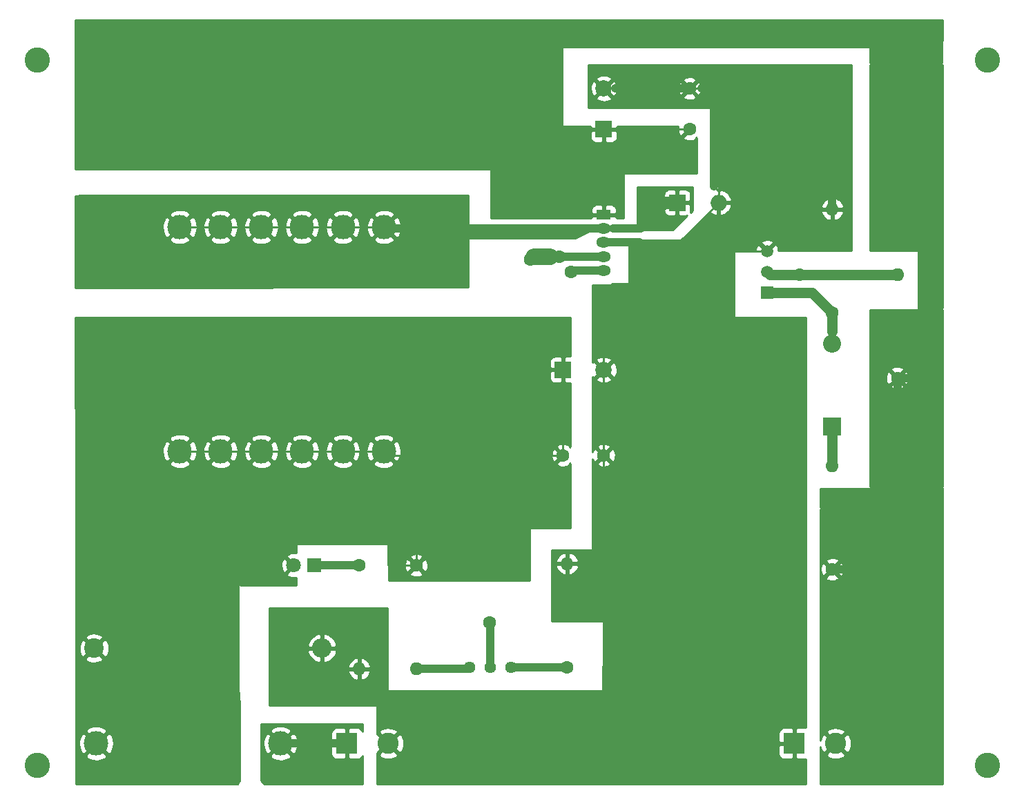
<source format=gbr>
G04 #@! TF.GenerationSoftware,KiCad,Pcbnew,5.1.3-ffb9f22~84~ubuntu16.04.1*
G04 #@! TF.CreationDate,2019-08-02T01:01:21-03:00*
G04 #@! TF.ProjectId,buck30v15v,6275636b-3330-4763-9135-762e6b696361,rev?*
G04 #@! TF.SameCoordinates,Original*
G04 #@! TF.FileFunction,Copper,L2,Bot*
G04 #@! TF.FilePolarity,Positive*
%FSLAX46Y46*%
G04 Gerber Fmt 4.6, Leading zero omitted, Abs format (unit mm)*
G04 Created by KiCad (PCBNEW 5.1.3-ffb9f22~84~ubuntu16.04.1) date 2019-08-02 01:01:21*
%MOMM*%
%LPD*%
G04 APERTURE LIST*
%ADD10R,2.000000X2.000000*%
%ADD11C,2.000000*%
%ADD12C,1.600000*%
%ADD13O,2.000000X2.000000*%
%ADD14R,2.200000X2.200000*%
%ADD15O,2.200000X2.200000*%
%ADD16R,1.800000X1.800000*%
%ADD17C,1.800000*%
%ADD18C,2.600000*%
%ADD19R,2.600000X2.600000*%
%ADD20C,3.000000*%
%ADD21C,1.500000*%
%ADD22R,1.500000X1.500000*%
%ADD23O,1.600000X1.600000*%
%ADD24C,2.400000*%
%ADD25O,2.400000X2.400000*%
%ADD26C,1.440000*%
%ADD27R,1.800000X1.275000*%
%ADD28O,1.800000X1.275000*%
%ADD29C,3.100000*%
%ADD30C,0.250000*%
%ADD31C,1.000000*%
%ADD32C,1.500000*%
%ADD33C,1.250000*%
%ADD34C,2.000000*%
%ADD35C,0.254000*%
G04 APERTURE END LIST*
D10*
X94500000Y-42000000D03*
D11*
X94500000Y-37000000D03*
D12*
X105000000Y-42000000D03*
X105000000Y-37000000D03*
D11*
X94500000Y-71500000D03*
D10*
X89500000Y-71500000D03*
D12*
X94500000Y-82000000D03*
X89500000Y-82000000D03*
D10*
X103500000Y-51000000D03*
D13*
X108580000Y-51000000D03*
D14*
X122500000Y-78500000D03*
D15*
X122500000Y-68340000D03*
D16*
X59000000Y-95500000D03*
D17*
X56460000Y-95500000D03*
D18*
X122936000Y-117348000D03*
D19*
X117856000Y-117348000D03*
X62992000Y-117348000D03*
D18*
X68072000Y-117348000D03*
D20*
X62500000Y-81500000D03*
X57500000Y-81500000D03*
X52500000Y-81500000D03*
X47500000Y-81500000D03*
X62500000Y-54000000D03*
X57500000Y-54000000D03*
X52500000Y-54000000D03*
X47500000Y-54000000D03*
X42500000Y-81500000D03*
X67500000Y-81500000D03*
X67550000Y-54000000D03*
X42500000Y-54000000D03*
D21*
X114500000Y-59460000D03*
X114500000Y-56920000D03*
D22*
X114500000Y-62000000D03*
D23*
X71500000Y-108200000D03*
D12*
X71500000Y-95500000D03*
X90000000Y-108000000D03*
D23*
X90000000Y-95300000D03*
X64500000Y-108200000D03*
D12*
X64500000Y-95500000D03*
D24*
X32004000Y-105664000D03*
D25*
X59944000Y-105664000D03*
D12*
X122500000Y-96000000D03*
D23*
X122500000Y-83300000D03*
D12*
X130500000Y-72500000D03*
D23*
X130500000Y-59800000D03*
X122500000Y-51800000D03*
D12*
X122500000Y-64500000D03*
D26*
X78000000Y-108000000D03*
X80540000Y-108000000D03*
X83080000Y-108000000D03*
D27*
X94500000Y-52500000D03*
D28*
X94500000Y-54200000D03*
X94500000Y-55900000D03*
X94500000Y-57600000D03*
X94500000Y-59300000D03*
D20*
X54864000Y-117348000D03*
X32264000Y-117348000D03*
D29*
X25000000Y-120000000D03*
X25000000Y-33500000D03*
X141500000Y-33500000D03*
X141500000Y-120000000D03*
D12*
X115500000Y-51000000D03*
X115500000Y-37000000D03*
X100500000Y-71500000D03*
X74676000Y-117348000D03*
X111760000Y-117348000D03*
X103500000Y-59000000D03*
X90500000Y-59500000D03*
X118500000Y-59800000D03*
X85500000Y-58000000D03*
X80500000Y-102500000D03*
X89000000Y-57600000D03*
D30*
X123080000Y-96580000D02*
X122500000Y-96000000D01*
D31*
X122500000Y-96000000D02*
X130500000Y-96000000D01*
X130500000Y-96000000D02*
X130500000Y-72500000D01*
X130500000Y-72500000D02*
X133500000Y-72500000D01*
D30*
X95750000Y-42000000D02*
X105000000Y-42000000D01*
X94500000Y-42000000D02*
X95750000Y-42000000D01*
X94500000Y-52500000D02*
X94500000Y-42000000D01*
D31*
X133500000Y-30000000D02*
X88000000Y-30000000D01*
D30*
X88000000Y-42000000D02*
X94500000Y-42000000D01*
D31*
X133500000Y-32000000D02*
X133500000Y-35000000D01*
D30*
X133500000Y-35000000D02*
X133500000Y-34500000D01*
D31*
X133500000Y-72500000D02*
X133500000Y-35000000D01*
D30*
X88000000Y-32000000D02*
X88000000Y-42000000D01*
X133500000Y-32000000D02*
X133500000Y-30000000D01*
X88000000Y-32000000D02*
X88000000Y-30000000D01*
X94500000Y-82000000D02*
X94500000Y-71500000D01*
X94500000Y-71500000D02*
X94500000Y-62000000D01*
X94500000Y-62000000D02*
X95575001Y-60924999D01*
X110424999Y-60924999D02*
X110424999Y-57075001D01*
X110580000Y-56920000D02*
X114500000Y-56920000D01*
X110424999Y-57075001D02*
X110580000Y-56920000D01*
X119620000Y-51800000D02*
X122500000Y-51800000D01*
X114500000Y-56920000D02*
X119620000Y-51800000D01*
X118820000Y-51000000D02*
X115500000Y-51000000D01*
X119620000Y-51800000D02*
X118820000Y-51000000D01*
X103680000Y-55900000D02*
X108580000Y-51000000D01*
X98900000Y-60900000D02*
X98924999Y-60924999D01*
X98900000Y-55900000D02*
X103680000Y-55900000D01*
D31*
X94500000Y-55900000D02*
X98900000Y-55900000D01*
D30*
X95575001Y-60924999D02*
X98924999Y-60924999D01*
X98900000Y-55900000D02*
X98900000Y-60900000D01*
X98924999Y-60924999D02*
X110424999Y-60924999D01*
X108580000Y-51000000D02*
X108580000Y-49585787D01*
X108000000Y-37500000D02*
X107500000Y-37000000D01*
X108580000Y-49585787D02*
X108000000Y-49005787D01*
D31*
X108000000Y-49005787D02*
X108000000Y-37500000D01*
X95914213Y-37000000D02*
X105000000Y-37000000D01*
D30*
X94500000Y-37000000D02*
X95914213Y-37000000D01*
D31*
X122500000Y-51800000D02*
X122500000Y-37500000D01*
X122000000Y-37000000D02*
X115500000Y-37000000D01*
D30*
X106500000Y-37000000D02*
X105000000Y-37000000D01*
X107500000Y-37000000D02*
X106500000Y-37000000D01*
X94300000Y-95300000D02*
X94500000Y-95500000D01*
X90000000Y-95300000D02*
X94300000Y-95300000D01*
X94500000Y-82000000D02*
X94500000Y-95500000D01*
X122000000Y-37000000D02*
X122500000Y-37500000D01*
X110500000Y-65000000D02*
X110500000Y-61000000D01*
X115500000Y-51000000D02*
X108580000Y-51000000D01*
D31*
X115500000Y-37000000D02*
X106500000Y-37000000D01*
D30*
X44621320Y-81500000D02*
X47500000Y-81500000D01*
X42500000Y-81500000D02*
X44621320Y-81500000D01*
X49621320Y-81500000D02*
X52500000Y-81500000D01*
X47500000Y-81500000D02*
X49621320Y-81500000D01*
X54621320Y-81500000D02*
X57500000Y-81500000D01*
X52500000Y-81500000D02*
X54621320Y-81500000D01*
X59621320Y-81500000D02*
X62500000Y-81500000D01*
X57500000Y-81500000D02*
X59621320Y-81500000D01*
X89500000Y-72750000D02*
X89500000Y-82000000D01*
X89500000Y-71500000D02*
X89500000Y-72750000D01*
X68000000Y-82000000D02*
X67500000Y-81500000D01*
X71500000Y-82500000D02*
X71500000Y-95500000D01*
X89500000Y-82000000D02*
X72000000Y-82000000D01*
X72000000Y-82000000D02*
X71500000Y-82500000D01*
X72000000Y-82000000D02*
X68000000Y-82000000D01*
X71500000Y-95500000D02*
X68000000Y-95500000D01*
X68000000Y-95500000D02*
X68000000Y-93000000D01*
X65378680Y-81500000D02*
X62500000Y-81500000D01*
X67500000Y-81500000D02*
X65378680Y-81500000D01*
X42450000Y-54000000D02*
X47500000Y-54000000D01*
X47500000Y-54000000D02*
X52500000Y-54000000D01*
X52500000Y-54000000D02*
X57500000Y-54000000D01*
X59621320Y-54000000D02*
X62500000Y-54000000D01*
X57500000Y-54000000D02*
X59621320Y-54000000D01*
D31*
X99050000Y-54200000D02*
X95650000Y-54200000D01*
D30*
X67700000Y-54200000D02*
X67500000Y-54000000D01*
D31*
X94500000Y-54200000D02*
X67700000Y-54200000D01*
D30*
X94500000Y-54200000D02*
X95650000Y-54200000D01*
X67500000Y-54000000D02*
X62500000Y-54000000D01*
D31*
X102250000Y-51000000D02*
X99050000Y-54200000D01*
D32*
X103500000Y-51000000D02*
X102250000Y-51000000D01*
D33*
X122500000Y-78500000D02*
X122500000Y-83300000D01*
X122500000Y-66784366D02*
X122500000Y-64500000D01*
D30*
X122500000Y-68340000D02*
X122500000Y-66784366D01*
D33*
X120000000Y-62000000D02*
X122500000Y-64500000D01*
X114500000Y-62000000D02*
X120000000Y-62000000D01*
D31*
X64500000Y-95500000D02*
X59000000Y-95500000D01*
D30*
X114840000Y-59800000D02*
X114500000Y-59460000D01*
D33*
X130500000Y-59800000D02*
X118500000Y-59800000D01*
X118500000Y-59800000D02*
X114840000Y-59800000D01*
D30*
X90700000Y-59300000D02*
X90500000Y-59500000D01*
D31*
X94500000Y-59300000D02*
X90700000Y-59300000D01*
D30*
X77800000Y-108200000D02*
X78000000Y-108000000D01*
D31*
X71500000Y-108200000D02*
X77800000Y-108200000D01*
X83080000Y-108000000D02*
X90000000Y-108000000D01*
D30*
X80540000Y-102540000D02*
X80500000Y-102500000D01*
D31*
X80540000Y-108000000D02*
X80540000Y-102540000D01*
X94500000Y-57600000D02*
X87900000Y-57600000D01*
D34*
X87900000Y-57600000D02*
X85900000Y-57600000D01*
D30*
X85500000Y-58000000D02*
X85900000Y-57600000D01*
D31*
X54864000Y-117348000D02*
X62992000Y-117348000D01*
D35*
G36*
X122373000Y-50365000D02*
G01*
X122372998Y-50365000D01*
X122372998Y-50530084D01*
X122150961Y-50408096D01*
X122016913Y-50448754D01*
X121762580Y-50568963D01*
X121536586Y-50736481D01*
X121347615Y-50944869D01*
X121202930Y-51186119D01*
X121108091Y-51450960D01*
X121229376Y-51673000D01*
X122373000Y-51673000D01*
X122373000Y-51873000D01*
X109960041Y-51873000D01*
X109973399Y-51855382D01*
X110113502Y-51567107D01*
X110170124Y-51380434D01*
X110050777Y-51127000D01*
X108707000Y-51127000D01*
X108707000Y-51147000D01*
X108627000Y-51147000D01*
X108627000Y-50853000D01*
X108707000Y-50853000D01*
X108707000Y-50873000D01*
X110050777Y-50873000D01*
X110170124Y-50619566D01*
X110113502Y-50432893D01*
X109973399Y-50144618D01*
X109779748Y-49889215D01*
X109539992Y-49676499D01*
X109263344Y-49514644D01*
X108960435Y-49409871D01*
X108707002Y-49528684D01*
X108707002Y-49365000D01*
X108627000Y-49365000D01*
X108627000Y-36627000D01*
X122373000Y-36627000D01*
X122373000Y-50365000D01*
X122373000Y-50365000D01*
G37*
X122373000Y-50365000D02*
X122372998Y-50365000D01*
X122372998Y-50530084D01*
X122150961Y-50408096D01*
X122016913Y-50448754D01*
X121762580Y-50568963D01*
X121536586Y-50736481D01*
X121347615Y-50944869D01*
X121202930Y-51186119D01*
X121108091Y-51450960D01*
X121229376Y-51673000D01*
X122373000Y-51673000D01*
X122373000Y-51873000D01*
X109960041Y-51873000D01*
X109973399Y-51855382D01*
X110113502Y-51567107D01*
X110170124Y-51380434D01*
X110050777Y-51127000D01*
X108707000Y-51127000D01*
X108707000Y-51147000D01*
X108627000Y-51147000D01*
X108627000Y-50853000D01*
X108707000Y-50853000D01*
X108707000Y-50873000D01*
X110050777Y-50873000D01*
X110170124Y-50619566D01*
X110113502Y-50432893D01*
X109973399Y-50144618D01*
X109779748Y-49889215D01*
X109539992Y-49676499D01*
X109263344Y-49514644D01*
X108960435Y-49409871D01*
X108707002Y-49528684D01*
X108707002Y-49365000D01*
X108627000Y-49365000D01*
X108627000Y-36627000D01*
X122373000Y-36627000D01*
X122373000Y-50365000D01*
G36*
X121178514Y-51579885D02*
G01*
X121229376Y-51673000D01*
X122373000Y-51673000D01*
X122373000Y-51653000D01*
X122627000Y-51653000D01*
X122627000Y-51673000D01*
X123770624Y-51673000D01*
X123795751Y-51627000D01*
X124873000Y-51627000D01*
X124873000Y-56873000D01*
X115888637Y-56873000D01*
X115889812Y-56847508D01*
X115848965Y-56577762D01*
X115756277Y-56321168D01*
X115695860Y-56208137D01*
X115456993Y-56142612D01*
X114726605Y-56873000D01*
X114273395Y-56873000D01*
X113543007Y-56142612D01*
X113304140Y-56208137D01*
X113188240Y-56455116D01*
X113122750Y-56719960D01*
X113115696Y-56873000D01*
X108627000Y-56873000D01*
X108627000Y-55963007D01*
X113722612Y-55963007D01*
X114500000Y-56740395D01*
X115277388Y-55963007D01*
X115211863Y-55724140D01*
X114964884Y-55608240D01*
X114700040Y-55542750D01*
X114427508Y-55530188D01*
X114157762Y-55571035D01*
X113901168Y-55663723D01*
X113788137Y-55724140D01*
X113722612Y-55963007D01*
X108627000Y-55963007D01*
X108627000Y-52635000D01*
X108707002Y-52635000D01*
X108707002Y-52471316D01*
X108960435Y-52590129D01*
X109263344Y-52485356D01*
X109539992Y-52323501D01*
X109736630Y-52149040D01*
X121108091Y-52149040D01*
X121202930Y-52413881D01*
X121347615Y-52655131D01*
X121536586Y-52863519D01*
X121762580Y-53031037D01*
X122016913Y-53151246D01*
X122150961Y-53191904D01*
X122373000Y-53069915D01*
X122373000Y-51927000D01*
X122627000Y-51927000D01*
X122627000Y-53069915D01*
X122849039Y-53191904D01*
X122983087Y-53151246D01*
X123237420Y-53031037D01*
X123463414Y-52863519D01*
X123652385Y-52655131D01*
X123797070Y-52413881D01*
X123891909Y-52149040D01*
X123770624Y-51927000D01*
X122627000Y-51927000D01*
X122373000Y-51927000D01*
X121229376Y-51927000D01*
X121108091Y-52149040D01*
X109736630Y-52149040D01*
X109779748Y-52110785D01*
X109973399Y-51855382D01*
X110113502Y-51567107D01*
X110170124Y-51380434D01*
X110077344Y-51183415D01*
X121178514Y-51579885D01*
X121178514Y-51579885D01*
G37*
X121178514Y-51579885D02*
X121229376Y-51673000D01*
X122373000Y-51673000D01*
X122373000Y-51653000D01*
X122627000Y-51653000D01*
X122627000Y-51673000D01*
X123770624Y-51673000D01*
X123795751Y-51627000D01*
X124873000Y-51627000D01*
X124873000Y-56873000D01*
X115888637Y-56873000D01*
X115889812Y-56847508D01*
X115848965Y-56577762D01*
X115756277Y-56321168D01*
X115695860Y-56208137D01*
X115456993Y-56142612D01*
X114726605Y-56873000D01*
X114273395Y-56873000D01*
X113543007Y-56142612D01*
X113304140Y-56208137D01*
X113188240Y-56455116D01*
X113122750Y-56719960D01*
X113115696Y-56873000D01*
X108627000Y-56873000D01*
X108627000Y-55963007D01*
X113722612Y-55963007D01*
X114500000Y-56740395D01*
X115277388Y-55963007D01*
X115211863Y-55724140D01*
X114964884Y-55608240D01*
X114700040Y-55542750D01*
X114427508Y-55530188D01*
X114157762Y-55571035D01*
X113901168Y-55663723D01*
X113788137Y-55724140D01*
X113722612Y-55963007D01*
X108627000Y-55963007D01*
X108627000Y-52635000D01*
X108707002Y-52635000D01*
X108707002Y-52471316D01*
X108960435Y-52590129D01*
X109263344Y-52485356D01*
X109539992Y-52323501D01*
X109736630Y-52149040D01*
X121108091Y-52149040D01*
X121202930Y-52413881D01*
X121347615Y-52655131D01*
X121536586Y-52863519D01*
X121762580Y-53031037D01*
X122016913Y-53151246D01*
X122150961Y-53191904D01*
X122373000Y-53069915D01*
X122373000Y-51927000D01*
X122627000Y-51927000D01*
X122627000Y-53069915D01*
X122849039Y-53191904D01*
X122983087Y-53151246D01*
X123237420Y-53031037D01*
X123463414Y-52863519D01*
X123652385Y-52655131D01*
X123797070Y-52413881D01*
X123891909Y-52149040D01*
X123770624Y-51927000D01*
X122627000Y-51927000D01*
X122373000Y-51927000D01*
X121229376Y-51927000D01*
X121108091Y-52149040D01*
X109736630Y-52149040D01*
X109779748Y-52110785D01*
X109973399Y-51855382D01*
X110113502Y-51567107D01*
X110170124Y-51380434D01*
X110077344Y-51183415D01*
X121178514Y-51579885D01*
G36*
X108707000Y-51134474D02*
G01*
X108707000Y-51147000D01*
X108627000Y-51147000D01*
X108627000Y-51131617D01*
X108707000Y-51134474D01*
X108707000Y-51134474D01*
G37*
X108707000Y-51134474D02*
X108707000Y-51147000D01*
X108627000Y-51147000D01*
X108627000Y-51131617D01*
X108707000Y-51134474D01*
G36*
X108707000Y-52471315D02*
G01*
X108960435Y-52590129D01*
X109263344Y-52485356D01*
X109539992Y-52323501D01*
X109779748Y-52110785D01*
X109973399Y-51855382D01*
X110113502Y-51567107D01*
X110170124Y-51380434D01*
X110050778Y-51127002D01*
X110215000Y-51127002D01*
X110215000Y-51127000D01*
X110373000Y-51127000D01*
X110373000Y-60873000D01*
X97627000Y-60873000D01*
X97627000Y-56127000D01*
X103500000Y-56127000D01*
X103524776Y-56124560D01*
X103548601Y-56117333D01*
X103570557Y-56105597D01*
X103589803Y-56089803D01*
X107480171Y-52199435D01*
X107620008Y-52323501D01*
X107896656Y-52485356D01*
X108199565Y-52590129D01*
X108453000Y-52471315D01*
X108453000Y-51226606D01*
X108552606Y-51127000D01*
X108707000Y-51127000D01*
X108707000Y-52471315D01*
X108707000Y-52471315D01*
G37*
X108707000Y-52471315D02*
X108960435Y-52590129D01*
X109263344Y-52485356D01*
X109539992Y-52323501D01*
X109779748Y-52110785D01*
X109973399Y-51855382D01*
X110113502Y-51567107D01*
X110170124Y-51380434D01*
X110050778Y-51127002D01*
X110215000Y-51127002D01*
X110215000Y-51127000D01*
X110373000Y-51127000D01*
X110373000Y-60873000D01*
X97627000Y-60873000D01*
X97627000Y-56127000D01*
X103500000Y-56127000D01*
X103524776Y-56124560D01*
X103548601Y-56117333D01*
X103570557Y-56105597D01*
X103589803Y-56089803D01*
X107480171Y-52199435D01*
X107620008Y-52323501D01*
X107896656Y-52485356D01*
X108199565Y-52590129D01*
X108453000Y-52471315D01*
X108453000Y-51226606D01*
X108552606Y-51127000D01*
X108707000Y-51127000D01*
X108707000Y-52471315D01*
G36*
X104373000Y-55873000D02*
G01*
X99127000Y-55873000D01*
X99127000Y-55627000D01*
X104373000Y-55627000D01*
X104373000Y-55873000D01*
X104373000Y-55873000D01*
G37*
X104373000Y-55873000D02*
X99127000Y-55873000D01*
X99127000Y-55627000D01*
X104373000Y-55627000D01*
X104373000Y-55873000D01*
G36*
X110373000Y-65000000D02*
G01*
X110375440Y-65024776D01*
X110382667Y-65048601D01*
X110394403Y-65070557D01*
X110410197Y-65089803D01*
X110429443Y-65105597D01*
X110451399Y-65117333D01*
X110475224Y-65124560D01*
X110500000Y-65127000D01*
X119253000Y-65127000D01*
X119253000Y-115419481D01*
X119156000Y-115409928D01*
X118141750Y-115413000D01*
X117983000Y-115571750D01*
X117983000Y-117221000D01*
X118003000Y-117221000D01*
X118003000Y-117475000D01*
X117983000Y-117475000D01*
X117983000Y-119124250D01*
X118141750Y-119283000D01*
X119156000Y-119286072D01*
X119253000Y-119276519D01*
X119253000Y-122301000D01*
X94328619Y-122301000D01*
X94346399Y-118648000D01*
X115917928Y-118648000D01*
X115930188Y-118772482D01*
X115966498Y-118892180D01*
X116025463Y-119002494D01*
X116104815Y-119099185D01*
X116201506Y-119178537D01*
X116311820Y-119237502D01*
X116431518Y-119273812D01*
X116556000Y-119286072D01*
X117570250Y-119283000D01*
X117729000Y-119124250D01*
X117729000Y-117475000D01*
X116079750Y-117475000D01*
X115921000Y-117633750D01*
X115917928Y-118648000D01*
X94346399Y-118648000D01*
X94359054Y-116048000D01*
X115917928Y-116048000D01*
X115921000Y-117062250D01*
X116079750Y-117221000D01*
X117729000Y-117221000D01*
X117729000Y-115571750D01*
X117570250Y-115413000D01*
X116556000Y-115409928D01*
X116431518Y-115422188D01*
X116311820Y-115458498D01*
X116201506Y-115517463D01*
X116104815Y-115596815D01*
X116025463Y-115693506D01*
X115966498Y-115803820D01*
X115930188Y-115923518D01*
X115917928Y-116048000D01*
X94359054Y-116048000D01*
X94517786Y-83437618D01*
X94570512Y-83440217D01*
X94850130Y-83398787D01*
X95116292Y-83303603D01*
X95241514Y-83236671D01*
X95313097Y-82992702D01*
X94523794Y-82203399D01*
X94524784Y-82000000D01*
X94679605Y-82000000D01*
X95492702Y-82813097D01*
X95736671Y-82741514D01*
X95857571Y-82486004D01*
X95926300Y-82211816D01*
X95940217Y-81929488D01*
X95898787Y-81649870D01*
X95803603Y-81383708D01*
X95736671Y-81258486D01*
X95492702Y-81186903D01*
X94679605Y-82000000D01*
X94524784Y-82000000D01*
X94525784Y-81794611D01*
X95313097Y-81007298D01*
X95241514Y-80763329D01*
X94986004Y-80642429D01*
X94711816Y-80573700D01*
X94531770Y-80564825D01*
X94567905Y-73140990D01*
X94881675Y-73097961D01*
X95186088Y-72992795D01*
X95360044Y-72899814D01*
X95455808Y-72635413D01*
X94574655Y-71754260D01*
X94575892Y-71500000D01*
X94679605Y-71500000D01*
X95635413Y-72455808D01*
X95899814Y-72360044D01*
X96040704Y-72070429D01*
X96122384Y-71758892D01*
X96141718Y-71437405D01*
X96097961Y-71118325D01*
X95992795Y-70813912D01*
X95899814Y-70639956D01*
X95635413Y-70544192D01*
X94679605Y-71500000D01*
X94575892Y-71500000D01*
X94577142Y-71243253D01*
X95455808Y-70364587D01*
X95360044Y-70100186D01*
X95070429Y-69959296D01*
X94758892Y-69877616D01*
X94583841Y-69867089D01*
X94626383Y-61127000D01*
X110373000Y-61127000D01*
X110373000Y-65000000D01*
X110373000Y-65000000D01*
G37*
X110373000Y-65000000D02*
X110375440Y-65024776D01*
X110382667Y-65048601D01*
X110394403Y-65070557D01*
X110410197Y-65089803D01*
X110429443Y-65105597D01*
X110451399Y-65117333D01*
X110475224Y-65124560D01*
X110500000Y-65127000D01*
X119253000Y-65127000D01*
X119253000Y-115419481D01*
X119156000Y-115409928D01*
X118141750Y-115413000D01*
X117983000Y-115571750D01*
X117983000Y-117221000D01*
X118003000Y-117221000D01*
X118003000Y-117475000D01*
X117983000Y-117475000D01*
X117983000Y-119124250D01*
X118141750Y-119283000D01*
X119156000Y-119286072D01*
X119253000Y-119276519D01*
X119253000Y-122301000D01*
X94328619Y-122301000D01*
X94346399Y-118648000D01*
X115917928Y-118648000D01*
X115930188Y-118772482D01*
X115966498Y-118892180D01*
X116025463Y-119002494D01*
X116104815Y-119099185D01*
X116201506Y-119178537D01*
X116311820Y-119237502D01*
X116431518Y-119273812D01*
X116556000Y-119286072D01*
X117570250Y-119283000D01*
X117729000Y-119124250D01*
X117729000Y-117475000D01*
X116079750Y-117475000D01*
X115921000Y-117633750D01*
X115917928Y-118648000D01*
X94346399Y-118648000D01*
X94359054Y-116048000D01*
X115917928Y-116048000D01*
X115921000Y-117062250D01*
X116079750Y-117221000D01*
X117729000Y-117221000D01*
X117729000Y-115571750D01*
X117570250Y-115413000D01*
X116556000Y-115409928D01*
X116431518Y-115422188D01*
X116311820Y-115458498D01*
X116201506Y-115517463D01*
X116104815Y-115596815D01*
X116025463Y-115693506D01*
X115966498Y-115803820D01*
X115930188Y-115923518D01*
X115917928Y-116048000D01*
X94359054Y-116048000D01*
X94517786Y-83437618D01*
X94570512Y-83440217D01*
X94850130Y-83398787D01*
X95116292Y-83303603D01*
X95241514Y-83236671D01*
X95313097Y-82992702D01*
X94523794Y-82203399D01*
X94524784Y-82000000D01*
X94679605Y-82000000D01*
X95492702Y-82813097D01*
X95736671Y-82741514D01*
X95857571Y-82486004D01*
X95926300Y-82211816D01*
X95940217Y-81929488D01*
X95898787Y-81649870D01*
X95803603Y-81383708D01*
X95736671Y-81258486D01*
X95492702Y-81186903D01*
X94679605Y-82000000D01*
X94524784Y-82000000D01*
X94525784Y-81794611D01*
X95313097Y-81007298D01*
X95241514Y-80763329D01*
X94986004Y-80642429D01*
X94711816Y-80573700D01*
X94531770Y-80564825D01*
X94567905Y-73140990D01*
X94881675Y-73097961D01*
X95186088Y-72992795D01*
X95360044Y-72899814D01*
X95455808Y-72635413D01*
X94574655Y-71754260D01*
X94575892Y-71500000D01*
X94679605Y-71500000D01*
X95635413Y-72455808D01*
X95899814Y-72360044D01*
X96040704Y-72070429D01*
X96122384Y-71758892D01*
X96141718Y-71437405D01*
X96097961Y-71118325D01*
X95992795Y-70813912D01*
X95899814Y-70639956D01*
X95635413Y-70544192D01*
X94679605Y-71500000D01*
X94575892Y-71500000D01*
X94577142Y-71243253D01*
X95455808Y-70364587D01*
X95360044Y-70100186D01*
X95070429Y-69959296D01*
X94758892Y-69877616D01*
X94583841Y-69867089D01*
X94626383Y-61127000D01*
X110373000Y-61127000D01*
X110373000Y-65000000D01*
G36*
X124873000Y-52873000D02*
G01*
X123450623Y-52873000D01*
X123463414Y-52863519D01*
X123652385Y-52655131D01*
X123797070Y-52413881D01*
X123891909Y-52149040D01*
X123770624Y-51927000D01*
X122627000Y-51927000D01*
X122627000Y-51947000D01*
X122373000Y-51947000D01*
X122373000Y-51927000D01*
X122353000Y-51927000D01*
X122353000Y-51673000D01*
X122373000Y-51673000D01*
X122373000Y-50530085D01*
X122627000Y-50530085D01*
X122627000Y-51673000D01*
X123770624Y-51673000D01*
X123891909Y-51450960D01*
X123797070Y-51186119D01*
X123652385Y-50944869D01*
X123463414Y-50736481D01*
X123237420Y-50568963D01*
X122983087Y-50448754D01*
X122849039Y-50408096D01*
X122627000Y-50530085D01*
X122373000Y-50530085D01*
X122150961Y-50408096D01*
X122016913Y-50448754D01*
X121762580Y-50568963D01*
X121536586Y-50736481D01*
X121347615Y-50944869D01*
X121202930Y-51186119D01*
X121127000Y-51398156D01*
X121127000Y-39500000D01*
X121124560Y-39475224D01*
X121117333Y-39451399D01*
X121105597Y-39429443D01*
X121089803Y-39410197D01*
X121070557Y-39394403D01*
X121048601Y-39382667D01*
X121024776Y-39375440D01*
X121000000Y-39373000D01*
X92627000Y-39373000D01*
X92627000Y-38135413D01*
X93544192Y-38135413D01*
X93639956Y-38399814D01*
X93929571Y-38540704D01*
X94241108Y-38622384D01*
X94562595Y-38641718D01*
X94881675Y-38597961D01*
X95186088Y-38492795D01*
X95360044Y-38399814D01*
X95455808Y-38135413D01*
X95313097Y-37992702D01*
X104186903Y-37992702D01*
X104258486Y-38236671D01*
X104513996Y-38357571D01*
X104788184Y-38426300D01*
X105070512Y-38440217D01*
X105350130Y-38398787D01*
X105616292Y-38303603D01*
X105741514Y-38236671D01*
X105813097Y-37992702D01*
X105000000Y-37179605D01*
X104186903Y-37992702D01*
X95313097Y-37992702D01*
X94500000Y-37179605D01*
X93544192Y-38135413D01*
X92627000Y-38135413D01*
X92627000Y-37062595D01*
X92858282Y-37062595D01*
X92902039Y-37381675D01*
X93007205Y-37686088D01*
X93100186Y-37860044D01*
X93364587Y-37955808D01*
X94320395Y-37000000D01*
X94679605Y-37000000D01*
X95635413Y-37955808D01*
X95899814Y-37860044D01*
X96040704Y-37570429D01*
X96122384Y-37258892D01*
X96133713Y-37070512D01*
X103559783Y-37070512D01*
X103601213Y-37350130D01*
X103696397Y-37616292D01*
X103763329Y-37741514D01*
X104007298Y-37813097D01*
X104820395Y-37000000D01*
X105179605Y-37000000D01*
X105992702Y-37813097D01*
X106236671Y-37741514D01*
X106357571Y-37486004D01*
X106426300Y-37211816D01*
X106440217Y-36929488D01*
X106398787Y-36649870D01*
X106303603Y-36383708D01*
X106236671Y-36258486D01*
X105992702Y-36186903D01*
X105179605Y-37000000D01*
X104820395Y-37000000D01*
X104007298Y-36186903D01*
X103763329Y-36258486D01*
X103642429Y-36513996D01*
X103573700Y-36788184D01*
X103559783Y-37070512D01*
X96133713Y-37070512D01*
X96141718Y-36937405D01*
X96097961Y-36618325D01*
X95992795Y-36313912D01*
X95899814Y-36139956D01*
X95635413Y-36044192D01*
X94679605Y-37000000D01*
X94320395Y-37000000D01*
X93364587Y-36044192D01*
X93100186Y-36139956D01*
X92959296Y-36429571D01*
X92877616Y-36741108D01*
X92858282Y-37062595D01*
X92627000Y-37062595D01*
X92627000Y-35864587D01*
X93544192Y-35864587D01*
X94500000Y-36820395D01*
X95313097Y-36007298D01*
X104186903Y-36007298D01*
X105000000Y-36820395D01*
X105813097Y-36007298D01*
X105741514Y-35763329D01*
X105486004Y-35642429D01*
X105211816Y-35573700D01*
X104929488Y-35559783D01*
X104649870Y-35601213D01*
X104383708Y-35696397D01*
X104258486Y-35763329D01*
X104186903Y-36007298D01*
X95313097Y-36007298D01*
X95455808Y-35864587D01*
X95360044Y-35600186D01*
X95070429Y-35459296D01*
X94758892Y-35377616D01*
X94437405Y-35358282D01*
X94118325Y-35402039D01*
X93813912Y-35507205D01*
X93639956Y-35600186D01*
X93544192Y-35864587D01*
X92627000Y-35864587D01*
X92627000Y-34127000D01*
X124873000Y-34127000D01*
X124873000Y-52873000D01*
X124873000Y-52873000D01*
G37*
X124873000Y-52873000D02*
X123450623Y-52873000D01*
X123463414Y-52863519D01*
X123652385Y-52655131D01*
X123797070Y-52413881D01*
X123891909Y-52149040D01*
X123770624Y-51927000D01*
X122627000Y-51927000D01*
X122627000Y-51947000D01*
X122373000Y-51947000D01*
X122373000Y-51927000D01*
X122353000Y-51927000D01*
X122353000Y-51673000D01*
X122373000Y-51673000D01*
X122373000Y-50530085D01*
X122627000Y-50530085D01*
X122627000Y-51673000D01*
X123770624Y-51673000D01*
X123891909Y-51450960D01*
X123797070Y-51186119D01*
X123652385Y-50944869D01*
X123463414Y-50736481D01*
X123237420Y-50568963D01*
X122983087Y-50448754D01*
X122849039Y-50408096D01*
X122627000Y-50530085D01*
X122373000Y-50530085D01*
X122150961Y-50408096D01*
X122016913Y-50448754D01*
X121762580Y-50568963D01*
X121536586Y-50736481D01*
X121347615Y-50944869D01*
X121202930Y-51186119D01*
X121127000Y-51398156D01*
X121127000Y-39500000D01*
X121124560Y-39475224D01*
X121117333Y-39451399D01*
X121105597Y-39429443D01*
X121089803Y-39410197D01*
X121070557Y-39394403D01*
X121048601Y-39382667D01*
X121024776Y-39375440D01*
X121000000Y-39373000D01*
X92627000Y-39373000D01*
X92627000Y-38135413D01*
X93544192Y-38135413D01*
X93639956Y-38399814D01*
X93929571Y-38540704D01*
X94241108Y-38622384D01*
X94562595Y-38641718D01*
X94881675Y-38597961D01*
X95186088Y-38492795D01*
X95360044Y-38399814D01*
X95455808Y-38135413D01*
X95313097Y-37992702D01*
X104186903Y-37992702D01*
X104258486Y-38236671D01*
X104513996Y-38357571D01*
X104788184Y-38426300D01*
X105070512Y-38440217D01*
X105350130Y-38398787D01*
X105616292Y-38303603D01*
X105741514Y-38236671D01*
X105813097Y-37992702D01*
X105000000Y-37179605D01*
X104186903Y-37992702D01*
X95313097Y-37992702D01*
X94500000Y-37179605D01*
X93544192Y-38135413D01*
X92627000Y-38135413D01*
X92627000Y-37062595D01*
X92858282Y-37062595D01*
X92902039Y-37381675D01*
X93007205Y-37686088D01*
X93100186Y-37860044D01*
X93364587Y-37955808D01*
X94320395Y-37000000D01*
X94679605Y-37000000D01*
X95635413Y-37955808D01*
X95899814Y-37860044D01*
X96040704Y-37570429D01*
X96122384Y-37258892D01*
X96133713Y-37070512D01*
X103559783Y-37070512D01*
X103601213Y-37350130D01*
X103696397Y-37616292D01*
X103763329Y-37741514D01*
X104007298Y-37813097D01*
X104820395Y-37000000D01*
X105179605Y-37000000D01*
X105992702Y-37813097D01*
X106236671Y-37741514D01*
X106357571Y-37486004D01*
X106426300Y-37211816D01*
X106440217Y-36929488D01*
X106398787Y-36649870D01*
X106303603Y-36383708D01*
X106236671Y-36258486D01*
X105992702Y-36186903D01*
X105179605Y-37000000D01*
X104820395Y-37000000D01*
X104007298Y-36186903D01*
X103763329Y-36258486D01*
X103642429Y-36513996D01*
X103573700Y-36788184D01*
X103559783Y-37070512D01*
X96133713Y-37070512D01*
X96141718Y-36937405D01*
X96097961Y-36618325D01*
X95992795Y-36313912D01*
X95899814Y-36139956D01*
X95635413Y-36044192D01*
X94679605Y-37000000D01*
X94320395Y-37000000D01*
X93364587Y-36044192D01*
X93100186Y-36139956D01*
X92959296Y-36429571D01*
X92877616Y-36741108D01*
X92858282Y-37062595D01*
X92627000Y-37062595D01*
X92627000Y-35864587D01*
X93544192Y-35864587D01*
X94500000Y-36820395D01*
X95313097Y-36007298D01*
X104186903Y-36007298D01*
X105000000Y-36820395D01*
X105813097Y-36007298D01*
X105741514Y-35763329D01*
X105486004Y-35642429D01*
X105211816Y-35573700D01*
X104929488Y-35559783D01*
X104649870Y-35601213D01*
X104383708Y-35696397D01*
X104258486Y-35763329D01*
X104186903Y-36007298D01*
X95313097Y-36007298D01*
X95455808Y-35864587D01*
X95360044Y-35600186D01*
X95070429Y-35459296D01*
X94758892Y-35377616D01*
X94437405Y-35358282D01*
X94118325Y-35402039D01*
X93813912Y-35507205D01*
X93639956Y-35600186D01*
X93544192Y-35864587D01*
X92627000Y-35864587D01*
X92627000Y-34127000D01*
X124873000Y-34127000D01*
X124873000Y-52873000D01*
G36*
X121202930Y-52413881D02*
G01*
X121347615Y-52655131D01*
X121536586Y-52863519D01*
X121549377Y-52873000D01*
X121127000Y-52873000D01*
X121127000Y-52201844D01*
X121202930Y-52413881D01*
X121202930Y-52413881D01*
G37*
X121202930Y-52413881D02*
X121347615Y-52655131D01*
X121536586Y-52863519D01*
X121549377Y-52873000D01*
X121127000Y-52873000D01*
X121127000Y-52201844D01*
X121202930Y-52413881D01*
G36*
X121127000Y-52114423D02*
G01*
X121127000Y-51927002D01*
X121229375Y-51927002D01*
X121127000Y-52114423D01*
X121127000Y-52114423D01*
G37*
X121127000Y-52114423D02*
X121127000Y-51927002D01*
X121229375Y-51927002D01*
X121127000Y-52114423D01*
G36*
X121229375Y-51672998D02*
G01*
X121127000Y-51672998D01*
X121127000Y-51485577D01*
X121229375Y-51672998D01*
X121229375Y-51672998D01*
G37*
X121229375Y-51672998D02*
X121127000Y-51672998D01*
X121127000Y-51485577D01*
X121229375Y-51672998D01*
G36*
X77873000Y-61373131D02*
G01*
X29727000Y-61422869D01*
X29727000Y-55491653D01*
X41187952Y-55491653D01*
X41343962Y-55807214D01*
X41718745Y-55998020D01*
X42123551Y-56112044D01*
X42542824Y-56144902D01*
X42960451Y-56095334D01*
X43360383Y-55965243D01*
X43656038Y-55807214D01*
X43812048Y-55491653D01*
X46187952Y-55491653D01*
X46343962Y-55807214D01*
X46718745Y-55998020D01*
X47123551Y-56112044D01*
X47542824Y-56144902D01*
X47960451Y-56095334D01*
X48360383Y-55965243D01*
X48656038Y-55807214D01*
X48812048Y-55491653D01*
X51187952Y-55491653D01*
X51343962Y-55807214D01*
X51718745Y-55998020D01*
X52123551Y-56112044D01*
X52542824Y-56144902D01*
X52960451Y-56095334D01*
X53360383Y-55965243D01*
X53656038Y-55807214D01*
X53812048Y-55491653D01*
X56187952Y-55491653D01*
X56343962Y-55807214D01*
X56718745Y-55998020D01*
X57123551Y-56112044D01*
X57542824Y-56144902D01*
X57960451Y-56095334D01*
X58360383Y-55965243D01*
X58656038Y-55807214D01*
X58812048Y-55491653D01*
X61187952Y-55491653D01*
X61343962Y-55807214D01*
X61718745Y-55998020D01*
X62123551Y-56112044D01*
X62542824Y-56144902D01*
X62960451Y-56095334D01*
X63360383Y-55965243D01*
X63656038Y-55807214D01*
X63812048Y-55491653D01*
X66237952Y-55491653D01*
X66393962Y-55807214D01*
X66768745Y-55998020D01*
X67173551Y-56112044D01*
X67592824Y-56144902D01*
X68010451Y-56095334D01*
X68410383Y-55965243D01*
X68706038Y-55807214D01*
X68862048Y-55491653D01*
X67550000Y-54179605D01*
X66237952Y-55491653D01*
X63812048Y-55491653D01*
X62500000Y-54179605D01*
X61187952Y-55491653D01*
X58812048Y-55491653D01*
X57500000Y-54179605D01*
X56187952Y-55491653D01*
X53812048Y-55491653D01*
X52500000Y-54179605D01*
X51187952Y-55491653D01*
X48812048Y-55491653D01*
X47500000Y-54179605D01*
X46187952Y-55491653D01*
X43812048Y-55491653D01*
X42500000Y-54179605D01*
X41187952Y-55491653D01*
X29727000Y-55491653D01*
X29727000Y-54042824D01*
X40355098Y-54042824D01*
X40404666Y-54460451D01*
X40534757Y-54860383D01*
X40692786Y-55156038D01*
X41008347Y-55312048D01*
X42320395Y-54000000D01*
X42679605Y-54000000D01*
X43991653Y-55312048D01*
X44307214Y-55156038D01*
X44498020Y-54781255D01*
X44612044Y-54376449D01*
X44638189Y-54042824D01*
X45355098Y-54042824D01*
X45404666Y-54460451D01*
X45534757Y-54860383D01*
X45692786Y-55156038D01*
X46008347Y-55312048D01*
X47320395Y-54000000D01*
X47679605Y-54000000D01*
X48991653Y-55312048D01*
X49307214Y-55156038D01*
X49498020Y-54781255D01*
X49612044Y-54376449D01*
X49638189Y-54042824D01*
X50355098Y-54042824D01*
X50404666Y-54460451D01*
X50534757Y-54860383D01*
X50692786Y-55156038D01*
X51008347Y-55312048D01*
X52320395Y-54000000D01*
X52679605Y-54000000D01*
X53991653Y-55312048D01*
X54307214Y-55156038D01*
X54498020Y-54781255D01*
X54612044Y-54376449D01*
X54638189Y-54042824D01*
X55355098Y-54042824D01*
X55404666Y-54460451D01*
X55534757Y-54860383D01*
X55692786Y-55156038D01*
X56008347Y-55312048D01*
X57320395Y-54000000D01*
X57679605Y-54000000D01*
X58991653Y-55312048D01*
X59307214Y-55156038D01*
X59498020Y-54781255D01*
X59612044Y-54376449D01*
X59638189Y-54042824D01*
X60355098Y-54042824D01*
X60404666Y-54460451D01*
X60534757Y-54860383D01*
X60692786Y-55156038D01*
X61008347Y-55312048D01*
X62320395Y-54000000D01*
X62679605Y-54000000D01*
X63991653Y-55312048D01*
X64307214Y-55156038D01*
X64498020Y-54781255D01*
X64612044Y-54376449D01*
X64638189Y-54042824D01*
X65405098Y-54042824D01*
X65454666Y-54460451D01*
X65584757Y-54860383D01*
X65742786Y-55156038D01*
X66058347Y-55312048D01*
X67370395Y-54000000D01*
X67729605Y-54000000D01*
X69041653Y-55312048D01*
X69357214Y-55156038D01*
X69548020Y-54781255D01*
X69662044Y-54376449D01*
X69694902Y-53957176D01*
X69645334Y-53539549D01*
X69515243Y-53139617D01*
X69357214Y-52843962D01*
X69041653Y-52687952D01*
X67729605Y-54000000D01*
X67370395Y-54000000D01*
X66058347Y-52687952D01*
X65742786Y-52843962D01*
X65551980Y-53218745D01*
X65437956Y-53623551D01*
X65405098Y-54042824D01*
X64638189Y-54042824D01*
X64644902Y-53957176D01*
X64595334Y-53539549D01*
X64465243Y-53139617D01*
X64307214Y-52843962D01*
X63991653Y-52687952D01*
X62679605Y-54000000D01*
X62320395Y-54000000D01*
X61008347Y-52687952D01*
X60692786Y-52843962D01*
X60501980Y-53218745D01*
X60387956Y-53623551D01*
X60355098Y-54042824D01*
X59638189Y-54042824D01*
X59644902Y-53957176D01*
X59595334Y-53539549D01*
X59465243Y-53139617D01*
X59307214Y-52843962D01*
X58991653Y-52687952D01*
X57679605Y-54000000D01*
X57320395Y-54000000D01*
X56008347Y-52687952D01*
X55692786Y-52843962D01*
X55501980Y-53218745D01*
X55387956Y-53623551D01*
X55355098Y-54042824D01*
X54638189Y-54042824D01*
X54644902Y-53957176D01*
X54595334Y-53539549D01*
X54465243Y-53139617D01*
X54307214Y-52843962D01*
X53991653Y-52687952D01*
X52679605Y-54000000D01*
X52320395Y-54000000D01*
X51008347Y-52687952D01*
X50692786Y-52843962D01*
X50501980Y-53218745D01*
X50387956Y-53623551D01*
X50355098Y-54042824D01*
X49638189Y-54042824D01*
X49644902Y-53957176D01*
X49595334Y-53539549D01*
X49465243Y-53139617D01*
X49307214Y-52843962D01*
X48991653Y-52687952D01*
X47679605Y-54000000D01*
X47320395Y-54000000D01*
X46008347Y-52687952D01*
X45692786Y-52843962D01*
X45501980Y-53218745D01*
X45387956Y-53623551D01*
X45355098Y-54042824D01*
X44638189Y-54042824D01*
X44644902Y-53957176D01*
X44595334Y-53539549D01*
X44465243Y-53139617D01*
X44307214Y-52843962D01*
X43991653Y-52687952D01*
X42679605Y-54000000D01*
X42320395Y-54000000D01*
X41008347Y-52687952D01*
X40692786Y-52843962D01*
X40501980Y-53218745D01*
X40387956Y-53623551D01*
X40355098Y-54042824D01*
X29727000Y-54042824D01*
X29727000Y-52508347D01*
X41187952Y-52508347D01*
X42500000Y-53820395D01*
X43812048Y-52508347D01*
X46187952Y-52508347D01*
X47500000Y-53820395D01*
X48812048Y-52508347D01*
X51187952Y-52508347D01*
X52500000Y-53820395D01*
X53812048Y-52508347D01*
X56187952Y-52508347D01*
X57500000Y-53820395D01*
X58812048Y-52508347D01*
X61187952Y-52508347D01*
X62500000Y-53820395D01*
X63812048Y-52508347D01*
X66237952Y-52508347D01*
X67550000Y-53820395D01*
X68862048Y-52508347D01*
X68706038Y-52192786D01*
X68331255Y-52001980D01*
X67926449Y-51887956D01*
X67507176Y-51855098D01*
X67089549Y-51904666D01*
X66689617Y-52034757D01*
X66393962Y-52192786D01*
X66237952Y-52508347D01*
X63812048Y-52508347D01*
X63656038Y-52192786D01*
X63281255Y-52001980D01*
X62876449Y-51887956D01*
X62457176Y-51855098D01*
X62039549Y-51904666D01*
X61639617Y-52034757D01*
X61343962Y-52192786D01*
X61187952Y-52508347D01*
X58812048Y-52508347D01*
X58656038Y-52192786D01*
X58281255Y-52001980D01*
X57876449Y-51887956D01*
X57457176Y-51855098D01*
X57039549Y-51904666D01*
X56639617Y-52034757D01*
X56343962Y-52192786D01*
X56187952Y-52508347D01*
X53812048Y-52508347D01*
X53656038Y-52192786D01*
X53281255Y-52001980D01*
X52876449Y-51887956D01*
X52457176Y-51855098D01*
X52039549Y-51904666D01*
X51639617Y-52034757D01*
X51343962Y-52192786D01*
X51187952Y-52508347D01*
X48812048Y-52508347D01*
X48656038Y-52192786D01*
X48281255Y-52001980D01*
X47876449Y-51887956D01*
X47457176Y-51855098D01*
X47039549Y-51904666D01*
X46639617Y-52034757D01*
X46343962Y-52192786D01*
X46187952Y-52508347D01*
X43812048Y-52508347D01*
X43656038Y-52192786D01*
X43281255Y-52001980D01*
X42876449Y-51887956D01*
X42457176Y-51855098D01*
X42039549Y-51904666D01*
X41639617Y-52034757D01*
X41343962Y-52192786D01*
X41187952Y-52508347D01*
X29727000Y-52508347D01*
X29727000Y-50176869D01*
X77873000Y-50127131D01*
X77873000Y-61373131D01*
X77873000Y-61373131D01*
G37*
X77873000Y-61373131D02*
X29727000Y-61422869D01*
X29727000Y-55491653D01*
X41187952Y-55491653D01*
X41343962Y-55807214D01*
X41718745Y-55998020D01*
X42123551Y-56112044D01*
X42542824Y-56144902D01*
X42960451Y-56095334D01*
X43360383Y-55965243D01*
X43656038Y-55807214D01*
X43812048Y-55491653D01*
X46187952Y-55491653D01*
X46343962Y-55807214D01*
X46718745Y-55998020D01*
X47123551Y-56112044D01*
X47542824Y-56144902D01*
X47960451Y-56095334D01*
X48360383Y-55965243D01*
X48656038Y-55807214D01*
X48812048Y-55491653D01*
X51187952Y-55491653D01*
X51343962Y-55807214D01*
X51718745Y-55998020D01*
X52123551Y-56112044D01*
X52542824Y-56144902D01*
X52960451Y-56095334D01*
X53360383Y-55965243D01*
X53656038Y-55807214D01*
X53812048Y-55491653D01*
X56187952Y-55491653D01*
X56343962Y-55807214D01*
X56718745Y-55998020D01*
X57123551Y-56112044D01*
X57542824Y-56144902D01*
X57960451Y-56095334D01*
X58360383Y-55965243D01*
X58656038Y-55807214D01*
X58812048Y-55491653D01*
X61187952Y-55491653D01*
X61343962Y-55807214D01*
X61718745Y-55998020D01*
X62123551Y-56112044D01*
X62542824Y-56144902D01*
X62960451Y-56095334D01*
X63360383Y-55965243D01*
X63656038Y-55807214D01*
X63812048Y-55491653D01*
X66237952Y-55491653D01*
X66393962Y-55807214D01*
X66768745Y-55998020D01*
X67173551Y-56112044D01*
X67592824Y-56144902D01*
X68010451Y-56095334D01*
X68410383Y-55965243D01*
X68706038Y-55807214D01*
X68862048Y-55491653D01*
X67550000Y-54179605D01*
X66237952Y-55491653D01*
X63812048Y-55491653D01*
X62500000Y-54179605D01*
X61187952Y-55491653D01*
X58812048Y-55491653D01*
X57500000Y-54179605D01*
X56187952Y-55491653D01*
X53812048Y-55491653D01*
X52500000Y-54179605D01*
X51187952Y-55491653D01*
X48812048Y-55491653D01*
X47500000Y-54179605D01*
X46187952Y-55491653D01*
X43812048Y-55491653D01*
X42500000Y-54179605D01*
X41187952Y-55491653D01*
X29727000Y-55491653D01*
X29727000Y-54042824D01*
X40355098Y-54042824D01*
X40404666Y-54460451D01*
X40534757Y-54860383D01*
X40692786Y-55156038D01*
X41008347Y-55312048D01*
X42320395Y-54000000D01*
X42679605Y-54000000D01*
X43991653Y-55312048D01*
X44307214Y-55156038D01*
X44498020Y-54781255D01*
X44612044Y-54376449D01*
X44638189Y-54042824D01*
X45355098Y-54042824D01*
X45404666Y-54460451D01*
X45534757Y-54860383D01*
X45692786Y-55156038D01*
X46008347Y-55312048D01*
X47320395Y-54000000D01*
X47679605Y-54000000D01*
X48991653Y-55312048D01*
X49307214Y-55156038D01*
X49498020Y-54781255D01*
X49612044Y-54376449D01*
X49638189Y-54042824D01*
X50355098Y-54042824D01*
X50404666Y-54460451D01*
X50534757Y-54860383D01*
X50692786Y-55156038D01*
X51008347Y-55312048D01*
X52320395Y-54000000D01*
X52679605Y-54000000D01*
X53991653Y-55312048D01*
X54307214Y-55156038D01*
X54498020Y-54781255D01*
X54612044Y-54376449D01*
X54638189Y-54042824D01*
X55355098Y-54042824D01*
X55404666Y-54460451D01*
X55534757Y-54860383D01*
X55692786Y-55156038D01*
X56008347Y-55312048D01*
X57320395Y-54000000D01*
X57679605Y-54000000D01*
X58991653Y-55312048D01*
X59307214Y-55156038D01*
X59498020Y-54781255D01*
X59612044Y-54376449D01*
X59638189Y-54042824D01*
X60355098Y-54042824D01*
X60404666Y-54460451D01*
X60534757Y-54860383D01*
X60692786Y-55156038D01*
X61008347Y-55312048D01*
X62320395Y-54000000D01*
X62679605Y-54000000D01*
X63991653Y-55312048D01*
X64307214Y-55156038D01*
X64498020Y-54781255D01*
X64612044Y-54376449D01*
X64638189Y-54042824D01*
X65405098Y-54042824D01*
X65454666Y-54460451D01*
X65584757Y-54860383D01*
X65742786Y-55156038D01*
X66058347Y-55312048D01*
X67370395Y-54000000D01*
X67729605Y-54000000D01*
X69041653Y-55312048D01*
X69357214Y-55156038D01*
X69548020Y-54781255D01*
X69662044Y-54376449D01*
X69694902Y-53957176D01*
X69645334Y-53539549D01*
X69515243Y-53139617D01*
X69357214Y-52843962D01*
X69041653Y-52687952D01*
X67729605Y-54000000D01*
X67370395Y-54000000D01*
X66058347Y-52687952D01*
X65742786Y-52843962D01*
X65551980Y-53218745D01*
X65437956Y-53623551D01*
X65405098Y-54042824D01*
X64638189Y-54042824D01*
X64644902Y-53957176D01*
X64595334Y-53539549D01*
X64465243Y-53139617D01*
X64307214Y-52843962D01*
X63991653Y-52687952D01*
X62679605Y-54000000D01*
X62320395Y-54000000D01*
X61008347Y-52687952D01*
X60692786Y-52843962D01*
X60501980Y-53218745D01*
X60387956Y-53623551D01*
X60355098Y-54042824D01*
X59638189Y-54042824D01*
X59644902Y-53957176D01*
X59595334Y-53539549D01*
X59465243Y-53139617D01*
X59307214Y-52843962D01*
X58991653Y-52687952D01*
X57679605Y-54000000D01*
X57320395Y-54000000D01*
X56008347Y-52687952D01*
X55692786Y-52843962D01*
X55501980Y-53218745D01*
X55387956Y-53623551D01*
X55355098Y-54042824D01*
X54638189Y-54042824D01*
X54644902Y-53957176D01*
X54595334Y-53539549D01*
X54465243Y-53139617D01*
X54307214Y-52843962D01*
X53991653Y-52687952D01*
X52679605Y-54000000D01*
X52320395Y-54000000D01*
X51008347Y-52687952D01*
X50692786Y-52843962D01*
X50501980Y-53218745D01*
X50387956Y-53623551D01*
X50355098Y-54042824D01*
X49638189Y-54042824D01*
X49644902Y-53957176D01*
X49595334Y-53539549D01*
X49465243Y-53139617D01*
X49307214Y-52843962D01*
X48991653Y-52687952D01*
X47679605Y-54000000D01*
X47320395Y-54000000D01*
X46008347Y-52687952D01*
X45692786Y-52843962D01*
X45501980Y-53218745D01*
X45387956Y-53623551D01*
X45355098Y-54042824D01*
X44638189Y-54042824D01*
X44644902Y-53957176D01*
X44595334Y-53539549D01*
X44465243Y-53139617D01*
X44307214Y-52843962D01*
X43991653Y-52687952D01*
X42679605Y-54000000D01*
X42320395Y-54000000D01*
X41008347Y-52687952D01*
X40692786Y-52843962D01*
X40501980Y-53218745D01*
X40387956Y-53623551D01*
X40355098Y-54042824D01*
X29727000Y-54042824D01*
X29727000Y-52508347D01*
X41187952Y-52508347D01*
X42500000Y-53820395D01*
X43812048Y-52508347D01*
X46187952Y-52508347D01*
X47500000Y-53820395D01*
X48812048Y-52508347D01*
X51187952Y-52508347D01*
X52500000Y-53820395D01*
X53812048Y-52508347D01*
X56187952Y-52508347D01*
X57500000Y-53820395D01*
X58812048Y-52508347D01*
X61187952Y-52508347D01*
X62500000Y-53820395D01*
X63812048Y-52508347D01*
X66237952Y-52508347D01*
X67550000Y-53820395D01*
X68862048Y-52508347D01*
X68706038Y-52192786D01*
X68331255Y-52001980D01*
X67926449Y-51887956D01*
X67507176Y-51855098D01*
X67089549Y-51904666D01*
X66689617Y-52034757D01*
X66393962Y-52192786D01*
X66237952Y-52508347D01*
X63812048Y-52508347D01*
X63656038Y-52192786D01*
X63281255Y-52001980D01*
X62876449Y-51887956D01*
X62457176Y-51855098D01*
X62039549Y-51904666D01*
X61639617Y-52034757D01*
X61343962Y-52192786D01*
X61187952Y-52508347D01*
X58812048Y-52508347D01*
X58656038Y-52192786D01*
X58281255Y-52001980D01*
X57876449Y-51887956D01*
X57457176Y-51855098D01*
X57039549Y-51904666D01*
X56639617Y-52034757D01*
X56343962Y-52192786D01*
X56187952Y-52508347D01*
X53812048Y-52508347D01*
X53656038Y-52192786D01*
X53281255Y-52001980D01*
X52876449Y-51887956D01*
X52457176Y-51855098D01*
X52039549Y-51904666D01*
X51639617Y-52034757D01*
X51343962Y-52192786D01*
X51187952Y-52508347D01*
X48812048Y-52508347D01*
X48656038Y-52192786D01*
X48281255Y-52001980D01*
X47876449Y-51887956D01*
X47457176Y-51855098D01*
X47039549Y-51904666D01*
X46639617Y-52034757D01*
X46343962Y-52192786D01*
X46187952Y-52508347D01*
X43812048Y-52508347D01*
X43656038Y-52192786D01*
X43281255Y-52001980D01*
X42876449Y-51887956D01*
X42457176Y-51855098D01*
X42039549Y-51904666D01*
X41639617Y-52034757D01*
X41343962Y-52192786D01*
X41187952Y-52508347D01*
X29727000Y-52508347D01*
X29727000Y-50176869D01*
X77873000Y-50127131D01*
X77873000Y-61373131D01*
G36*
X77873000Y-61373000D02*
G01*
X30127000Y-61373000D01*
X30127000Y-55491653D01*
X41187952Y-55491653D01*
X41343962Y-55807214D01*
X41718745Y-55998020D01*
X42123551Y-56112044D01*
X42542824Y-56144902D01*
X42960451Y-56095334D01*
X43360383Y-55965243D01*
X43656038Y-55807214D01*
X43812048Y-55491653D01*
X46187952Y-55491653D01*
X46343962Y-55807214D01*
X46718745Y-55998020D01*
X47123551Y-56112044D01*
X47542824Y-56144902D01*
X47960451Y-56095334D01*
X48360383Y-55965243D01*
X48656038Y-55807214D01*
X48812048Y-55491653D01*
X51187952Y-55491653D01*
X51343962Y-55807214D01*
X51718745Y-55998020D01*
X52123551Y-56112044D01*
X52542824Y-56144902D01*
X52960451Y-56095334D01*
X53360383Y-55965243D01*
X53656038Y-55807214D01*
X53812048Y-55491653D01*
X56187952Y-55491653D01*
X56343962Y-55807214D01*
X56718745Y-55998020D01*
X57123551Y-56112044D01*
X57542824Y-56144902D01*
X57960451Y-56095334D01*
X58360383Y-55965243D01*
X58656038Y-55807214D01*
X58812048Y-55491653D01*
X61187952Y-55491653D01*
X61343962Y-55807214D01*
X61718745Y-55998020D01*
X62123551Y-56112044D01*
X62542824Y-56144902D01*
X62960451Y-56095334D01*
X63360383Y-55965243D01*
X63656038Y-55807214D01*
X63812048Y-55491653D01*
X66237952Y-55491653D01*
X66393962Y-55807214D01*
X66768745Y-55998020D01*
X67173551Y-56112044D01*
X67592824Y-56144902D01*
X68010451Y-56095334D01*
X68410383Y-55965243D01*
X68706038Y-55807214D01*
X68862048Y-55491653D01*
X67550000Y-54179605D01*
X66237952Y-55491653D01*
X63812048Y-55491653D01*
X62500000Y-54179605D01*
X61187952Y-55491653D01*
X58812048Y-55491653D01*
X57500000Y-54179605D01*
X56187952Y-55491653D01*
X53812048Y-55491653D01*
X52500000Y-54179605D01*
X51187952Y-55491653D01*
X48812048Y-55491653D01*
X47500000Y-54179605D01*
X46187952Y-55491653D01*
X43812048Y-55491653D01*
X42500000Y-54179605D01*
X41187952Y-55491653D01*
X30127000Y-55491653D01*
X30127000Y-54042824D01*
X40355098Y-54042824D01*
X40404666Y-54460451D01*
X40534757Y-54860383D01*
X40692786Y-55156038D01*
X41008347Y-55312048D01*
X42320395Y-54000000D01*
X42679605Y-54000000D01*
X43991653Y-55312048D01*
X44307214Y-55156038D01*
X44498020Y-54781255D01*
X44612044Y-54376449D01*
X44638189Y-54042824D01*
X45355098Y-54042824D01*
X45404666Y-54460451D01*
X45534757Y-54860383D01*
X45692786Y-55156038D01*
X46008347Y-55312048D01*
X47320395Y-54000000D01*
X47679605Y-54000000D01*
X48991653Y-55312048D01*
X49307214Y-55156038D01*
X49498020Y-54781255D01*
X49612044Y-54376449D01*
X49638189Y-54042824D01*
X50355098Y-54042824D01*
X50404666Y-54460451D01*
X50534757Y-54860383D01*
X50692786Y-55156038D01*
X51008347Y-55312048D01*
X52320395Y-54000000D01*
X52679605Y-54000000D01*
X53991653Y-55312048D01*
X54307214Y-55156038D01*
X54498020Y-54781255D01*
X54612044Y-54376449D01*
X54638189Y-54042824D01*
X55355098Y-54042824D01*
X55404666Y-54460451D01*
X55534757Y-54860383D01*
X55692786Y-55156038D01*
X56008347Y-55312048D01*
X57320395Y-54000000D01*
X57679605Y-54000000D01*
X58991653Y-55312048D01*
X59307214Y-55156038D01*
X59498020Y-54781255D01*
X59612044Y-54376449D01*
X59638189Y-54042824D01*
X60355098Y-54042824D01*
X60404666Y-54460451D01*
X60534757Y-54860383D01*
X60692786Y-55156038D01*
X61008347Y-55312048D01*
X62320395Y-54000000D01*
X62679605Y-54000000D01*
X63991653Y-55312048D01*
X64307214Y-55156038D01*
X64498020Y-54781255D01*
X64612044Y-54376449D01*
X64638189Y-54042824D01*
X65405098Y-54042824D01*
X65454666Y-54460451D01*
X65584757Y-54860383D01*
X65742786Y-55156038D01*
X66058347Y-55312048D01*
X67370395Y-54000000D01*
X67729605Y-54000000D01*
X69041653Y-55312048D01*
X69357214Y-55156038D01*
X69548020Y-54781255D01*
X69662044Y-54376449D01*
X69694902Y-53957176D01*
X69645334Y-53539549D01*
X69515243Y-53139617D01*
X69357214Y-52843962D01*
X69041653Y-52687952D01*
X67729605Y-54000000D01*
X67370395Y-54000000D01*
X66058347Y-52687952D01*
X65742786Y-52843962D01*
X65551980Y-53218745D01*
X65437956Y-53623551D01*
X65405098Y-54042824D01*
X64638189Y-54042824D01*
X64644902Y-53957176D01*
X64595334Y-53539549D01*
X64465243Y-53139617D01*
X64307214Y-52843962D01*
X63991653Y-52687952D01*
X62679605Y-54000000D01*
X62320395Y-54000000D01*
X61008347Y-52687952D01*
X60692786Y-52843962D01*
X60501980Y-53218745D01*
X60387956Y-53623551D01*
X60355098Y-54042824D01*
X59638189Y-54042824D01*
X59644902Y-53957176D01*
X59595334Y-53539549D01*
X59465243Y-53139617D01*
X59307214Y-52843962D01*
X58991653Y-52687952D01*
X57679605Y-54000000D01*
X57320395Y-54000000D01*
X56008347Y-52687952D01*
X55692786Y-52843962D01*
X55501980Y-53218745D01*
X55387956Y-53623551D01*
X55355098Y-54042824D01*
X54638189Y-54042824D01*
X54644902Y-53957176D01*
X54595334Y-53539549D01*
X54465243Y-53139617D01*
X54307214Y-52843962D01*
X53991653Y-52687952D01*
X52679605Y-54000000D01*
X52320395Y-54000000D01*
X51008347Y-52687952D01*
X50692786Y-52843962D01*
X50501980Y-53218745D01*
X50387956Y-53623551D01*
X50355098Y-54042824D01*
X49638189Y-54042824D01*
X49644902Y-53957176D01*
X49595334Y-53539549D01*
X49465243Y-53139617D01*
X49307214Y-52843962D01*
X48991653Y-52687952D01*
X47679605Y-54000000D01*
X47320395Y-54000000D01*
X46008347Y-52687952D01*
X45692786Y-52843962D01*
X45501980Y-53218745D01*
X45387956Y-53623551D01*
X45355098Y-54042824D01*
X44638189Y-54042824D01*
X44644902Y-53957176D01*
X44595334Y-53539549D01*
X44465243Y-53139617D01*
X44307214Y-52843962D01*
X43991653Y-52687952D01*
X42679605Y-54000000D01*
X42320395Y-54000000D01*
X41008347Y-52687952D01*
X40692786Y-52843962D01*
X40501980Y-53218745D01*
X40387956Y-53623551D01*
X40355098Y-54042824D01*
X30127000Y-54042824D01*
X30127000Y-52508347D01*
X41187952Y-52508347D01*
X42500000Y-53820395D01*
X43812048Y-52508347D01*
X46187952Y-52508347D01*
X47500000Y-53820395D01*
X48812048Y-52508347D01*
X51187952Y-52508347D01*
X52500000Y-53820395D01*
X53812048Y-52508347D01*
X56187952Y-52508347D01*
X57500000Y-53820395D01*
X58812048Y-52508347D01*
X61187952Y-52508347D01*
X62500000Y-53820395D01*
X63812048Y-52508347D01*
X66237952Y-52508347D01*
X67550000Y-53820395D01*
X68862048Y-52508347D01*
X68706038Y-52192786D01*
X68331255Y-52001980D01*
X67926449Y-51887956D01*
X67507176Y-51855098D01*
X67089549Y-51904666D01*
X66689617Y-52034757D01*
X66393962Y-52192786D01*
X66237952Y-52508347D01*
X63812048Y-52508347D01*
X63656038Y-52192786D01*
X63281255Y-52001980D01*
X62876449Y-51887956D01*
X62457176Y-51855098D01*
X62039549Y-51904666D01*
X61639617Y-52034757D01*
X61343962Y-52192786D01*
X61187952Y-52508347D01*
X58812048Y-52508347D01*
X58656038Y-52192786D01*
X58281255Y-52001980D01*
X57876449Y-51887956D01*
X57457176Y-51855098D01*
X57039549Y-51904666D01*
X56639617Y-52034757D01*
X56343962Y-52192786D01*
X56187952Y-52508347D01*
X53812048Y-52508347D01*
X53656038Y-52192786D01*
X53281255Y-52001980D01*
X52876449Y-51887956D01*
X52457176Y-51855098D01*
X52039549Y-51904666D01*
X51639617Y-52034757D01*
X51343962Y-52192786D01*
X51187952Y-52508347D01*
X48812048Y-52508347D01*
X48656038Y-52192786D01*
X48281255Y-52001980D01*
X47876449Y-51887956D01*
X47457176Y-51855098D01*
X47039549Y-51904666D01*
X46639617Y-52034757D01*
X46343962Y-52192786D01*
X46187952Y-52508347D01*
X43812048Y-52508347D01*
X43656038Y-52192786D01*
X43281255Y-52001980D01*
X42876449Y-51887956D01*
X42457176Y-51855098D01*
X42039549Y-51904666D01*
X41639617Y-52034757D01*
X41343962Y-52192786D01*
X41187952Y-52508347D01*
X30127000Y-52508347D01*
X30127000Y-50127000D01*
X77873000Y-50127000D01*
X77873000Y-61373000D01*
X77873000Y-61373000D01*
G37*
X77873000Y-61373000D02*
X30127000Y-61373000D01*
X30127000Y-55491653D01*
X41187952Y-55491653D01*
X41343962Y-55807214D01*
X41718745Y-55998020D01*
X42123551Y-56112044D01*
X42542824Y-56144902D01*
X42960451Y-56095334D01*
X43360383Y-55965243D01*
X43656038Y-55807214D01*
X43812048Y-55491653D01*
X46187952Y-55491653D01*
X46343962Y-55807214D01*
X46718745Y-55998020D01*
X47123551Y-56112044D01*
X47542824Y-56144902D01*
X47960451Y-56095334D01*
X48360383Y-55965243D01*
X48656038Y-55807214D01*
X48812048Y-55491653D01*
X51187952Y-55491653D01*
X51343962Y-55807214D01*
X51718745Y-55998020D01*
X52123551Y-56112044D01*
X52542824Y-56144902D01*
X52960451Y-56095334D01*
X53360383Y-55965243D01*
X53656038Y-55807214D01*
X53812048Y-55491653D01*
X56187952Y-55491653D01*
X56343962Y-55807214D01*
X56718745Y-55998020D01*
X57123551Y-56112044D01*
X57542824Y-56144902D01*
X57960451Y-56095334D01*
X58360383Y-55965243D01*
X58656038Y-55807214D01*
X58812048Y-55491653D01*
X61187952Y-55491653D01*
X61343962Y-55807214D01*
X61718745Y-55998020D01*
X62123551Y-56112044D01*
X62542824Y-56144902D01*
X62960451Y-56095334D01*
X63360383Y-55965243D01*
X63656038Y-55807214D01*
X63812048Y-55491653D01*
X66237952Y-55491653D01*
X66393962Y-55807214D01*
X66768745Y-55998020D01*
X67173551Y-56112044D01*
X67592824Y-56144902D01*
X68010451Y-56095334D01*
X68410383Y-55965243D01*
X68706038Y-55807214D01*
X68862048Y-55491653D01*
X67550000Y-54179605D01*
X66237952Y-55491653D01*
X63812048Y-55491653D01*
X62500000Y-54179605D01*
X61187952Y-55491653D01*
X58812048Y-55491653D01*
X57500000Y-54179605D01*
X56187952Y-55491653D01*
X53812048Y-55491653D01*
X52500000Y-54179605D01*
X51187952Y-55491653D01*
X48812048Y-55491653D01*
X47500000Y-54179605D01*
X46187952Y-55491653D01*
X43812048Y-55491653D01*
X42500000Y-54179605D01*
X41187952Y-55491653D01*
X30127000Y-55491653D01*
X30127000Y-54042824D01*
X40355098Y-54042824D01*
X40404666Y-54460451D01*
X40534757Y-54860383D01*
X40692786Y-55156038D01*
X41008347Y-55312048D01*
X42320395Y-54000000D01*
X42679605Y-54000000D01*
X43991653Y-55312048D01*
X44307214Y-55156038D01*
X44498020Y-54781255D01*
X44612044Y-54376449D01*
X44638189Y-54042824D01*
X45355098Y-54042824D01*
X45404666Y-54460451D01*
X45534757Y-54860383D01*
X45692786Y-55156038D01*
X46008347Y-55312048D01*
X47320395Y-54000000D01*
X47679605Y-54000000D01*
X48991653Y-55312048D01*
X49307214Y-55156038D01*
X49498020Y-54781255D01*
X49612044Y-54376449D01*
X49638189Y-54042824D01*
X50355098Y-54042824D01*
X50404666Y-54460451D01*
X50534757Y-54860383D01*
X50692786Y-55156038D01*
X51008347Y-55312048D01*
X52320395Y-54000000D01*
X52679605Y-54000000D01*
X53991653Y-55312048D01*
X54307214Y-55156038D01*
X54498020Y-54781255D01*
X54612044Y-54376449D01*
X54638189Y-54042824D01*
X55355098Y-54042824D01*
X55404666Y-54460451D01*
X55534757Y-54860383D01*
X55692786Y-55156038D01*
X56008347Y-55312048D01*
X57320395Y-54000000D01*
X57679605Y-54000000D01*
X58991653Y-55312048D01*
X59307214Y-55156038D01*
X59498020Y-54781255D01*
X59612044Y-54376449D01*
X59638189Y-54042824D01*
X60355098Y-54042824D01*
X60404666Y-54460451D01*
X60534757Y-54860383D01*
X60692786Y-55156038D01*
X61008347Y-55312048D01*
X62320395Y-54000000D01*
X62679605Y-54000000D01*
X63991653Y-55312048D01*
X64307214Y-55156038D01*
X64498020Y-54781255D01*
X64612044Y-54376449D01*
X64638189Y-54042824D01*
X65405098Y-54042824D01*
X65454666Y-54460451D01*
X65584757Y-54860383D01*
X65742786Y-55156038D01*
X66058347Y-55312048D01*
X67370395Y-54000000D01*
X67729605Y-54000000D01*
X69041653Y-55312048D01*
X69357214Y-55156038D01*
X69548020Y-54781255D01*
X69662044Y-54376449D01*
X69694902Y-53957176D01*
X69645334Y-53539549D01*
X69515243Y-53139617D01*
X69357214Y-52843962D01*
X69041653Y-52687952D01*
X67729605Y-54000000D01*
X67370395Y-54000000D01*
X66058347Y-52687952D01*
X65742786Y-52843962D01*
X65551980Y-53218745D01*
X65437956Y-53623551D01*
X65405098Y-54042824D01*
X64638189Y-54042824D01*
X64644902Y-53957176D01*
X64595334Y-53539549D01*
X64465243Y-53139617D01*
X64307214Y-52843962D01*
X63991653Y-52687952D01*
X62679605Y-54000000D01*
X62320395Y-54000000D01*
X61008347Y-52687952D01*
X60692786Y-52843962D01*
X60501980Y-53218745D01*
X60387956Y-53623551D01*
X60355098Y-54042824D01*
X59638189Y-54042824D01*
X59644902Y-53957176D01*
X59595334Y-53539549D01*
X59465243Y-53139617D01*
X59307214Y-52843962D01*
X58991653Y-52687952D01*
X57679605Y-54000000D01*
X57320395Y-54000000D01*
X56008347Y-52687952D01*
X55692786Y-52843962D01*
X55501980Y-53218745D01*
X55387956Y-53623551D01*
X55355098Y-54042824D01*
X54638189Y-54042824D01*
X54644902Y-53957176D01*
X54595334Y-53539549D01*
X54465243Y-53139617D01*
X54307214Y-52843962D01*
X53991653Y-52687952D01*
X52679605Y-54000000D01*
X52320395Y-54000000D01*
X51008347Y-52687952D01*
X50692786Y-52843962D01*
X50501980Y-53218745D01*
X50387956Y-53623551D01*
X50355098Y-54042824D01*
X49638189Y-54042824D01*
X49644902Y-53957176D01*
X49595334Y-53539549D01*
X49465243Y-53139617D01*
X49307214Y-52843962D01*
X48991653Y-52687952D01*
X47679605Y-54000000D01*
X47320395Y-54000000D01*
X46008347Y-52687952D01*
X45692786Y-52843962D01*
X45501980Y-53218745D01*
X45387956Y-53623551D01*
X45355098Y-54042824D01*
X44638189Y-54042824D01*
X44644902Y-53957176D01*
X44595334Y-53539549D01*
X44465243Y-53139617D01*
X44307214Y-52843962D01*
X43991653Y-52687952D01*
X42679605Y-54000000D01*
X42320395Y-54000000D01*
X41008347Y-52687952D01*
X40692786Y-52843962D01*
X40501980Y-53218745D01*
X40387956Y-53623551D01*
X40355098Y-54042824D01*
X30127000Y-54042824D01*
X30127000Y-52508347D01*
X41187952Y-52508347D01*
X42500000Y-53820395D01*
X43812048Y-52508347D01*
X46187952Y-52508347D01*
X47500000Y-53820395D01*
X48812048Y-52508347D01*
X51187952Y-52508347D01*
X52500000Y-53820395D01*
X53812048Y-52508347D01*
X56187952Y-52508347D01*
X57500000Y-53820395D01*
X58812048Y-52508347D01*
X61187952Y-52508347D01*
X62500000Y-53820395D01*
X63812048Y-52508347D01*
X66237952Y-52508347D01*
X67550000Y-53820395D01*
X68862048Y-52508347D01*
X68706038Y-52192786D01*
X68331255Y-52001980D01*
X67926449Y-51887956D01*
X67507176Y-51855098D01*
X67089549Y-51904666D01*
X66689617Y-52034757D01*
X66393962Y-52192786D01*
X66237952Y-52508347D01*
X63812048Y-52508347D01*
X63656038Y-52192786D01*
X63281255Y-52001980D01*
X62876449Y-51887956D01*
X62457176Y-51855098D01*
X62039549Y-51904666D01*
X61639617Y-52034757D01*
X61343962Y-52192786D01*
X61187952Y-52508347D01*
X58812048Y-52508347D01*
X58656038Y-52192786D01*
X58281255Y-52001980D01*
X57876449Y-51887956D01*
X57457176Y-51855098D01*
X57039549Y-51904666D01*
X56639617Y-52034757D01*
X56343962Y-52192786D01*
X56187952Y-52508347D01*
X53812048Y-52508347D01*
X53656038Y-52192786D01*
X53281255Y-52001980D01*
X52876449Y-51887956D01*
X52457176Y-51855098D01*
X52039549Y-51904666D01*
X51639617Y-52034757D01*
X51343962Y-52192786D01*
X51187952Y-52508347D01*
X48812048Y-52508347D01*
X48656038Y-52192786D01*
X48281255Y-52001980D01*
X47876449Y-51887956D01*
X47457176Y-51855098D01*
X47039549Y-51904666D01*
X46639617Y-52034757D01*
X46343962Y-52192786D01*
X46187952Y-52508347D01*
X43812048Y-52508347D01*
X43656038Y-52192786D01*
X43281255Y-52001980D01*
X42876449Y-51887956D01*
X42457176Y-51855098D01*
X42039549Y-51904666D01*
X41639617Y-52034757D01*
X41343962Y-52192786D01*
X41187952Y-52508347D01*
X30127000Y-52508347D01*
X30127000Y-50127000D01*
X77873000Y-50127000D01*
X77873000Y-61373000D01*
G36*
X77873000Y-61373000D02*
G01*
X30127000Y-61373000D01*
X30127000Y-55491653D01*
X41187952Y-55491653D01*
X41343962Y-55807214D01*
X41718745Y-55998020D01*
X42123551Y-56112044D01*
X42542824Y-56144902D01*
X42960451Y-56095334D01*
X43360383Y-55965243D01*
X43656038Y-55807214D01*
X43812048Y-55491653D01*
X46187952Y-55491653D01*
X46343962Y-55807214D01*
X46718745Y-55998020D01*
X47123551Y-56112044D01*
X47542824Y-56144902D01*
X47960451Y-56095334D01*
X48360383Y-55965243D01*
X48656038Y-55807214D01*
X48812048Y-55491653D01*
X51187952Y-55491653D01*
X51343962Y-55807214D01*
X51718745Y-55998020D01*
X52123551Y-56112044D01*
X52542824Y-56144902D01*
X52960451Y-56095334D01*
X53360383Y-55965243D01*
X53656038Y-55807214D01*
X53812048Y-55491653D01*
X56187952Y-55491653D01*
X56343962Y-55807214D01*
X56718745Y-55998020D01*
X57123551Y-56112044D01*
X57542824Y-56144902D01*
X57960451Y-56095334D01*
X58360383Y-55965243D01*
X58656038Y-55807214D01*
X58812048Y-55491653D01*
X61187952Y-55491653D01*
X61343962Y-55807214D01*
X61718745Y-55998020D01*
X62123551Y-56112044D01*
X62542824Y-56144902D01*
X62960451Y-56095334D01*
X63360383Y-55965243D01*
X63656038Y-55807214D01*
X63812048Y-55491653D01*
X66237952Y-55491653D01*
X66393962Y-55807214D01*
X66768745Y-55998020D01*
X67173551Y-56112044D01*
X67592824Y-56144902D01*
X68010451Y-56095334D01*
X68410383Y-55965243D01*
X68706038Y-55807214D01*
X68862048Y-55491653D01*
X67550000Y-54179605D01*
X66237952Y-55491653D01*
X63812048Y-55491653D01*
X62500000Y-54179605D01*
X61187952Y-55491653D01*
X58812048Y-55491653D01*
X57500000Y-54179605D01*
X56187952Y-55491653D01*
X53812048Y-55491653D01*
X52500000Y-54179605D01*
X51187952Y-55491653D01*
X48812048Y-55491653D01*
X47500000Y-54179605D01*
X46187952Y-55491653D01*
X43812048Y-55491653D01*
X42500000Y-54179605D01*
X41187952Y-55491653D01*
X30127000Y-55491653D01*
X30127000Y-54042824D01*
X40355098Y-54042824D01*
X40404666Y-54460451D01*
X40534757Y-54860383D01*
X40692786Y-55156038D01*
X41008347Y-55312048D01*
X42320395Y-54000000D01*
X42679605Y-54000000D01*
X43991653Y-55312048D01*
X44307214Y-55156038D01*
X44498020Y-54781255D01*
X44612044Y-54376449D01*
X44638189Y-54042824D01*
X45355098Y-54042824D01*
X45404666Y-54460451D01*
X45534757Y-54860383D01*
X45692786Y-55156038D01*
X46008347Y-55312048D01*
X47320395Y-54000000D01*
X47679605Y-54000000D01*
X48991653Y-55312048D01*
X49307214Y-55156038D01*
X49498020Y-54781255D01*
X49612044Y-54376449D01*
X49638189Y-54042824D01*
X50355098Y-54042824D01*
X50404666Y-54460451D01*
X50534757Y-54860383D01*
X50692786Y-55156038D01*
X51008347Y-55312048D01*
X52320395Y-54000000D01*
X52679605Y-54000000D01*
X53991653Y-55312048D01*
X54307214Y-55156038D01*
X54498020Y-54781255D01*
X54612044Y-54376449D01*
X54638189Y-54042824D01*
X55355098Y-54042824D01*
X55404666Y-54460451D01*
X55534757Y-54860383D01*
X55692786Y-55156038D01*
X56008347Y-55312048D01*
X57320395Y-54000000D01*
X57679605Y-54000000D01*
X58991653Y-55312048D01*
X59307214Y-55156038D01*
X59498020Y-54781255D01*
X59612044Y-54376449D01*
X59638189Y-54042824D01*
X60355098Y-54042824D01*
X60404666Y-54460451D01*
X60534757Y-54860383D01*
X60692786Y-55156038D01*
X61008347Y-55312048D01*
X62320395Y-54000000D01*
X62679605Y-54000000D01*
X63991653Y-55312048D01*
X64307214Y-55156038D01*
X64498020Y-54781255D01*
X64612044Y-54376449D01*
X64638189Y-54042824D01*
X65405098Y-54042824D01*
X65454666Y-54460451D01*
X65584757Y-54860383D01*
X65742786Y-55156038D01*
X66058347Y-55312048D01*
X67370395Y-54000000D01*
X67729605Y-54000000D01*
X69041653Y-55312048D01*
X69357214Y-55156038D01*
X69548020Y-54781255D01*
X69662044Y-54376449D01*
X69694902Y-53957176D01*
X69645334Y-53539549D01*
X69515243Y-53139617D01*
X69357214Y-52843962D01*
X69041653Y-52687952D01*
X67729605Y-54000000D01*
X67370395Y-54000000D01*
X66058347Y-52687952D01*
X65742786Y-52843962D01*
X65551980Y-53218745D01*
X65437956Y-53623551D01*
X65405098Y-54042824D01*
X64638189Y-54042824D01*
X64644902Y-53957176D01*
X64595334Y-53539549D01*
X64465243Y-53139617D01*
X64307214Y-52843962D01*
X63991653Y-52687952D01*
X62679605Y-54000000D01*
X62320395Y-54000000D01*
X61008347Y-52687952D01*
X60692786Y-52843962D01*
X60501980Y-53218745D01*
X60387956Y-53623551D01*
X60355098Y-54042824D01*
X59638189Y-54042824D01*
X59644902Y-53957176D01*
X59595334Y-53539549D01*
X59465243Y-53139617D01*
X59307214Y-52843962D01*
X58991653Y-52687952D01*
X57679605Y-54000000D01*
X57320395Y-54000000D01*
X56008347Y-52687952D01*
X55692786Y-52843962D01*
X55501980Y-53218745D01*
X55387956Y-53623551D01*
X55355098Y-54042824D01*
X54638189Y-54042824D01*
X54644902Y-53957176D01*
X54595334Y-53539549D01*
X54465243Y-53139617D01*
X54307214Y-52843962D01*
X53991653Y-52687952D01*
X52679605Y-54000000D01*
X52320395Y-54000000D01*
X51008347Y-52687952D01*
X50692786Y-52843962D01*
X50501980Y-53218745D01*
X50387956Y-53623551D01*
X50355098Y-54042824D01*
X49638189Y-54042824D01*
X49644902Y-53957176D01*
X49595334Y-53539549D01*
X49465243Y-53139617D01*
X49307214Y-52843962D01*
X48991653Y-52687952D01*
X47679605Y-54000000D01*
X47320395Y-54000000D01*
X46008347Y-52687952D01*
X45692786Y-52843962D01*
X45501980Y-53218745D01*
X45387956Y-53623551D01*
X45355098Y-54042824D01*
X44638189Y-54042824D01*
X44644902Y-53957176D01*
X44595334Y-53539549D01*
X44465243Y-53139617D01*
X44307214Y-52843962D01*
X43991653Y-52687952D01*
X42679605Y-54000000D01*
X42320395Y-54000000D01*
X41008347Y-52687952D01*
X40692786Y-52843962D01*
X40501980Y-53218745D01*
X40387956Y-53623551D01*
X40355098Y-54042824D01*
X30127000Y-54042824D01*
X30127000Y-52508347D01*
X41187952Y-52508347D01*
X42500000Y-53820395D01*
X43812048Y-52508347D01*
X46187952Y-52508347D01*
X47500000Y-53820395D01*
X48812048Y-52508347D01*
X51187952Y-52508347D01*
X52500000Y-53820395D01*
X53812048Y-52508347D01*
X56187952Y-52508347D01*
X57500000Y-53820395D01*
X58812048Y-52508347D01*
X61187952Y-52508347D01*
X62500000Y-53820395D01*
X63812048Y-52508347D01*
X66237952Y-52508347D01*
X67550000Y-53820395D01*
X68862048Y-52508347D01*
X68706038Y-52192786D01*
X68331255Y-52001980D01*
X67926449Y-51887956D01*
X67507176Y-51855098D01*
X67089549Y-51904666D01*
X66689617Y-52034757D01*
X66393962Y-52192786D01*
X66237952Y-52508347D01*
X63812048Y-52508347D01*
X63656038Y-52192786D01*
X63281255Y-52001980D01*
X62876449Y-51887956D01*
X62457176Y-51855098D01*
X62039549Y-51904666D01*
X61639617Y-52034757D01*
X61343962Y-52192786D01*
X61187952Y-52508347D01*
X58812048Y-52508347D01*
X58656038Y-52192786D01*
X58281255Y-52001980D01*
X57876449Y-51887956D01*
X57457176Y-51855098D01*
X57039549Y-51904666D01*
X56639617Y-52034757D01*
X56343962Y-52192786D01*
X56187952Y-52508347D01*
X53812048Y-52508347D01*
X53656038Y-52192786D01*
X53281255Y-52001980D01*
X52876449Y-51887956D01*
X52457176Y-51855098D01*
X52039549Y-51904666D01*
X51639617Y-52034757D01*
X51343962Y-52192786D01*
X51187952Y-52508347D01*
X48812048Y-52508347D01*
X48656038Y-52192786D01*
X48281255Y-52001980D01*
X47876449Y-51887956D01*
X47457176Y-51855098D01*
X47039549Y-51904666D01*
X46639617Y-52034757D01*
X46343962Y-52192786D01*
X46187952Y-52508347D01*
X43812048Y-52508347D01*
X43656038Y-52192786D01*
X43281255Y-52001980D01*
X42876449Y-51887956D01*
X42457176Y-51855098D01*
X42039549Y-51904666D01*
X41639617Y-52034757D01*
X41343962Y-52192786D01*
X41187952Y-52508347D01*
X30127000Y-52508347D01*
X30127000Y-50127000D01*
X77873000Y-50127000D01*
X77873000Y-61373000D01*
X77873000Y-61373000D01*
G37*
X77873000Y-61373000D02*
X30127000Y-61373000D01*
X30127000Y-55491653D01*
X41187952Y-55491653D01*
X41343962Y-55807214D01*
X41718745Y-55998020D01*
X42123551Y-56112044D01*
X42542824Y-56144902D01*
X42960451Y-56095334D01*
X43360383Y-55965243D01*
X43656038Y-55807214D01*
X43812048Y-55491653D01*
X46187952Y-55491653D01*
X46343962Y-55807214D01*
X46718745Y-55998020D01*
X47123551Y-56112044D01*
X47542824Y-56144902D01*
X47960451Y-56095334D01*
X48360383Y-55965243D01*
X48656038Y-55807214D01*
X48812048Y-55491653D01*
X51187952Y-55491653D01*
X51343962Y-55807214D01*
X51718745Y-55998020D01*
X52123551Y-56112044D01*
X52542824Y-56144902D01*
X52960451Y-56095334D01*
X53360383Y-55965243D01*
X53656038Y-55807214D01*
X53812048Y-55491653D01*
X56187952Y-55491653D01*
X56343962Y-55807214D01*
X56718745Y-55998020D01*
X57123551Y-56112044D01*
X57542824Y-56144902D01*
X57960451Y-56095334D01*
X58360383Y-55965243D01*
X58656038Y-55807214D01*
X58812048Y-55491653D01*
X61187952Y-55491653D01*
X61343962Y-55807214D01*
X61718745Y-55998020D01*
X62123551Y-56112044D01*
X62542824Y-56144902D01*
X62960451Y-56095334D01*
X63360383Y-55965243D01*
X63656038Y-55807214D01*
X63812048Y-55491653D01*
X66237952Y-55491653D01*
X66393962Y-55807214D01*
X66768745Y-55998020D01*
X67173551Y-56112044D01*
X67592824Y-56144902D01*
X68010451Y-56095334D01*
X68410383Y-55965243D01*
X68706038Y-55807214D01*
X68862048Y-55491653D01*
X67550000Y-54179605D01*
X66237952Y-55491653D01*
X63812048Y-55491653D01*
X62500000Y-54179605D01*
X61187952Y-55491653D01*
X58812048Y-55491653D01*
X57500000Y-54179605D01*
X56187952Y-55491653D01*
X53812048Y-55491653D01*
X52500000Y-54179605D01*
X51187952Y-55491653D01*
X48812048Y-55491653D01*
X47500000Y-54179605D01*
X46187952Y-55491653D01*
X43812048Y-55491653D01*
X42500000Y-54179605D01*
X41187952Y-55491653D01*
X30127000Y-55491653D01*
X30127000Y-54042824D01*
X40355098Y-54042824D01*
X40404666Y-54460451D01*
X40534757Y-54860383D01*
X40692786Y-55156038D01*
X41008347Y-55312048D01*
X42320395Y-54000000D01*
X42679605Y-54000000D01*
X43991653Y-55312048D01*
X44307214Y-55156038D01*
X44498020Y-54781255D01*
X44612044Y-54376449D01*
X44638189Y-54042824D01*
X45355098Y-54042824D01*
X45404666Y-54460451D01*
X45534757Y-54860383D01*
X45692786Y-55156038D01*
X46008347Y-55312048D01*
X47320395Y-54000000D01*
X47679605Y-54000000D01*
X48991653Y-55312048D01*
X49307214Y-55156038D01*
X49498020Y-54781255D01*
X49612044Y-54376449D01*
X49638189Y-54042824D01*
X50355098Y-54042824D01*
X50404666Y-54460451D01*
X50534757Y-54860383D01*
X50692786Y-55156038D01*
X51008347Y-55312048D01*
X52320395Y-54000000D01*
X52679605Y-54000000D01*
X53991653Y-55312048D01*
X54307214Y-55156038D01*
X54498020Y-54781255D01*
X54612044Y-54376449D01*
X54638189Y-54042824D01*
X55355098Y-54042824D01*
X55404666Y-54460451D01*
X55534757Y-54860383D01*
X55692786Y-55156038D01*
X56008347Y-55312048D01*
X57320395Y-54000000D01*
X57679605Y-54000000D01*
X58991653Y-55312048D01*
X59307214Y-55156038D01*
X59498020Y-54781255D01*
X59612044Y-54376449D01*
X59638189Y-54042824D01*
X60355098Y-54042824D01*
X60404666Y-54460451D01*
X60534757Y-54860383D01*
X60692786Y-55156038D01*
X61008347Y-55312048D01*
X62320395Y-54000000D01*
X62679605Y-54000000D01*
X63991653Y-55312048D01*
X64307214Y-55156038D01*
X64498020Y-54781255D01*
X64612044Y-54376449D01*
X64638189Y-54042824D01*
X65405098Y-54042824D01*
X65454666Y-54460451D01*
X65584757Y-54860383D01*
X65742786Y-55156038D01*
X66058347Y-55312048D01*
X67370395Y-54000000D01*
X67729605Y-54000000D01*
X69041653Y-55312048D01*
X69357214Y-55156038D01*
X69548020Y-54781255D01*
X69662044Y-54376449D01*
X69694902Y-53957176D01*
X69645334Y-53539549D01*
X69515243Y-53139617D01*
X69357214Y-52843962D01*
X69041653Y-52687952D01*
X67729605Y-54000000D01*
X67370395Y-54000000D01*
X66058347Y-52687952D01*
X65742786Y-52843962D01*
X65551980Y-53218745D01*
X65437956Y-53623551D01*
X65405098Y-54042824D01*
X64638189Y-54042824D01*
X64644902Y-53957176D01*
X64595334Y-53539549D01*
X64465243Y-53139617D01*
X64307214Y-52843962D01*
X63991653Y-52687952D01*
X62679605Y-54000000D01*
X62320395Y-54000000D01*
X61008347Y-52687952D01*
X60692786Y-52843962D01*
X60501980Y-53218745D01*
X60387956Y-53623551D01*
X60355098Y-54042824D01*
X59638189Y-54042824D01*
X59644902Y-53957176D01*
X59595334Y-53539549D01*
X59465243Y-53139617D01*
X59307214Y-52843962D01*
X58991653Y-52687952D01*
X57679605Y-54000000D01*
X57320395Y-54000000D01*
X56008347Y-52687952D01*
X55692786Y-52843962D01*
X55501980Y-53218745D01*
X55387956Y-53623551D01*
X55355098Y-54042824D01*
X54638189Y-54042824D01*
X54644902Y-53957176D01*
X54595334Y-53539549D01*
X54465243Y-53139617D01*
X54307214Y-52843962D01*
X53991653Y-52687952D01*
X52679605Y-54000000D01*
X52320395Y-54000000D01*
X51008347Y-52687952D01*
X50692786Y-52843962D01*
X50501980Y-53218745D01*
X50387956Y-53623551D01*
X50355098Y-54042824D01*
X49638189Y-54042824D01*
X49644902Y-53957176D01*
X49595334Y-53539549D01*
X49465243Y-53139617D01*
X49307214Y-52843962D01*
X48991653Y-52687952D01*
X47679605Y-54000000D01*
X47320395Y-54000000D01*
X46008347Y-52687952D01*
X45692786Y-52843962D01*
X45501980Y-53218745D01*
X45387956Y-53623551D01*
X45355098Y-54042824D01*
X44638189Y-54042824D01*
X44644902Y-53957176D01*
X44595334Y-53539549D01*
X44465243Y-53139617D01*
X44307214Y-52843962D01*
X43991653Y-52687952D01*
X42679605Y-54000000D01*
X42320395Y-54000000D01*
X41008347Y-52687952D01*
X40692786Y-52843962D01*
X40501980Y-53218745D01*
X40387956Y-53623551D01*
X40355098Y-54042824D01*
X30127000Y-54042824D01*
X30127000Y-52508347D01*
X41187952Y-52508347D01*
X42500000Y-53820395D01*
X43812048Y-52508347D01*
X46187952Y-52508347D01*
X47500000Y-53820395D01*
X48812048Y-52508347D01*
X51187952Y-52508347D01*
X52500000Y-53820395D01*
X53812048Y-52508347D01*
X56187952Y-52508347D01*
X57500000Y-53820395D01*
X58812048Y-52508347D01*
X61187952Y-52508347D01*
X62500000Y-53820395D01*
X63812048Y-52508347D01*
X66237952Y-52508347D01*
X67550000Y-53820395D01*
X68862048Y-52508347D01*
X68706038Y-52192786D01*
X68331255Y-52001980D01*
X67926449Y-51887956D01*
X67507176Y-51855098D01*
X67089549Y-51904666D01*
X66689617Y-52034757D01*
X66393962Y-52192786D01*
X66237952Y-52508347D01*
X63812048Y-52508347D01*
X63656038Y-52192786D01*
X63281255Y-52001980D01*
X62876449Y-51887956D01*
X62457176Y-51855098D01*
X62039549Y-51904666D01*
X61639617Y-52034757D01*
X61343962Y-52192786D01*
X61187952Y-52508347D01*
X58812048Y-52508347D01*
X58656038Y-52192786D01*
X58281255Y-52001980D01*
X57876449Y-51887956D01*
X57457176Y-51855098D01*
X57039549Y-51904666D01*
X56639617Y-52034757D01*
X56343962Y-52192786D01*
X56187952Y-52508347D01*
X53812048Y-52508347D01*
X53656038Y-52192786D01*
X53281255Y-52001980D01*
X52876449Y-51887956D01*
X52457176Y-51855098D01*
X52039549Y-51904666D01*
X51639617Y-52034757D01*
X51343962Y-52192786D01*
X51187952Y-52508347D01*
X48812048Y-52508347D01*
X48656038Y-52192786D01*
X48281255Y-52001980D01*
X47876449Y-51887956D01*
X47457176Y-51855098D01*
X47039549Y-51904666D01*
X46639617Y-52034757D01*
X46343962Y-52192786D01*
X46187952Y-52508347D01*
X43812048Y-52508347D01*
X43656038Y-52192786D01*
X43281255Y-52001980D01*
X42876449Y-51887956D01*
X42457176Y-51855098D01*
X42039549Y-51904666D01*
X41639617Y-52034757D01*
X41343962Y-52192786D01*
X41187952Y-52508347D01*
X30127000Y-52508347D01*
X30127000Y-50127000D01*
X77873000Y-50127000D01*
X77873000Y-61373000D01*
G36*
X87969463Y-70145506D02*
G01*
X87910498Y-70255820D01*
X87874188Y-70375518D01*
X87861928Y-70500000D01*
X87865000Y-71214250D01*
X88023750Y-71373000D01*
X89373000Y-71373000D01*
X89373000Y-71353000D01*
X89627000Y-71353000D01*
X89627000Y-71373000D01*
X89647000Y-71373000D01*
X89647000Y-71627000D01*
X89627000Y-71627000D01*
X89627000Y-72976250D01*
X89785750Y-73135000D01*
X90373000Y-73137526D01*
X90373000Y-80947393D01*
X90313097Y-81007296D01*
X90241514Y-80763329D01*
X89986004Y-80642429D01*
X89711816Y-80573700D01*
X89429488Y-80559783D01*
X89149870Y-80601213D01*
X88883708Y-80696397D01*
X88758486Y-80763329D01*
X88686903Y-81007298D01*
X89500000Y-81820395D01*
X89514143Y-81806253D01*
X89693748Y-81985858D01*
X89679605Y-82000000D01*
X89693748Y-82014143D01*
X89514143Y-82193748D01*
X89500000Y-82179605D01*
X88686903Y-82992702D01*
X88758486Y-83236671D01*
X89013996Y-83357571D01*
X89288184Y-83426300D01*
X89570512Y-83440217D01*
X89850130Y-83398787D01*
X90116292Y-83303603D01*
X90241514Y-83236671D01*
X90313097Y-82992704D01*
X90373000Y-83052607D01*
X90373000Y-90873000D01*
X85500000Y-90873000D01*
X85475224Y-90875440D01*
X85451399Y-90882667D01*
X85429443Y-90894403D01*
X85410197Y-90910197D01*
X85394403Y-90929443D01*
X85382667Y-90951399D01*
X85375440Y-90975224D01*
X85373000Y-91000000D01*
X85373000Y-97373000D01*
X68127000Y-97373000D01*
X68127000Y-96492702D01*
X70686903Y-96492702D01*
X70758486Y-96736671D01*
X71013996Y-96857571D01*
X71288184Y-96926300D01*
X71570512Y-96940217D01*
X71850130Y-96898787D01*
X72116292Y-96803603D01*
X72241514Y-96736671D01*
X72313097Y-96492702D01*
X71500000Y-95679605D01*
X70686903Y-96492702D01*
X68127000Y-96492702D01*
X68127000Y-95570512D01*
X70059783Y-95570512D01*
X70101213Y-95850130D01*
X70196397Y-96116292D01*
X70263329Y-96241514D01*
X70507298Y-96313097D01*
X71320395Y-95500000D01*
X71679605Y-95500000D01*
X72492702Y-96313097D01*
X72736671Y-96241514D01*
X72857571Y-95986004D01*
X72926300Y-95711816D01*
X72940217Y-95429488D01*
X72898787Y-95149870D01*
X72803603Y-94883708D01*
X72736671Y-94758486D01*
X72492702Y-94686903D01*
X71679605Y-95500000D01*
X71320395Y-95500000D01*
X70507298Y-94686903D01*
X70263329Y-94758486D01*
X70142429Y-95013996D01*
X70073700Y-95288184D01*
X70059783Y-95570512D01*
X68127000Y-95570512D01*
X68127000Y-94507298D01*
X70686903Y-94507298D01*
X71500000Y-95320395D01*
X72313097Y-94507298D01*
X72241514Y-94263329D01*
X71986004Y-94142429D01*
X71711816Y-94073700D01*
X71429488Y-94059783D01*
X71149870Y-94101213D01*
X70883708Y-94196397D01*
X70758486Y-94263329D01*
X70686903Y-94507298D01*
X68127000Y-94507298D01*
X68127000Y-93000000D01*
X68124560Y-92975224D01*
X68117333Y-92951399D01*
X68105597Y-92929443D01*
X68089803Y-92910197D01*
X68070557Y-92894403D01*
X68048601Y-92882667D01*
X68024776Y-92875440D01*
X68000000Y-92873000D01*
X54500445Y-92873000D01*
X49784969Y-92837004D01*
X49760175Y-92839255D01*
X49736296Y-92846300D01*
X49714251Y-92857868D01*
X49694886Y-92873515D01*
X49678945Y-92892639D01*
X49667042Y-92914505D01*
X49659633Y-92938273D01*
X49657000Y-92964000D01*
X49657000Y-110500000D01*
X49657734Y-110513637D01*
X49873000Y-112506841D01*
X49873000Y-121878114D01*
X49559997Y-122301000D01*
X29750942Y-122301000D01*
X29749359Y-118839653D01*
X30951952Y-118839653D01*
X31107962Y-119155214D01*
X31482745Y-119346020D01*
X31887551Y-119460044D01*
X32306824Y-119492902D01*
X32724451Y-119443334D01*
X33124383Y-119313243D01*
X33420038Y-119155214D01*
X33576048Y-118839653D01*
X32264000Y-117527605D01*
X30951952Y-118839653D01*
X29749359Y-118839653D01*
X29748695Y-117390824D01*
X30119098Y-117390824D01*
X30168666Y-117808451D01*
X30298757Y-118208383D01*
X30456786Y-118504038D01*
X30772347Y-118660048D01*
X32084395Y-117348000D01*
X32443605Y-117348000D01*
X33755653Y-118660048D01*
X34071214Y-118504038D01*
X34262020Y-118129255D01*
X34376044Y-117724449D01*
X34408902Y-117305176D01*
X34359334Y-116887549D01*
X34229243Y-116487617D01*
X34071214Y-116191962D01*
X33755653Y-116035952D01*
X32443605Y-117348000D01*
X32084395Y-117348000D01*
X30772347Y-116035952D01*
X30456786Y-116191962D01*
X30265980Y-116566745D01*
X30151956Y-116971551D01*
X30119098Y-117390824D01*
X29748695Y-117390824D01*
X29747993Y-115856347D01*
X30951952Y-115856347D01*
X32264000Y-117168395D01*
X33576048Y-115856347D01*
X33420038Y-115540786D01*
X33045255Y-115349980D01*
X32640449Y-115235956D01*
X32221176Y-115203098D01*
X31803549Y-115252666D01*
X31403617Y-115382757D01*
X31107962Y-115540786D01*
X30951952Y-115856347D01*
X29747993Y-115856347D01*
X29743912Y-106941980D01*
X30905626Y-106941980D01*
X31025514Y-107226836D01*
X31349210Y-107387699D01*
X31698069Y-107482322D01*
X32058684Y-107507067D01*
X32417198Y-107460985D01*
X32759833Y-107345846D01*
X32982486Y-107226836D01*
X33102374Y-106941980D01*
X32004000Y-105843605D01*
X30905626Y-106941980D01*
X29743912Y-106941980D01*
X29743352Y-105718684D01*
X30160933Y-105718684D01*
X30207015Y-106077198D01*
X30322154Y-106419833D01*
X30441164Y-106642486D01*
X30726020Y-106762374D01*
X31824395Y-105664000D01*
X32183605Y-105664000D01*
X33281980Y-106762374D01*
X33566836Y-106642486D01*
X33727699Y-106318790D01*
X33822322Y-105969931D01*
X33847067Y-105609316D01*
X33800985Y-105250802D01*
X33685846Y-104908167D01*
X33566836Y-104685514D01*
X33281980Y-104565626D01*
X32183605Y-105664000D01*
X31824395Y-105664000D01*
X30726020Y-104565626D01*
X30441164Y-104685514D01*
X30280301Y-105009210D01*
X30185678Y-105358069D01*
X30160933Y-105718684D01*
X29743352Y-105718684D01*
X29742742Y-104386020D01*
X30905626Y-104386020D01*
X32004000Y-105484395D01*
X33102374Y-104386020D01*
X32982486Y-104101164D01*
X32658790Y-103940301D01*
X32309931Y-103845678D01*
X31949316Y-103820933D01*
X31590802Y-103867015D01*
X31248167Y-103982154D01*
X31025514Y-104101164D01*
X30905626Y-104386020D01*
X29742742Y-104386020D01*
X29732949Y-82991653D01*
X41187952Y-82991653D01*
X41343962Y-83307214D01*
X41718745Y-83498020D01*
X42123551Y-83612044D01*
X42542824Y-83644902D01*
X42960451Y-83595334D01*
X43360383Y-83465243D01*
X43656038Y-83307214D01*
X43812048Y-82991653D01*
X46187952Y-82991653D01*
X46343962Y-83307214D01*
X46718745Y-83498020D01*
X47123551Y-83612044D01*
X47542824Y-83644902D01*
X47960451Y-83595334D01*
X48360383Y-83465243D01*
X48656038Y-83307214D01*
X48812048Y-82991653D01*
X51187952Y-82991653D01*
X51343962Y-83307214D01*
X51718745Y-83498020D01*
X52123551Y-83612044D01*
X52542824Y-83644902D01*
X52960451Y-83595334D01*
X53360383Y-83465243D01*
X53656038Y-83307214D01*
X53812048Y-82991653D01*
X56187952Y-82991653D01*
X56343962Y-83307214D01*
X56718745Y-83498020D01*
X57123551Y-83612044D01*
X57542824Y-83644902D01*
X57960451Y-83595334D01*
X58360383Y-83465243D01*
X58656038Y-83307214D01*
X58812048Y-82991653D01*
X61187952Y-82991653D01*
X61343962Y-83307214D01*
X61718745Y-83498020D01*
X62123551Y-83612044D01*
X62542824Y-83644902D01*
X62960451Y-83595334D01*
X63360383Y-83465243D01*
X63656038Y-83307214D01*
X63812048Y-82991653D01*
X66187952Y-82991653D01*
X66343962Y-83307214D01*
X66718745Y-83498020D01*
X67123551Y-83612044D01*
X67542824Y-83644902D01*
X67960451Y-83595334D01*
X68360383Y-83465243D01*
X68656038Y-83307214D01*
X68812048Y-82991653D01*
X67500000Y-81679605D01*
X66187952Y-82991653D01*
X63812048Y-82991653D01*
X62500000Y-81679605D01*
X61187952Y-82991653D01*
X58812048Y-82991653D01*
X57500000Y-81679605D01*
X56187952Y-82991653D01*
X53812048Y-82991653D01*
X52500000Y-81679605D01*
X51187952Y-82991653D01*
X48812048Y-82991653D01*
X47500000Y-81679605D01*
X46187952Y-82991653D01*
X43812048Y-82991653D01*
X42500000Y-81679605D01*
X41187952Y-82991653D01*
X29732949Y-82991653D01*
X29732285Y-81542824D01*
X40355098Y-81542824D01*
X40404666Y-81960451D01*
X40534757Y-82360383D01*
X40692786Y-82656038D01*
X41008347Y-82812048D01*
X42320395Y-81500000D01*
X42679605Y-81500000D01*
X43991653Y-82812048D01*
X44307214Y-82656038D01*
X44498020Y-82281255D01*
X44612044Y-81876449D01*
X44638189Y-81542824D01*
X45355098Y-81542824D01*
X45404666Y-81960451D01*
X45534757Y-82360383D01*
X45692786Y-82656038D01*
X46008347Y-82812048D01*
X47320395Y-81500000D01*
X47679605Y-81500000D01*
X48991653Y-82812048D01*
X49307214Y-82656038D01*
X49498020Y-82281255D01*
X49612044Y-81876449D01*
X49638189Y-81542824D01*
X50355098Y-81542824D01*
X50404666Y-81960451D01*
X50534757Y-82360383D01*
X50692786Y-82656038D01*
X51008347Y-82812048D01*
X52320395Y-81500000D01*
X52679605Y-81500000D01*
X53991653Y-82812048D01*
X54307214Y-82656038D01*
X54498020Y-82281255D01*
X54612044Y-81876449D01*
X54638189Y-81542824D01*
X55355098Y-81542824D01*
X55404666Y-81960451D01*
X55534757Y-82360383D01*
X55692786Y-82656038D01*
X56008347Y-82812048D01*
X57320395Y-81500000D01*
X57679605Y-81500000D01*
X58991653Y-82812048D01*
X59307214Y-82656038D01*
X59498020Y-82281255D01*
X59612044Y-81876449D01*
X59638189Y-81542824D01*
X60355098Y-81542824D01*
X60404666Y-81960451D01*
X60534757Y-82360383D01*
X60692786Y-82656038D01*
X61008347Y-82812048D01*
X62320395Y-81500000D01*
X62679605Y-81500000D01*
X63991653Y-82812048D01*
X64307214Y-82656038D01*
X64498020Y-82281255D01*
X64612044Y-81876449D01*
X64638189Y-81542824D01*
X65355098Y-81542824D01*
X65404666Y-81960451D01*
X65534757Y-82360383D01*
X65692786Y-82656038D01*
X66008347Y-82812048D01*
X67320395Y-81500000D01*
X67679605Y-81500000D01*
X68991653Y-82812048D01*
X69307214Y-82656038D01*
X69498020Y-82281255D01*
X69557381Y-82070512D01*
X88059783Y-82070512D01*
X88101213Y-82350130D01*
X88196397Y-82616292D01*
X88263329Y-82741514D01*
X88507298Y-82813097D01*
X89320395Y-82000000D01*
X88507298Y-81186903D01*
X88263329Y-81258486D01*
X88142429Y-81513996D01*
X88073700Y-81788184D01*
X88059783Y-82070512D01*
X69557381Y-82070512D01*
X69612044Y-81876449D01*
X69644902Y-81457176D01*
X69595334Y-81039549D01*
X69465243Y-80639617D01*
X69307214Y-80343962D01*
X68991653Y-80187952D01*
X67679605Y-81500000D01*
X67320395Y-81500000D01*
X66008347Y-80187952D01*
X65692786Y-80343962D01*
X65501980Y-80718745D01*
X65387956Y-81123551D01*
X65355098Y-81542824D01*
X64638189Y-81542824D01*
X64644902Y-81457176D01*
X64595334Y-81039549D01*
X64465243Y-80639617D01*
X64307214Y-80343962D01*
X63991653Y-80187952D01*
X62679605Y-81500000D01*
X62320395Y-81500000D01*
X61008347Y-80187952D01*
X60692786Y-80343962D01*
X60501980Y-80718745D01*
X60387956Y-81123551D01*
X60355098Y-81542824D01*
X59638189Y-81542824D01*
X59644902Y-81457176D01*
X59595334Y-81039549D01*
X59465243Y-80639617D01*
X59307214Y-80343962D01*
X58991653Y-80187952D01*
X57679605Y-81500000D01*
X57320395Y-81500000D01*
X56008347Y-80187952D01*
X55692786Y-80343962D01*
X55501980Y-80718745D01*
X55387956Y-81123551D01*
X55355098Y-81542824D01*
X54638189Y-81542824D01*
X54644902Y-81457176D01*
X54595334Y-81039549D01*
X54465243Y-80639617D01*
X54307214Y-80343962D01*
X53991653Y-80187952D01*
X52679605Y-81500000D01*
X52320395Y-81500000D01*
X51008347Y-80187952D01*
X50692786Y-80343962D01*
X50501980Y-80718745D01*
X50387956Y-81123551D01*
X50355098Y-81542824D01*
X49638189Y-81542824D01*
X49644902Y-81457176D01*
X49595334Y-81039549D01*
X49465243Y-80639617D01*
X49307214Y-80343962D01*
X48991653Y-80187952D01*
X47679605Y-81500000D01*
X47320395Y-81500000D01*
X46008347Y-80187952D01*
X45692786Y-80343962D01*
X45501980Y-80718745D01*
X45387956Y-81123551D01*
X45355098Y-81542824D01*
X44638189Y-81542824D01*
X44644902Y-81457176D01*
X44595334Y-81039549D01*
X44465243Y-80639617D01*
X44307214Y-80343962D01*
X43991653Y-80187952D01*
X42679605Y-81500000D01*
X42320395Y-81500000D01*
X41008347Y-80187952D01*
X40692786Y-80343962D01*
X40501980Y-80718745D01*
X40387956Y-81123551D01*
X40355098Y-81542824D01*
X29732285Y-81542824D01*
X29731583Y-80008347D01*
X41187952Y-80008347D01*
X42500000Y-81320395D01*
X43812048Y-80008347D01*
X46187952Y-80008347D01*
X47500000Y-81320395D01*
X48812048Y-80008347D01*
X51187952Y-80008347D01*
X52500000Y-81320395D01*
X53812048Y-80008347D01*
X56187952Y-80008347D01*
X57500000Y-81320395D01*
X58812048Y-80008347D01*
X61187952Y-80008347D01*
X62500000Y-81320395D01*
X63812048Y-80008347D01*
X66187952Y-80008347D01*
X67500000Y-81320395D01*
X68812048Y-80008347D01*
X68656038Y-79692786D01*
X68281255Y-79501980D01*
X67876449Y-79387956D01*
X67457176Y-79355098D01*
X67039549Y-79404666D01*
X66639617Y-79534757D01*
X66343962Y-79692786D01*
X66187952Y-80008347D01*
X63812048Y-80008347D01*
X63656038Y-79692786D01*
X63281255Y-79501980D01*
X62876449Y-79387956D01*
X62457176Y-79355098D01*
X62039549Y-79404666D01*
X61639617Y-79534757D01*
X61343962Y-79692786D01*
X61187952Y-80008347D01*
X58812048Y-80008347D01*
X58656038Y-79692786D01*
X58281255Y-79501980D01*
X57876449Y-79387956D01*
X57457176Y-79355098D01*
X57039549Y-79404666D01*
X56639617Y-79534757D01*
X56343962Y-79692786D01*
X56187952Y-80008347D01*
X53812048Y-80008347D01*
X53656038Y-79692786D01*
X53281255Y-79501980D01*
X52876449Y-79387956D01*
X52457176Y-79355098D01*
X52039549Y-79404666D01*
X51639617Y-79534757D01*
X51343962Y-79692786D01*
X51187952Y-80008347D01*
X48812048Y-80008347D01*
X48656038Y-79692786D01*
X48281255Y-79501980D01*
X47876449Y-79387956D01*
X47457176Y-79355098D01*
X47039549Y-79404666D01*
X46639617Y-79534757D01*
X46343962Y-79692786D01*
X46187952Y-80008347D01*
X43812048Y-80008347D01*
X43656038Y-79692786D01*
X43281255Y-79501980D01*
X42876449Y-79387956D01*
X42457176Y-79355098D01*
X42039549Y-79404666D01*
X41639617Y-79534757D01*
X41343962Y-79692786D01*
X41187952Y-80008347D01*
X29731583Y-80008347D01*
X29728145Y-72500000D01*
X87861928Y-72500000D01*
X87874188Y-72624482D01*
X87910498Y-72744180D01*
X87969463Y-72854494D01*
X88048815Y-72951185D01*
X88145506Y-73030537D01*
X88255820Y-73089502D01*
X88375518Y-73125812D01*
X88500000Y-73138072D01*
X89214250Y-73135000D01*
X89373000Y-72976250D01*
X89373000Y-71627000D01*
X88023750Y-71627000D01*
X87865000Y-71785750D01*
X87861928Y-72500000D01*
X29728145Y-72500000D01*
X29727058Y-70127000D01*
X87984650Y-70127000D01*
X87969463Y-70145506D01*
X87969463Y-70145506D01*
G37*
X87969463Y-70145506D02*
X87910498Y-70255820D01*
X87874188Y-70375518D01*
X87861928Y-70500000D01*
X87865000Y-71214250D01*
X88023750Y-71373000D01*
X89373000Y-71373000D01*
X89373000Y-71353000D01*
X89627000Y-71353000D01*
X89627000Y-71373000D01*
X89647000Y-71373000D01*
X89647000Y-71627000D01*
X89627000Y-71627000D01*
X89627000Y-72976250D01*
X89785750Y-73135000D01*
X90373000Y-73137526D01*
X90373000Y-80947393D01*
X90313097Y-81007296D01*
X90241514Y-80763329D01*
X89986004Y-80642429D01*
X89711816Y-80573700D01*
X89429488Y-80559783D01*
X89149870Y-80601213D01*
X88883708Y-80696397D01*
X88758486Y-80763329D01*
X88686903Y-81007298D01*
X89500000Y-81820395D01*
X89514143Y-81806253D01*
X89693748Y-81985858D01*
X89679605Y-82000000D01*
X89693748Y-82014143D01*
X89514143Y-82193748D01*
X89500000Y-82179605D01*
X88686903Y-82992702D01*
X88758486Y-83236671D01*
X89013996Y-83357571D01*
X89288184Y-83426300D01*
X89570512Y-83440217D01*
X89850130Y-83398787D01*
X90116292Y-83303603D01*
X90241514Y-83236671D01*
X90313097Y-82992704D01*
X90373000Y-83052607D01*
X90373000Y-90873000D01*
X85500000Y-90873000D01*
X85475224Y-90875440D01*
X85451399Y-90882667D01*
X85429443Y-90894403D01*
X85410197Y-90910197D01*
X85394403Y-90929443D01*
X85382667Y-90951399D01*
X85375440Y-90975224D01*
X85373000Y-91000000D01*
X85373000Y-97373000D01*
X68127000Y-97373000D01*
X68127000Y-96492702D01*
X70686903Y-96492702D01*
X70758486Y-96736671D01*
X71013996Y-96857571D01*
X71288184Y-96926300D01*
X71570512Y-96940217D01*
X71850130Y-96898787D01*
X72116292Y-96803603D01*
X72241514Y-96736671D01*
X72313097Y-96492702D01*
X71500000Y-95679605D01*
X70686903Y-96492702D01*
X68127000Y-96492702D01*
X68127000Y-95570512D01*
X70059783Y-95570512D01*
X70101213Y-95850130D01*
X70196397Y-96116292D01*
X70263329Y-96241514D01*
X70507298Y-96313097D01*
X71320395Y-95500000D01*
X71679605Y-95500000D01*
X72492702Y-96313097D01*
X72736671Y-96241514D01*
X72857571Y-95986004D01*
X72926300Y-95711816D01*
X72940217Y-95429488D01*
X72898787Y-95149870D01*
X72803603Y-94883708D01*
X72736671Y-94758486D01*
X72492702Y-94686903D01*
X71679605Y-95500000D01*
X71320395Y-95500000D01*
X70507298Y-94686903D01*
X70263329Y-94758486D01*
X70142429Y-95013996D01*
X70073700Y-95288184D01*
X70059783Y-95570512D01*
X68127000Y-95570512D01*
X68127000Y-94507298D01*
X70686903Y-94507298D01*
X71500000Y-95320395D01*
X72313097Y-94507298D01*
X72241514Y-94263329D01*
X71986004Y-94142429D01*
X71711816Y-94073700D01*
X71429488Y-94059783D01*
X71149870Y-94101213D01*
X70883708Y-94196397D01*
X70758486Y-94263329D01*
X70686903Y-94507298D01*
X68127000Y-94507298D01*
X68127000Y-93000000D01*
X68124560Y-92975224D01*
X68117333Y-92951399D01*
X68105597Y-92929443D01*
X68089803Y-92910197D01*
X68070557Y-92894403D01*
X68048601Y-92882667D01*
X68024776Y-92875440D01*
X68000000Y-92873000D01*
X54500445Y-92873000D01*
X49784969Y-92837004D01*
X49760175Y-92839255D01*
X49736296Y-92846300D01*
X49714251Y-92857868D01*
X49694886Y-92873515D01*
X49678945Y-92892639D01*
X49667042Y-92914505D01*
X49659633Y-92938273D01*
X49657000Y-92964000D01*
X49657000Y-110500000D01*
X49657734Y-110513637D01*
X49873000Y-112506841D01*
X49873000Y-121878114D01*
X49559997Y-122301000D01*
X29750942Y-122301000D01*
X29749359Y-118839653D01*
X30951952Y-118839653D01*
X31107962Y-119155214D01*
X31482745Y-119346020D01*
X31887551Y-119460044D01*
X32306824Y-119492902D01*
X32724451Y-119443334D01*
X33124383Y-119313243D01*
X33420038Y-119155214D01*
X33576048Y-118839653D01*
X32264000Y-117527605D01*
X30951952Y-118839653D01*
X29749359Y-118839653D01*
X29748695Y-117390824D01*
X30119098Y-117390824D01*
X30168666Y-117808451D01*
X30298757Y-118208383D01*
X30456786Y-118504038D01*
X30772347Y-118660048D01*
X32084395Y-117348000D01*
X32443605Y-117348000D01*
X33755653Y-118660048D01*
X34071214Y-118504038D01*
X34262020Y-118129255D01*
X34376044Y-117724449D01*
X34408902Y-117305176D01*
X34359334Y-116887549D01*
X34229243Y-116487617D01*
X34071214Y-116191962D01*
X33755653Y-116035952D01*
X32443605Y-117348000D01*
X32084395Y-117348000D01*
X30772347Y-116035952D01*
X30456786Y-116191962D01*
X30265980Y-116566745D01*
X30151956Y-116971551D01*
X30119098Y-117390824D01*
X29748695Y-117390824D01*
X29747993Y-115856347D01*
X30951952Y-115856347D01*
X32264000Y-117168395D01*
X33576048Y-115856347D01*
X33420038Y-115540786D01*
X33045255Y-115349980D01*
X32640449Y-115235956D01*
X32221176Y-115203098D01*
X31803549Y-115252666D01*
X31403617Y-115382757D01*
X31107962Y-115540786D01*
X30951952Y-115856347D01*
X29747993Y-115856347D01*
X29743912Y-106941980D01*
X30905626Y-106941980D01*
X31025514Y-107226836D01*
X31349210Y-107387699D01*
X31698069Y-107482322D01*
X32058684Y-107507067D01*
X32417198Y-107460985D01*
X32759833Y-107345846D01*
X32982486Y-107226836D01*
X33102374Y-106941980D01*
X32004000Y-105843605D01*
X30905626Y-106941980D01*
X29743912Y-106941980D01*
X29743352Y-105718684D01*
X30160933Y-105718684D01*
X30207015Y-106077198D01*
X30322154Y-106419833D01*
X30441164Y-106642486D01*
X30726020Y-106762374D01*
X31824395Y-105664000D01*
X32183605Y-105664000D01*
X33281980Y-106762374D01*
X33566836Y-106642486D01*
X33727699Y-106318790D01*
X33822322Y-105969931D01*
X33847067Y-105609316D01*
X33800985Y-105250802D01*
X33685846Y-104908167D01*
X33566836Y-104685514D01*
X33281980Y-104565626D01*
X32183605Y-105664000D01*
X31824395Y-105664000D01*
X30726020Y-104565626D01*
X30441164Y-104685514D01*
X30280301Y-105009210D01*
X30185678Y-105358069D01*
X30160933Y-105718684D01*
X29743352Y-105718684D01*
X29742742Y-104386020D01*
X30905626Y-104386020D01*
X32004000Y-105484395D01*
X33102374Y-104386020D01*
X32982486Y-104101164D01*
X32658790Y-103940301D01*
X32309931Y-103845678D01*
X31949316Y-103820933D01*
X31590802Y-103867015D01*
X31248167Y-103982154D01*
X31025514Y-104101164D01*
X30905626Y-104386020D01*
X29742742Y-104386020D01*
X29732949Y-82991653D01*
X41187952Y-82991653D01*
X41343962Y-83307214D01*
X41718745Y-83498020D01*
X42123551Y-83612044D01*
X42542824Y-83644902D01*
X42960451Y-83595334D01*
X43360383Y-83465243D01*
X43656038Y-83307214D01*
X43812048Y-82991653D01*
X46187952Y-82991653D01*
X46343962Y-83307214D01*
X46718745Y-83498020D01*
X47123551Y-83612044D01*
X47542824Y-83644902D01*
X47960451Y-83595334D01*
X48360383Y-83465243D01*
X48656038Y-83307214D01*
X48812048Y-82991653D01*
X51187952Y-82991653D01*
X51343962Y-83307214D01*
X51718745Y-83498020D01*
X52123551Y-83612044D01*
X52542824Y-83644902D01*
X52960451Y-83595334D01*
X53360383Y-83465243D01*
X53656038Y-83307214D01*
X53812048Y-82991653D01*
X56187952Y-82991653D01*
X56343962Y-83307214D01*
X56718745Y-83498020D01*
X57123551Y-83612044D01*
X57542824Y-83644902D01*
X57960451Y-83595334D01*
X58360383Y-83465243D01*
X58656038Y-83307214D01*
X58812048Y-82991653D01*
X61187952Y-82991653D01*
X61343962Y-83307214D01*
X61718745Y-83498020D01*
X62123551Y-83612044D01*
X62542824Y-83644902D01*
X62960451Y-83595334D01*
X63360383Y-83465243D01*
X63656038Y-83307214D01*
X63812048Y-82991653D01*
X66187952Y-82991653D01*
X66343962Y-83307214D01*
X66718745Y-83498020D01*
X67123551Y-83612044D01*
X67542824Y-83644902D01*
X67960451Y-83595334D01*
X68360383Y-83465243D01*
X68656038Y-83307214D01*
X68812048Y-82991653D01*
X67500000Y-81679605D01*
X66187952Y-82991653D01*
X63812048Y-82991653D01*
X62500000Y-81679605D01*
X61187952Y-82991653D01*
X58812048Y-82991653D01*
X57500000Y-81679605D01*
X56187952Y-82991653D01*
X53812048Y-82991653D01*
X52500000Y-81679605D01*
X51187952Y-82991653D01*
X48812048Y-82991653D01*
X47500000Y-81679605D01*
X46187952Y-82991653D01*
X43812048Y-82991653D01*
X42500000Y-81679605D01*
X41187952Y-82991653D01*
X29732949Y-82991653D01*
X29732285Y-81542824D01*
X40355098Y-81542824D01*
X40404666Y-81960451D01*
X40534757Y-82360383D01*
X40692786Y-82656038D01*
X41008347Y-82812048D01*
X42320395Y-81500000D01*
X42679605Y-81500000D01*
X43991653Y-82812048D01*
X44307214Y-82656038D01*
X44498020Y-82281255D01*
X44612044Y-81876449D01*
X44638189Y-81542824D01*
X45355098Y-81542824D01*
X45404666Y-81960451D01*
X45534757Y-82360383D01*
X45692786Y-82656038D01*
X46008347Y-82812048D01*
X47320395Y-81500000D01*
X47679605Y-81500000D01*
X48991653Y-82812048D01*
X49307214Y-82656038D01*
X49498020Y-82281255D01*
X49612044Y-81876449D01*
X49638189Y-81542824D01*
X50355098Y-81542824D01*
X50404666Y-81960451D01*
X50534757Y-82360383D01*
X50692786Y-82656038D01*
X51008347Y-82812048D01*
X52320395Y-81500000D01*
X52679605Y-81500000D01*
X53991653Y-82812048D01*
X54307214Y-82656038D01*
X54498020Y-82281255D01*
X54612044Y-81876449D01*
X54638189Y-81542824D01*
X55355098Y-81542824D01*
X55404666Y-81960451D01*
X55534757Y-82360383D01*
X55692786Y-82656038D01*
X56008347Y-82812048D01*
X57320395Y-81500000D01*
X57679605Y-81500000D01*
X58991653Y-82812048D01*
X59307214Y-82656038D01*
X59498020Y-82281255D01*
X59612044Y-81876449D01*
X59638189Y-81542824D01*
X60355098Y-81542824D01*
X60404666Y-81960451D01*
X60534757Y-82360383D01*
X60692786Y-82656038D01*
X61008347Y-82812048D01*
X62320395Y-81500000D01*
X62679605Y-81500000D01*
X63991653Y-82812048D01*
X64307214Y-82656038D01*
X64498020Y-82281255D01*
X64612044Y-81876449D01*
X64638189Y-81542824D01*
X65355098Y-81542824D01*
X65404666Y-81960451D01*
X65534757Y-82360383D01*
X65692786Y-82656038D01*
X66008347Y-82812048D01*
X67320395Y-81500000D01*
X67679605Y-81500000D01*
X68991653Y-82812048D01*
X69307214Y-82656038D01*
X69498020Y-82281255D01*
X69557381Y-82070512D01*
X88059783Y-82070512D01*
X88101213Y-82350130D01*
X88196397Y-82616292D01*
X88263329Y-82741514D01*
X88507298Y-82813097D01*
X89320395Y-82000000D01*
X88507298Y-81186903D01*
X88263329Y-81258486D01*
X88142429Y-81513996D01*
X88073700Y-81788184D01*
X88059783Y-82070512D01*
X69557381Y-82070512D01*
X69612044Y-81876449D01*
X69644902Y-81457176D01*
X69595334Y-81039549D01*
X69465243Y-80639617D01*
X69307214Y-80343962D01*
X68991653Y-80187952D01*
X67679605Y-81500000D01*
X67320395Y-81500000D01*
X66008347Y-80187952D01*
X65692786Y-80343962D01*
X65501980Y-80718745D01*
X65387956Y-81123551D01*
X65355098Y-81542824D01*
X64638189Y-81542824D01*
X64644902Y-81457176D01*
X64595334Y-81039549D01*
X64465243Y-80639617D01*
X64307214Y-80343962D01*
X63991653Y-80187952D01*
X62679605Y-81500000D01*
X62320395Y-81500000D01*
X61008347Y-80187952D01*
X60692786Y-80343962D01*
X60501980Y-80718745D01*
X60387956Y-81123551D01*
X60355098Y-81542824D01*
X59638189Y-81542824D01*
X59644902Y-81457176D01*
X59595334Y-81039549D01*
X59465243Y-80639617D01*
X59307214Y-80343962D01*
X58991653Y-80187952D01*
X57679605Y-81500000D01*
X57320395Y-81500000D01*
X56008347Y-80187952D01*
X55692786Y-80343962D01*
X55501980Y-80718745D01*
X55387956Y-81123551D01*
X55355098Y-81542824D01*
X54638189Y-81542824D01*
X54644902Y-81457176D01*
X54595334Y-81039549D01*
X54465243Y-80639617D01*
X54307214Y-80343962D01*
X53991653Y-80187952D01*
X52679605Y-81500000D01*
X52320395Y-81500000D01*
X51008347Y-80187952D01*
X50692786Y-80343962D01*
X50501980Y-80718745D01*
X50387956Y-81123551D01*
X50355098Y-81542824D01*
X49638189Y-81542824D01*
X49644902Y-81457176D01*
X49595334Y-81039549D01*
X49465243Y-80639617D01*
X49307214Y-80343962D01*
X48991653Y-80187952D01*
X47679605Y-81500000D01*
X47320395Y-81500000D01*
X46008347Y-80187952D01*
X45692786Y-80343962D01*
X45501980Y-80718745D01*
X45387956Y-81123551D01*
X45355098Y-81542824D01*
X44638189Y-81542824D01*
X44644902Y-81457176D01*
X44595334Y-81039549D01*
X44465243Y-80639617D01*
X44307214Y-80343962D01*
X43991653Y-80187952D01*
X42679605Y-81500000D01*
X42320395Y-81500000D01*
X41008347Y-80187952D01*
X40692786Y-80343962D01*
X40501980Y-80718745D01*
X40387956Y-81123551D01*
X40355098Y-81542824D01*
X29732285Y-81542824D01*
X29731583Y-80008347D01*
X41187952Y-80008347D01*
X42500000Y-81320395D01*
X43812048Y-80008347D01*
X46187952Y-80008347D01*
X47500000Y-81320395D01*
X48812048Y-80008347D01*
X51187952Y-80008347D01*
X52500000Y-81320395D01*
X53812048Y-80008347D01*
X56187952Y-80008347D01*
X57500000Y-81320395D01*
X58812048Y-80008347D01*
X61187952Y-80008347D01*
X62500000Y-81320395D01*
X63812048Y-80008347D01*
X66187952Y-80008347D01*
X67500000Y-81320395D01*
X68812048Y-80008347D01*
X68656038Y-79692786D01*
X68281255Y-79501980D01*
X67876449Y-79387956D01*
X67457176Y-79355098D01*
X67039549Y-79404666D01*
X66639617Y-79534757D01*
X66343962Y-79692786D01*
X66187952Y-80008347D01*
X63812048Y-80008347D01*
X63656038Y-79692786D01*
X63281255Y-79501980D01*
X62876449Y-79387956D01*
X62457176Y-79355098D01*
X62039549Y-79404666D01*
X61639617Y-79534757D01*
X61343962Y-79692786D01*
X61187952Y-80008347D01*
X58812048Y-80008347D01*
X58656038Y-79692786D01*
X58281255Y-79501980D01*
X57876449Y-79387956D01*
X57457176Y-79355098D01*
X57039549Y-79404666D01*
X56639617Y-79534757D01*
X56343962Y-79692786D01*
X56187952Y-80008347D01*
X53812048Y-80008347D01*
X53656038Y-79692786D01*
X53281255Y-79501980D01*
X52876449Y-79387956D01*
X52457176Y-79355098D01*
X52039549Y-79404666D01*
X51639617Y-79534757D01*
X51343962Y-79692786D01*
X51187952Y-80008347D01*
X48812048Y-80008347D01*
X48656038Y-79692786D01*
X48281255Y-79501980D01*
X47876449Y-79387956D01*
X47457176Y-79355098D01*
X47039549Y-79404666D01*
X46639617Y-79534757D01*
X46343962Y-79692786D01*
X46187952Y-80008347D01*
X43812048Y-80008347D01*
X43656038Y-79692786D01*
X43281255Y-79501980D01*
X42876449Y-79387956D01*
X42457176Y-79355098D01*
X42039549Y-79404666D01*
X41639617Y-79534757D01*
X41343962Y-79692786D01*
X41187952Y-80008347D01*
X29731583Y-80008347D01*
X29728145Y-72500000D01*
X87861928Y-72500000D01*
X87874188Y-72624482D01*
X87910498Y-72744180D01*
X87969463Y-72854494D01*
X88048815Y-72951185D01*
X88145506Y-73030537D01*
X88255820Y-73089502D01*
X88375518Y-73125812D01*
X88500000Y-73138072D01*
X89214250Y-73135000D01*
X89373000Y-72976250D01*
X89373000Y-71627000D01*
X88023750Y-71627000D01*
X87865000Y-71785750D01*
X87861928Y-72500000D01*
X29728145Y-72500000D01*
X29727058Y-70127000D01*
X87984650Y-70127000D01*
X87969463Y-70145506D01*
G36*
X90373000Y-65625962D02*
G01*
X90373000Y-69862474D01*
X89785750Y-69865000D01*
X89627000Y-70023750D01*
X89627000Y-71373000D01*
X89647000Y-71373000D01*
X89647000Y-71627000D01*
X89627000Y-71627000D01*
X89627000Y-71647000D01*
X89373000Y-71647000D01*
X89373000Y-71627000D01*
X88023750Y-71627000D01*
X87865000Y-71785750D01*
X87861928Y-72500000D01*
X87874188Y-72624482D01*
X87910498Y-72744180D01*
X87969463Y-72854494D01*
X87984650Y-72873000D01*
X30111191Y-72873000D01*
X29794791Y-70500000D01*
X87861928Y-70500000D01*
X87865000Y-71214250D01*
X88023750Y-71373000D01*
X89373000Y-71373000D01*
X89373000Y-70023750D01*
X89214250Y-69865000D01*
X88500000Y-69861928D01*
X88375518Y-69874188D01*
X88255820Y-69910498D01*
X88145506Y-69969463D01*
X88048815Y-70048815D01*
X87969463Y-70145506D01*
X87910498Y-70255820D01*
X87874188Y-70375518D01*
X87861928Y-70500000D01*
X29794791Y-70500000D01*
X29727000Y-69991570D01*
X29727000Y-65128047D01*
X90373000Y-65625962D01*
X90373000Y-65625962D01*
G37*
X90373000Y-65625962D02*
X90373000Y-69862474D01*
X89785750Y-69865000D01*
X89627000Y-70023750D01*
X89627000Y-71373000D01*
X89647000Y-71373000D01*
X89647000Y-71627000D01*
X89627000Y-71627000D01*
X89627000Y-71647000D01*
X89373000Y-71647000D01*
X89373000Y-71627000D01*
X88023750Y-71627000D01*
X87865000Y-71785750D01*
X87861928Y-72500000D01*
X87874188Y-72624482D01*
X87910498Y-72744180D01*
X87969463Y-72854494D01*
X87984650Y-72873000D01*
X30111191Y-72873000D01*
X29794791Y-70500000D01*
X87861928Y-70500000D01*
X87865000Y-71214250D01*
X88023750Y-71373000D01*
X89373000Y-71373000D01*
X89373000Y-70023750D01*
X89214250Y-69865000D01*
X88500000Y-69861928D01*
X88375518Y-69874188D01*
X88255820Y-69910498D01*
X88145506Y-69969463D01*
X88048815Y-70048815D01*
X87969463Y-70145506D01*
X87910498Y-70255820D01*
X87874188Y-70375518D01*
X87861928Y-70500000D01*
X29794791Y-70500000D01*
X29727000Y-69991570D01*
X29727000Y-65128047D01*
X90373000Y-65625962D01*
G36*
X90373000Y-65873000D02*
G01*
X30127000Y-65873000D01*
X30127000Y-65127000D01*
X90373000Y-65127000D01*
X90373000Y-65873000D01*
X90373000Y-65873000D01*
G37*
X90373000Y-65873000D02*
X30127000Y-65873000D01*
X30127000Y-65127000D01*
X90373000Y-65127000D01*
X90373000Y-65873000D01*
G36*
X136017000Y-122301000D02*
G01*
X121031000Y-122301000D01*
X121031000Y-118697224D01*
X121766381Y-118697224D01*
X121898317Y-118992312D01*
X122239045Y-119163159D01*
X122606557Y-119264250D01*
X122986729Y-119291701D01*
X123364951Y-119244457D01*
X123726690Y-119124333D01*
X123973683Y-118992312D01*
X124105619Y-118697224D01*
X122936000Y-117527605D01*
X121766381Y-118697224D01*
X121031000Y-118697224D01*
X121031000Y-117708558D01*
X121039543Y-117776951D01*
X121159667Y-118138690D01*
X121291688Y-118385683D01*
X121586776Y-118517619D01*
X122756395Y-117348000D01*
X123115605Y-117348000D01*
X124285224Y-118517619D01*
X124580312Y-118385683D01*
X124751159Y-118044955D01*
X124852250Y-117677443D01*
X124879701Y-117297271D01*
X124832457Y-116919049D01*
X124712333Y-116557310D01*
X124580312Y-116310317D01*
X124285224Y-116178381D01*
X123115605Y-117348000D01*
X122756395Y-117348000D01*
X121586776Y-116178381D01*
X121291688Y-116310317D01*
X121120841Y-116651045D01*
X121031000Y-116977658D01*
X121031000Y-115998776D01*
X121766381Y-115998776D01*
X122936000Y-117168395D01*
X124105619Y-115998776D01*
X123973683Y-115703688D01*
X123632955Y-115532841D01*
X123265443Y-115431750D01*
X122885271Y-115404299D01*
X122507049Y-115451543D01*
X122145310Y-115571667D01*
X121898317Y-115703688D01*
X121766381Y-115998776D01*
X121031000Y-115998776D01*
X121031000Y-96992702D01*
X121686903Y-96992702D01*
X121758486Y-97236671D01*
X122013996Y-97357571D01*
X122288184Y-97426300D01*
X122570512Y-97440217D01*
X122850130Y-97398787D01*
X123116292Y-97303603D01*
X123241514Y-97236671D01*
X123313097Y-96992702D01*
X122500000Y-96179605D01*
X121686903Y-96992702D01*
X121031000Y-96992702D01*
X121031000Y-96070512D01*
X121059783Y-96070512D01*
X121101213Y-96350130D01*
X121196397Y-96616292D01*
X121263329Y-96741514D01*
X121507298Y-96813097D01*
X122320395Y-96000000D01*
X122679605Y-96000000D01*
X123492702Y-96813097D01*
X123736671Y-96741514D01*
X123857571Y-96486004D01*
X123926300Y-96211816D01*
X123940217Y-95929488D01*
X123898787Y-95649870D01*
X123803603Y-95383708D01*
X123736671Y-95258486D01*
X123492702Y-95186903D01*
X122679605Y-96000000D01*
X122320395Y-96000000D01*
X121507298Y-95186903D01*
X121263329Y-95258486D01*
X121142429Y-95513996D01*
X121073700Y-95788184D01*
X121059783Y-96070512D01*
X121031000Y-96070512D01*
X121031000Y-95007298D01*
X121686903Y-95007298D01*
X122500000Y-95820395D01*
X123313097Y-95007298D01*
X123241514Y-94763329D01*
X122986004Y-94642429D01*
X122711816Y-94573700D01*
X122429488Y-94559783D01*
X122149870Y-94601213D01*
X121883708Y-94696397D01*
X121758486Y-94763329D01*
X121686903Y-95007298D01*
X121031000Y-95007298D01*
X121031000Y-88626103D01*
X136017000Y-88519903D01*
X136017000Y-122301000D01*
X136017000Y-122301000D01*
G37*
X136017000Y-122301000D02*
X121031000Y-122301000D01*
X121031000Y-118697224D01*
X121766381Y-118697224D01*
X121898317Y-118992312D01*
X122239045Y-119163159D01*
X122606557Y-119264250D01*
X122986729Y-119291701D01*
X123364951Y-119244457D01*
X123726690Y-119124333D01*
X123973683Y-118992312D01*
X124105619Y-118697224D01*
X122936000Y-117527605D01*
X121766381Y-118697224D01*
X121031000Y-118697224D01*
X121031000Y-117708558D01*
X121039543Y-117776951D01*
X121159667Y-118138690D01*
X121291688Y-118385683D01*
X121586776Y-118517619D01*
X122756395Y-117348000D01*
X123115605Y-117348000D01*
X124285224Y-118517619D01*
X124580312Y-118385683D01*
X124751159Y-118044955D01*
X124852250Y-117677443D01*
X124879701Y-117297271D01*
X124832457Y-116919049D01*
X124712333Y-116557310D01*
X124580312Y-116310317D01*
X124285224Y-116178381D01*
X123115605Y-117348000D01*
X122756395Y-117348000D01*
X121586776Y-116178381D01*
X121291688Y-116310317D01*
X121120841Y-116651045D01*
X121031000Y-116977658D01*
X121031000Y-115998776D01*
X121766381Y-115998776D01*
X122936000Y-117168395D01*
X124105619Y-115998776D01*
X123973683Y-115703688D01*
X123632955Y-115532841D01*
X123265443Y-115431750D01*
X122885271Y-115404299D01*
X122507049Y-115451543D01*
X122145310Y-115571667D01*
X121898317Y-115703688D01*
X121766381Y-115998776D01*
X121031000Y-115998776D01*
X121031000Y-96992702D01*
X121686903Y-96992702D01*
X121758486Y-97236671D01*
X122013996Y-97357571D01*
X122288184Y-97426300D01*
X122570512Y-97440217D01*
X122850130Y-97398787D01*
X123116292Y-97303603D01*
X123241514Y-97236671D01*
X123313097Y-96992702D01*
X122500000Y-96179605D01*
X121686903Y-96992702D01*
X121031000Y-96992702D01*
X121031000Y-96070512D01*
X121059783Y-96070512D01*
X121101213Y-96350130D01*
X121196397Y-96616292D01*
X121263329Y-96741514D01*
X121507298Y-96813097D01*
X122320395Y-96000000D01*
X122679605Y-96000000D01*
X123492702Y-96813097D01*
X123736671Y-96741514D01*
X123857571Y-96486004D01*
X123926300Y-96211816D01*
X123940217Y-95929488D01*
X123898787Y-95649870D01*
X123803603Y-95383708D01*
X123736671Y-95258486D01*
X123492702Y-95186903D01*
X122679605Y-96000000D01*
X122320395Y-96000000D01*
X121507298Y-95186903D01*
X121263329Y-95258486D01*
X121142429Y-95513996D01*
X121073700Y-95788184D01*
X121059783Y-96070512D01*
X121031000Y-96070512D01*
X121031000Y-95007298D01*
X121686903Y-95007298D01*
X122500000Y-95820395D01*
X123313097Y-95007298D01*
X123241514Y-94763329D01*
X122986004Y-94642429D01*
X122711816Y-94573700D01*
X122429488Y-94559783D01*
X122149870Y-94601213D01*
X121883708Y-94696397D01*
X121758486Y-94763329D01*
X121686903Y-95007298D01*
X121031000Y-95007298D01*
X121031000Y-88626103D01*
X136017000Y-88519903D01*
X136017000Y-122301000D01*
G36*
X136017000Y-88745828D02*
G01*
X121031000Y-88376095D01*
X121031000Y-86125971D01*
X136017000Y-86004038D01*
X136017000Y-88745828D01*
X136017000Y-88745828D01*
G37*
X136017000Y-88745828D02*
X121031000Y-88376095D01*
X121031000Y-86125971D01*
X136017000Y-86004038D01*
X136017000Y-88745828D01*
G36*
X136017000Y-85873000D02*
G01*
X127127000Y-85873000D01*
X127127000Y-73492702D01*
X129686903Y-73492702D01*
X129758486Y-73736671D01*
X130013996Y-73857571D01*
X130288184Y-73926300D01*
X130570512Y-73940217D01*
X130850130Y-73898787D01*
X131116292Y-73803603D01*
X131241514Y-73736671D01*
X131313097Y-73492702D01*
X130500000Y-72679605D01*
X129686903Y-73492702D01*
X127127000Y-73492702D01*
X127127000Y-72570512D01*
X129059783Y-72570512D01*
X129101213Y-72850130D01*
X129196397Y-73116292D01*
X129263329Y-73241514D01*
X129507298Y-73313097D01*
X130320395Y-72500000D01*
X130679605Y-72500000D01*
X131492702Y-73313097D01*
X131736671Y-73241514D01*
X131857571Y-72986004D01*
X131926300Y-72711816D01*
X131940217Y-72429488D01*
X131898787Y-72149870D01*
X131803603Y-71883708D01*
X131736671Y-71758486D01*
X131492702Y-71686903D01*
X130679605Y-72500000D01*
X130320395Y-72500000D01*
X129507298Y-71686903D01*
X129263329Y-71758486D01*
X129142429Y-72013996D01*
X129073700Y-72288184D01*
X129059783Y-72570512D01*
X127127000Y-72570512D01*
X127127000Y-71507298D01*
X129686903Y-71507298D01*
X130500000Y-72320395D01*
X131313097Y-71507298D01*
X131241514Y-71263329D01*
X130986004Y-71142429D01*
X130711816Y-71073700D01*
X130429488Y-71059783D01*
X130149870Y-71101213D01*
X129883708Y-71196397D01*
X129758486Y-71263329D01*
X129686903Y-71507298D01*
X127127000Y-71507298D01*
X127127000Y-64127223D01*
X131571778Y-64135000D01*
X131572222Y-64135000D01*
X136017000Y-64127223D01*
X136017000Y-85873000D01*
X136017000Y-85873000D01*
G37*
X136017000Y-85873000D02*
X127127000Y-85873000D01*
X127127000Y-73492702D01*
X129686903Y-73492702D01*
X129758486Y-73736671D01*
X130013996Y-73857571D01*
X130288184Y-73926300D01*
X130570512Y-73940217D01*
X130850130Y-73898787D01*
X131116292Y-73803603D01*
X131241514Y-73736671D01*
X131313097Y-73492702D01*
X130500000Y-72679605D01*
X129686903Y-73492702D01*
X127127000Y-73492702D01*
X127127000Y-72570512D01*
X129059783Y-72570512D01*
X129101213Y-72850130D01*
X129196397Y-73116292D01*
X129263329Y-73241514D01*
X129507298Y-73313097D01*
X130320395Y-72500000D01*
X130679605Y-72500000D01*
X131492702Y-73313097D01*
X131736671Y-73241514D01*
X131857571Y-72986004D01*
X131926300Y-72711816D01*
X131940217Y-72429488D01*
X131898787Y-72149870D01*
X131803603Y-71883708D01*
X131736671Y-71758486D01*
X131492702Y-71686903D01*
X130679605Y-72500000D01*
X130320395Y-72500000D01*
X129507298Y-71686903D01*
X129263329Y-71758486D01*
X129142429Y-72013996D01*
X129073700Y-72288184D01*
X129059783Y-72570512D01*
X127127000Y-72570512D01*
X127127000Y-71507298D01*
X129686903Y-71507298D01*
X130500000Y-72320395D01*
X131313097Y-71507298D01*
X131241514Y-71263329D01*
X130986004Y-71142429D01*
X130711816Y-71073700D01*
X130429488Y-71059783D01*
X130149870Y-71101213D01*
X129883708Y-71196397D01*
X129758486Y-71263329D01*
X129686903Y-71507298D01*
X127127000Y-71507298D01*
X127127000Y-64127223D01*
X131571778Y-64135000D01*
X131572222Y-64135000D01*
X136017000Y-64127223D01*
X136017000Y-85873000D01*
G36*
X136017000Y-63873000D02*
G01*
X133127000Y-63873000D01*
X133127000Y-57000000D01*
X133124560Y-56975224D01*
X133117333Y-56951399D01*
X133105597Y-56929443D01*
X133089803Y-56910197D01*
X133070557Y-56894403D01*
X133048601Y-56882667D01*
X133024776Y-56875440D01*
X133000000Y-56873000D01*
X127127000Y-56873000D01*
X127127000Y-34127000D01*
X136017000Y-34127000D01*
X136017000Y-63873000D01*
X136017000Y-63873000D01*
G37*
X136017000Y-63873000D02*
X133127000Y-63873000D01*
X133127000Y-57000000D01*
X133124560Y-56975224D01*
X133117333Y-56951399D01*
X133105597Y-56929443D01*
X133089803Y-56910197D01*
X133070557Y-56894403D01*
X133048601Y-56882667D01*
X133024776Y-56875440D01*
X133000000Y-56873000D01*
X127127000Y-56873000D01*
X127127000Y-34127000D01*
X136017000Y-34127000D01*
X136017000Y-63873000D01*
G36*
X135956410Y-33873000D02*
G01*
X127127000Y-33873000D01*
X127127000Y-32004000D01*
X127124560Y-31979224D01*
X127117333Y-31955399D01*
X127105597Y-31933443D01*
X127089803Y-31914197D01*
X127070557Y-31898403D01*
X127048601Y-31886667D01*
X127024776Y-31879440D01*
X127000000Y-31877000D01*
X89500000Y-31877000D01*
X89475224Y-31879440D01*
X89451399Y-31886667D01*
X89429443Y-31898403D01*
X89410197Y-31914197D01*
X89394403Y-31933443D01*
X89382667Y-31955399D01*
X89375440Y-31979224D01*
X89373000Y-32004000D01*
X89373000Y-41500000D01*
X89375440Y-41524776D01*
X89382667Y-41548601D01*
X89394403Y-41570557D01*
X89410197Y-41589803D01*
X89429443Y-41605597D01*
X89451399Y-41617333D01*
X89475224Y-41624560D01*
X89500000Y-41627000D01*
X92864625Y-41627000D01*
X92865000Y-41714250D01*
X93023750Y-41873000D01*
X94373000Y-41873000D01*
X94373000Y-41853000D01*
X94627000Y-41853000D01*
X94627000Y-41873000D01*
X95976250Y-41873000D01*
X96135000Y-41714250D01*
X96135375Y-41627000D01*
X103614103Y-41627000D01*
X103573700Y-41788184D01*
X103559783Y-42070512D01*
X103601213Y-42350130D01*
X103696397Y-42616292D01*
X103763329Y-42741514D01*
X104007298Y-42813097D01*
X104820395Y-42000000D01*
X104806253Y-41985858D01*
X104985858Y-41806253D01*
X105000000Y-41820395D01*
X105014143Y-41806253D01*
X105193748Y-41985858D01*
X105179605Y-42000000D01*
X105193748Y-42014143D01*
X105014143Y-42193748D01*
X105000000Y-42179605D01*
X104186903Y-42992702D01*
X104258486Y-43236671D01*
X104513996Y-43357571D01*
X104788184Y-43426300D01*
X105070512Y-43440217D01*
X105350130Y-43398787D01*
X105616292Y-43303603D01*
X105741514Y-43236671D01*
X105813097Y-42992704D01*
X105873000Y-43052607D01*
X105873000Y-47373000D01*
X97000000Y-47373000D01*
X96975224Y-47375440D01*
X96951399Y-47382667D01*
X96929443Y-47394403D01*
X96910197Y-47410197D01*
X96894403Y-47429443D01*
X96882667Y-47451399D01*
X96875440Y-47475224D01*
X96873000Y-47500000D01*
X96873000Y-52873000D01*
X96035762Y-52873000D01*
X96035000Y-52785750D01*
X95876250Y-52627000D01*
X94627000Y-52627000D01*
X94627000Y-52647000D01*
X94373000Y-52647000D01*
X94373000Y-52627000D01*
X93123750Y-52627000D01*
X92965000Y-52785750D01*
X92964238Y-52873000D01*
X80627000Y-52873000D01*
X80627000Y-51862500D01*
X92961928Y-51862500D01*
X92965000Y-52214250D01*
X93123750Y-52373000D01*
X94373000Y-52373000D01*
X94373000Y-51386250D01*
X94627000Y-51386250D01*
X94627000Y-52373000D01*
X95876250Y-52373000D01*
X96035000Y-52214250D01*
X96038072Y-51862500D01*
X96025812Y-51738018D01*
X95989502Y-51618320D01*
X95930537Y-51508006D01*
X95851185Y-51411315D01*
X95754494Y-51331963D01*
X95644180Y-51272998D01*
X95524482Y-51236688D01*
X95400000Y-51224428D01*
X94785750Y-51227500D01*
X94627000Y-51386250D01*
X94373000Y-51386250D01*
X94214250Y-51227500D01*
X93600000Y-51224428D01*
X93475518Y-51236688D01*
X93355820Y-51272998D01*
X93245506Y-51331963D01*
X93148815Y-51411315D01*
X93069463Y-51508006D01*
X93010498Y-51618320D01*
X92974188Y-51738018D01*
X92961928Y-51862500D01*
X80627000Y-51862500D01*
X80627000Y-47000000D01*
X80624560Y-46975224D01*
X80617333Y-46951399D01*
X80605597Y-46929443D01*
X80589803Y-46910197D01*
X80570557Y-46894403D01*
X80548601Y-46882667D01*
X80524776Y-46875440D01*
X80500000Y-46873000D01*
X65127000Y-46873000D01*
X65127000Y-45500511D01*
X65145183Y-43000000D01*
X92861928Y-43000000D01*
X92874188Y-43124482D01*
X92910498Y-43244180D01*
X92969463Y-43354494D01*
X93048815Y-43451185D01*
X93145506Y-43530537D01*
X93255820Y-43589502D01*
X93375518Y-43625812D01*
X93500000Y-43638072D01*
X94214250Y-43635000D01*
X94373000Y-43476250D01*
X94373000Y-42127000D01*
X94627000Y-42127000D01*
X94627000Y-43476250D01*
X94785750Y-43635000D01*
X95500000Y-43638072D01*
X95624482Y-43625812D01*
X95744180Y-43589502D01*
X95854494Y-43530537D01*
X95951185Y-43451185D01*
X96030537Y-43354494D01*
X96089502Y-43244180D01*
X96125812Y-43124482D01*
X96138072Y-43000000D01*
X96135000Y-42285750D01*
X95976250Y-42127000D01*
X94627000Y-42127000D01*
X94373000Y-42127000D01*
X93023750Y-42127000D01*
X92865000Y-42285750D01*
X92861928Y-43000000D01*
X65145183Y-43000000D01*
X65250080Y-28575000D01*
X136015574Y-28575000D01*
X135956410Y-33873000D01*
X135956410Y-33873000D01*
G37*
X135956410Y-33873000D02*
X127127000Y-33873000D01*
X127127000Y-32004000D01*
X127124560Y-31979224D01*
X127117333Y-31955399D01*
X127105597Y-31933443D01*
X127089803Y-31914197D01*
X127070557Y-31898403D01*
X127048601Y-31886667D01*
X127024776Y-31879440D01*
X127000000Y-31877000D01*
X89500000Y-31877000D01*
X89475224Y-31879440D01*
X89451399Y-31886667D01*
X89429443Y-31898403D01*
X89410197Y-31914197D01*
X89394403Y-31933443D01*
X89382667Y-31955399D01*
X89375440Y-31979224D01*
X89373000Y-32004000D01*
X89373000Y-41500000D01*
X89375440Y-41524776D01*
X89382667Y-41548601D01*
X89394403Y-41570557D01*
X89410197Y-41589803D01*
X89429443Y-41605597D01*
X89451399Y-41617333D01*
X89475224Y-41624560D01*
X89500000Y-41627000D01*
X92864625Y-41627000D01*
X92865000Y-41714250D01*
X93023750Y-41873000D01*
X94373000Y-41873000D01*
X94373000Y-41853000D01*
X94627000Y-41853000D01*
X94627000Y-41873000D01*
X95976250Y-41873000D01*
X96135000Y-41714250D01*
X96135375Y-41627000D01*
X103614103Y-41627000D01*
X103573700Y-41788184D01*
X103559783Y-42070512D01*
X103601213Y-42350130D01*
X103696397Y-42616292D01*
X103763329Y-42741514D01*
X104007298Y-42813097D01*
X104820395Y-42000000D01*
X104806253Y-41985858D01*
X104985858Y-41806253D01*
X105000000Y-41820395D01*
X105014143Y-41806253D01*
X105193748Y-41985858D01*
X105179605Y-42000000D01*
X105193748Y-42014143D01*
X105014143Y-42193748D01*
X105000000Y-42179605D01*
X104186903Y-42992702D01*
X104258486Y-43236671D01*
X104513996Y-43357571D01*
X104788184Y-43426300D01*
X105070512Y-43440217D01*
X105350130Y-43398787D01*
X105616292Y-43303603D01*
X105741514Y-43236671D01*
X105813097Y-42992704D01*
X105873000Y-43052607D01*
X105873000Y-47373000D01*
X97000000Y-47373000D01*
X96975224Y-47375440D01*
X96951399Y-47382667D01*
X96929443Y-47394403D01*
X96910197Y-47410197D01*
X96894403Y-47429443D01*
X96882667Y-47451399D01*
X96875440Y-47475224D01*
X96873000Y-47500000D01*
X96873000Y-52873000D01*
X96035762Y-52873000D01*
X96035000Y-52785750D01*
X95876250Y-52627000D01*
X94627000Y-52627000D01*
X94627000Y-52647000D01*
X94373000Y-52647000D01*
X94373000Y-52627000D01*
X93123750Y-52627000D01*
X92965000Y-52785750D01*
X92964238Y-52873000D01*
X80627000Y-52873000D01*
X80627000Y-51862500D01*
X92961928Y-51862500D01*
X92965000Y-52214250D01*
X93123750Y-52373000D01*
X94373000Y-52373000D01*
X94373000Y-51386250D01*
X94627000Y-51386250D01*
X94627000Y-52373000D01*
X95876250Y-52373000D01*
X96035000Y-52214250D01*
X96038072Y-51862500D01*
X96025812Y-51738018D01*
X95989502Y-51618320D01*
X95930537Y-51508006D01*
X95851185Y-51411315D01*
X95754494Y-51331963D01*
X95644180Y-51272998D01*
X95524482Y-51236688D01*
X95400000Y-51224428D01*
X94785750Y-51227500D01*
X94627000Y-51386250D01*
X94373000Y-51386250D01*
X94214250Y-51227500D01*
X93600000Y-51224428D01*
X93475518Y-51236688D01*
X93355820Y-51272998D01*
X93245506Y-51331963D01*
X93148815Y-51411315D01*
X93069463Y-51508006D01*
X93010498Y-51618320D01*
X92974188Y-51738018D01*
X92961928Y-51862500D01*
X80627000Y-51862500D01*
X80627000Y-47000000D01*
X80624560Y-46975224D01*
X80617333Y-46951399D01*
X80605597Y-46929443D01*
X80589803Y-46910197D01*
X80570557Y-46894403D01*
X80548601Y-46882667D01*
X80524776Y-46875440D01*
X80500000Y-46873000D01*
X65127000Y-46873000D01*
X65127000Y-45500511D01*
X65145183Y-43000000D01*
X92861928Y-43000000D01*
X92874188Y-43124482D01*
X92910498Y-43244180D01*
X92969463Y-43354494D01*
X93048815Y-43451185D01*
X93145506Y-43530537D01*
X93255820Y-43589502D01*
X93375518Y-43625812D01*
X93500000Y-43638072D01*
X94214250Y-43635000D01*
X94373000Y-43476250D01*
X94373000Y-42127000D01*
X94627000Y-42127000D01*
X94627000Y-43476250D01*
X94785750Y-43635000D01*
X95500000Y-43638072D01*
X95624482Y-43625812D01*
X95744180Y-43589502D01*
X95854494Y-43530537D01*
X95951185Y-43451185D01*
X96030537Y-43354494D01*
X96089502Y-43244180D01*
X96125812Y-43124482D01*
X96138072Y-43000000D01*
X96135000Y-42285750D01*
X95976250Y-42127000D01*
X94627000Y-42127000D01*
X94373000Y-42127000D01*
X93023750Y-42127000D01*
X92865000Y-42285750D01*
X92861928Y-43000000D01*
X65145183Y-43000000D01*
X65250080Y-28575000D01*
X136015574Y-28575000D01*
X135956410Y-33873000D01*
G36*
X89873000Y-93865000D02*
G01*
X89872998Y-93865000D01*
X89872998Y-94030084D01*
X89650961Y-93908096D01*
X89516913Y-93948754D01*
X89262580Y-94068963D01*
X89036586Y-94236481D01*
X88847615Y-94444869D01*
X88702930Y-94686119D01*
X88608091Y-94950960D01*
X88729376Y-95173000D01*
X89873000Y-95173000D01*
X89873000Y-95427000D01*
X88729376Y-95427000D01*
X88608091Y-95649040D01*
X88702930Y-95913881D01*
X88847615Y-96155131D01*
X89036586Y-96363519D01*
X89262580Y-96531037D01*
X89516913Y-96651246D01*
X89650961Y-96691904D01*
X89872998Y-96569916D01*
X89872998Y-96735000D01*
X89873000Y-96735000D01*
X89873000Y-96873000D01*
X88127000Y-96873000D01*
X88127000Y-93627000D01*
X89873000Y-93627000D01*
X89873000Y-93865000D01*
X89873000Y-93865000D01*
G37*
X89873000Y-93865000D02*
X89872998Y-93865000D01*
X89872998Y-94030084D01*
X89650961Y-93908096D01*
X89516913Y-93948754D01*
X89262580Y-94068963D01*
X89036586Y-94236481D01*
X88847615Y-94444869D01*
X88702930Y-94686119D01*
X88608091Y-94950960D01*
X88729376Y-95173000D01*
X89873000Y-95173000D01*
X89873000Y-95427000D01*
X88729376Y-95427000D01*
X88608091Y-95649040D01*
X88702930Y-95913881D01*
X88847615Y-96155131D01*
X89036586Y-96363519D01*
X89262580Y-96531037D01*
X89516913Y-96651246D01*
X89650961Y-96691904D01*
X89872998Y-96569916D01*
X89872998Y-96735000D01*
X89873000Y-96735000D01*
X89873000Y-96873000D01*
X88127000Y-96873000D01*
X88127000Y-93627000D01*
X89873000Y-93627000D01*
X89873000Y-93865000D01*
G36*
X65913000Y-46863035D02*
G01*
X29727000Y-46872965D01*
X29727000Y-28575000D01*
X65913000Y-28575000D01*
X65913000Y-46863035D01*
X65913000Y-46863035D01*
G37*
X65913000Y-46863035D02*
X29727000Y-46872965D01*
X29727000Y-28575000D01*
X65913000Y-28575000D01*
X65913000Y-46863035D01*
G36*
X96373000Y-102373000D02*
G01*
X88127000Y-102373000D01*
X88127000Y-95649040D01*
X88608091Y-95649040D01*
X88702930Y-95913881D01*
X88847615Y-96155131D01*
X89036586Y-96363519D01*
X89262580Y-96531037D01*
X89516913Y-96651246D01*
X89650961Y-96691904D01*
X89873000Y-96569915D01*
X89873000Y-95427000D01*
X90127000Y-95427000D01*
X90127000Y-96569915D01*
X90349039Y-96691904D01*
X90483087Y-96651246D01*
X90737420Y-96531037D01*
X90963414Y-96363519D01*
X91152385Y-96155131D01*
X91297070Y-95913881D01*
X91391909Y-95649040D01*
X91270624Y-95427000D01*
X90127000Y-95427000D01*
X89873000Y-95427000D01*
X88729376Y-95427000D01*
X88608091Y-95649040D01*
X88127000Y-95649040D01*
X88127000Y-94950960D01*
X88608091Y-94950960D01*
X88729376Y-95173000D01*
X89873000Y-95173000D01*
X89873000Y-94030085D01*
X90127000Y-94030085D01*
X90127000Y-95173000D01*
X91270624Y-95173000D01*
X91391909Y-94950960D01*
X91297070Y-94686119D01*
X91152385Y-94444869D01*
X90963414Y-94236481D01*
X90737420Y-94068963D01*
X90483087Y-93948754D01*
X90349039Y-93908096D01*
X90127000Y-94030085D01*
X89873000Y-94030085D01*
X89650961Y-93908096D01*
X89516913Y-93948754D01*
X89262580Y-94068963D01*
X89036586Y-94236481D01*
X88847615Y-94444869D01*
X88702930Y-94686119D01*
X88608091Y-94950960D01*
X88127000Y-94950960D01*
X88127000Y-93627000D01*
X93000000Y-93627000D01*
X93024776Y-93624560D01*
X93048601Y-93617333D01*
X93070557Y-93605597D01*
X93089803Y-93589803D01*
X93105597Y-93570557D01*
X93117333Y-93548601D01*
X93124560Y-93524776D01*
X93127000Y-93500000D01*
X93127000Y-82992702D01*
X93686903Y-82992702D01*
X93758486Y-83236671D01*
X94013996Y-83357571D01*
X94288184Y-83426300D01*
X94570512Y-83440217D01*
X94850130Y-83398787D01*
X95116292Y-83303603D01*
X95241514Y-83236671D01*
X95313097Y-82992702D01*
X94500000Y-82179605D01*
X93686903Y-82992702D01*
X93127000Y-82992702D01*
X93127000Y-82422238D01*
X93196397Y-82616292D01*
X93263329Y-82741514D01*
X93507298Y-82813097D01*
X94320395Y-82000000D01*
X94679605Y-82000000D01*
X95492702Y-82813097D01*
X95736671Y-82741514D01*
X95857571Y-82486004D01*
X95926300Y-82211816D01*
X95940217Y-81929488D01*
X95898787Y-81649870D01*
X95803603Y-81383708D01*
X95736671Y-81258486D01*
X95492702Y-81186903D01*
X94679605Y-82000000D01*
X94320395Y-82000000D01*
X93507298Y-81186903D01*
X93263329Y-81258486D01*
X93142429Y-81513996D01*
X93127000Y-81575549D01*
X93127000Y-81007298D01*
X93686903Y-81007298D01*
X94500000Y-81820395D01*
X95313097Y-81007298D01*
X95241514Y-80763329D01*
X94986004Y-80642429D01*
X94711816Y-80573700D01*
X94429488Y-80559783D01*
X94149870Y-80601213D01*
X93883708Y-80696397D01*
X93758486Y-80763329D01*
X93686903Y-81007298D01*
X93127000Y-81007298D01*
X93127000Y-72635413D01*
X93544192Y-72635413D01*
X93639956Y-72899814D01*
X93929571Y-73040704D01*
X94241108Y-73122384D01*
X94562595Y-73141718D01*
X94881675Y-73097961D01*
X95186088Y-72992795D01*
X95360044Y-72899814D01*
X95455808Y-72635413D01*
X94500000Y-71679605D01*
X93544192Y-72635413D01*
X93127000Y-72635413D01*
X93127000Y-72369756D01*
X93364587Y-72455808D01*
X94320395Y-71500000D01*
X94679605Y-71500000D01*
X95635413Y-72455808D01*
X95899814Y-72360044D01*
X96040704Y-72070429D01*
X96122384Y-71758892D01*
X96141718Y-71437405D01*
X96097961Y-71118325D01*
X95992795Y-70813912D01*
X95899814Y-70639956D01*
X95635413Y-70544192D01*
X94679605Y-71500000D01*
X94320395Y-71500000D01*
X93364587Y-70544192D01*
X93127000Y-70630244D01*
X93127000Y-70364587D01*
X93544192Y-70364587D01*
X94500000Y-71320395D01*
X95455808Y-70364587D01*
X95360044Y-70100186D01*
X95070429Y-69959296D01*
X94758892Y-69877616D01*
X94437405Y-69858282D01*
X94118325Y-69902039D01*
X93813912Y-70007205D01*
X93639956Y-70100186D01*
X93544192Y-70364587D01*
X93127000Y-70364587D01*
X93127000Y-61127000D01*
X96373000Y-61127000D01*
X96373000Y-102373000D01*
X96373000Y-102373000D01*
G37*
X96373000Y-102373000D02*
X88127000Y-102373000D01*
X88127000Y-95649040D01*
X88608091Y-95649040D01*
X88702930Y-95913881D01*
X88847615Y-96155131D01*
X89036586Y-96363519D01*
X89262580Y-96531037D01*
X89516913Y-96651246D01*
X89650961Y-96691904D01*
X89873000Y-96569915D01*
X89873000Y-95427000D01*
X90127000Y-95427000D01*
X90127000Y-96569915D01*
X90349039Y-96691904D01*
X90483087Y-96651246D01*
X90737420Y-96531037D01*
X90963414Y-96363519D01*
X91152385Y-96155131D01*
X91297070Y-95913881D01*
X91391909Y-95649040D01*
X91270624Y-95427000D01*
X90127000Y-95427000D01*
X89873000Y-95427000D01*
X88729376Y-95427000D01*
X88608091Y-95649040D01*
X88127000Y-95649040D01*
X88127000Y-94950960D01*
X88608091Y-94950960D01*
X88729376Y-95173000D01*
X89873000Y-95173000D01*
X89873000Y-94030085D01*
X90127000Y-94030085D01*
X90127000Y-95173000D01*
X91270624Y-95173000D01*
X91391909Y-94950960D01*
X91297070Y-94686119D01*
X91152385Y-94444869D01*
X90963414Y-94236481D01*
X90737420Y-94068963D01*
X90483087Y-93948754D01*
X90349039Y-93908096D01*
X90127000Y-94030085D01*
X89873000Y-94030085D01*
X89650961Y-93908096D01*
X89516913Y-93948754D01*
X89262580Y-94068963D01*
X89036586Y-94236481D01*
X88847615Y-94444869D01*
X88702930Y-94686119D01*
X88608091Y-94950960D01*
X88127000Y-94950960D01*
X88127000Y-93627000D01*
X93000000Y-93627000D01*
X93024776Y-93624560D01*
X93048601Y-93617333D01*
X93070557Y-93605597D01*
X93089803Y-93589803D01*
X93105597Y-93570557D01*
X93117333Y-93548601D01*
X93124560Y-93524776D01*
X93127000Y-93500000D01*
X93127000Y-82992702D01*
X93686903Y-82992702D01*
X93758486Y-83236671D01*
X94013996Y-83357571D01*
X94288184Y-83426300D01*
X94570512Y-83440217D01*
X94850130Y-83398787D01*
X95116292Y-83303603D01*
X95241514Y-83236671D01*
X95313097Y-82992702D01*
X94500000Y-82179605D01*
X93686903Y-82992702D01*
X93127000Y-82992702D01*
X93127000Y-82422238D01*
X93196397Y-82616292D01*
X93263329Y-82741514D01*
X93507298Y-82813097D01*
X94320395Y-82000000D01*
X94679605Y-82000000D01*
X95492702Y-82813097D01*
X95736671Y-82741514D01*
X95857571Y-82486004D01*
X95926300Y-82211816D01*
X95940217Y-81929488D01*
X95898787Y-81649870D01*
X95803603Y-81383708D01*
X95736671Y-81258486D01*
X95492702Y-81186903D01*
X94679605Y-82000000D01*
X94320395Y-82000000D01*
X93507298Y-81186903D01*
X93263329Y-81258486D01*
X93142429Y-81513996D01*
X93127000Y-81575549D01*
X93127000Y-81007298D01*
X93686903Y-81007298D01*
X94500000Y-81820395D01*
X95313097Y-81007298D01*
X95241514Y-80763329D01*
X94986004Y-80642429D01*
X94711816Y-80573700D01*
X94429488Y-80559783D01*
X94149870Y-80601213D01*
X93883708Y-80696397D01*
X93758486Y-80763329D01*
X93686903Y-81007298D01*
X93127000Y-81007298D01*
X93127000Y-72635413D01*
X93544192Y-72635413D01*
X93639956Y-72899814D01*
X93929571Y-73040704D01*
X94241108Y-73122384D01*
X94562595Y-73141718D01*
X94881675Y-73097961D01*
X95186088Y-72992795D01*
X95360044Y-72899814D01*
X95455808Y-72635413D01*
X94500000Y-71679605D01*
X93544192Y-72635413D01*
X93127000Y-72635413D01*
X93127000Y-72369756D01*
X93364587Y-72455808D01*
X94320395Y-71500000D01*
X94679605Y-71500000D01*
X95635413Y-72455808D01*
X95899814Y-72360044D01*
X96040704Y-72070429D01*
X96122384Y-71758892D01*
X96141718Y-71437405D01*
X96097961Y-71118325D01*
X95992795Y-70813912D01*
X95899814Y-70639956D01*
X95635413Y-70544192D01*
X94679605Y-71500000D01*
X94320395Y-71500000D01*
X93364587Y-70544192D01*
X93127000Y-70630244D01*
X93127000Y-70364587D01*
X93544192Y-70364587D01*
X94500000Y-71320395D01*
X95455808Y-70364587D01*
X95360044Y-70100186D01*
X95070429Y-69959296D01*
X94758892Y-69877616D01*
X94437405Y-69858282D01*
X94118325Y-69902039D01*
X93813912Y-70007205D01*
X93639956Y-70100186D01*
X93544192Y-70364587D01*
X93127000Y-70364587D01*
X93127000Y-61127000D01*
X96373000Y-61127000D01*
X96373000Y-102373000D01*
G36*
X64897000Y-115854910D02*
G01*
X64881502Y-115803820D01*
X64822537Y-115693506D01*
X64743185Y-115596815D01*
X64646494Y-115517463D01*
X64536180Y-115458498D01*
X64416482Y-115422188D01*
X64292000Y-115409928D01*
X63277750Y-115413000D01*
X63119000Y-115571750D01*
X63119000Y-117221000D01*
X63139000Y-117221000D01*
X63139000Y-117475000D01*
X63119000Y-117475000D01*
X63119000Y-119124250D01*
X63277750Y-119283000D01*
X64292000Y-119286072D01*
X64416482Y-119273812D01*
X64536180Y-119237502D01*
X64646494Y-119178537D01*
X64743185Y-119099185D01*
X64822537Y-119002494D01*
X64881502Y-118892180D01*
X64897000Y-118841090D01*
X64897000Y-122301000D01*
X52884606Y-122301000D01*
X52451000Y-121867394D01*
X52451000Y-118839653D01*
X53551952Y-118839653D01*
X53707962Y-119155214D01*
X54082745Y-119346020D01*
X54487551Y-119460044D01*
X54906824Y-119492902D01*
X55324451Y-119443334D01*
X55724383Y-119313243D01*
X56020038Y-119155214D01*
X56176048Y-118839653D01*
X54864000Y-117527605D01*
X53551952Y-118839653D01*
X52451000Y-118839653D01*
X52451000Y-117390824D01*
X52719098Y-117390824D01*
X52768666Y-117808451D01*
X52898757Y-118208383D01*
X53056786Y-118504038D01*
X53372347Y-118660048D01*
X54684395Y-117348000D01*
X55043605Y-117348000D01*
X56355653Y-118660048D01*
X56380022Y-118648000D01*
X61053928Y-118648000D01*
X61066188Y-118772482D01*
X61102498Y-118892180D01*
X61161463Y-119002494D01*
X61240815Y-119099185D01*
X61337506Y-119178537D01*
X61447820Y-119237502D01*
X61567518Y-119273812D01*
X61692000Y-119286072D01*
X62706250Y-119283000D01*
X62865000Y-119124250D01*
X62865000Y-117475000D01*
X61215750Y-117475000D01*
X61057000Y-117633750D01*
X61053928Y-118648000D01*
X56380022Y-118648000D01*
X56671214Y-118504038D01*
X56862020Y-118129255D01*
X56976044Y-117724449D01*
X57008902Y-117305176D01*
X56959334Y-116887549D01*
X56829243Y-116487617D01*
X56671214Y-116191962D01*
X56380023Y-116048000D01*
X61053928Y-116048000D01*
X61057000Y-117062250D01*
X61215750Y-117221000D01*
X62865000Y-117221000D01*
X62865000Y-115571750D01*
X62706250Y-115413000D01*
X61692000Y-115409928D01*
X61567518Y-115422188D01*
X61447820Y-115458498D01*
X61337506Y-115517463D01*
X61240815Y-115596815D01*
X61161463Y-115693506D01*
X61102498Y-115803820D01*
X61066188Y-115923518D01*
X61053928Y-116048000D01*
X56380023Y-116048000D01*
X56355653Y-116035952D01*
X55043605Y-117348000D01*
X54684395Y-117348000D01*
X53372347Y-116035952D01*
X53056786Y-116191962D01*
X52865980Y-116566745D01*
X52751956Y-116971551D01*
X52719098Y-117390824D01*
X52451000Y-117390824D01*
X52451000Y-115856347D01*
X53551952Y-115856347D01*
X54864000Y-117168395D01*
X56176048Y-115856347D01*
X56020038Y-115540786D01*
X55645255Y-115349980D01*
X55240449Y-115235956D01*
X54821176Y-115203098D01*
X54403549Y-115252666D01*
X54003617Y-115382757D01*
X53707962Y-115540786D01*
X53551952Y-115856347D01*
X52451000Y-115856347D01*
X52451000Y-114935000D01*
X64897000Y-114935000D01*
X64897000Y-115854910D01*
X64897000Y-115854910D01*
G37*
X64897000Y-115854910D02*
X64881502Y-115803820D01*
X64822537Y-115693506D01*
X64743185Y-115596815D01*
X64646494Y-115517463D01*
X64536180Y-115458498D01*
X64416482Y-115422188D01*
X64292000Y-115409928D01*
X63277750Y-115413000D01*
X63119000Y-115571750D01*
X63119000Y-117221000D01*
X63139000Y-117221000D01*
X63139000Y-117475000D01*
X63119000Y-117475000D01*
X63119000Y-119124250D01*
X63277750Y-119283000D01*
X64292000Y-119286072D01*
X64416482Y-119273812D01*
X64536180Y-119237502D01*
X64646494Y-119178537D01*
X64743185Y-119099185D01*
X64822537Y-119002494D01*
X64881502Y-118892180D01*
X64897000Y-118841090D01*
X64897000Y-122301000D01*
X52884606Y-122301000D01*
X52451000Y-121867394D01*
X52451000Y-118839653D01*
X53551952Y-118839653D01*
X53707962Y-119155214D01*
X54082745Y-119346020D01*
X54487551Y-119460044D01*
X54906824Y-119492902D01*
X55324451Y-119443334D01*
X55724383Y-119313243D01*
X56020038Y-119155214D01*
X56176048Y-118839653D01*
X54864000Y-117527605D01*
X53551952Y-118839653D01*
X52451000Y-118839653D01*
X52451000Y-117390824D01*
X52719098Y-117390824D01*
X52768666Y-117808451D01*
X52898757Y-118208383D01*
X53056786Y-118504038D01*
X53372347Y-118660048D01*
X54684395Y-117348000D01*
X55043605Y-117348000D01*
X56355653Y-118660048D01*
X56380022Y-118648000D01*
X61053928Y-118648000D01*
X61066188Y-118772482D01*
X61102498Y-118892180D01*
X61161463Y-119002494D01*
X61240815Y-119099185D01*
X61337506Y-119178537D01*
X61447820Y-119237502D01*
X61567518Y-119273812D01*
X61692000Y-119286072D01*
X62706250Y-119283000D01*
X62865000Y-119124250D01*
X62865000Y-117475000D01*
X61215750Y-117475000D01*
X61057000Y-117633750D01*
X61053928Y-118648000D01*
X56380022Y-118648000D01*
X56671214Y-118504038D01*
X56862020Y-118129255D01*
X56976044Y-117724449D01*
X57008902Y-117305176D01*
X56959334Y-116887549D01*
X56829243Y-116487617D01*
X56671214Y-116191962D01*
X56380023Y-116048000D01*
X61053928Y-116048000D01*
X61057000Y-117062250D01*
X61215750Y-117221000D01*
X62865000Y-117221000D01*
X62865000Y-115571750D01*
X62706250Y-115413000D01*
X61692000Y-115409928D01*
X61567518Y-115422188D01*
X61447820Y-115458498D01*
X61337506Y-115517463D01*
X61240815Y-115596815D01*
X61161463Y-115693506D01*
X61102498Y-115803820D01*
X61066188Y-115923518D01*
X61053928Y-116048000D01*
X56380023Y-116048000D01*
X56355653Y-116035952D01*
X55043605Y-117348000D01*
X54684395Y-117348000D01*
X53372347Y-116035952D01*
X53056786Y-116191962D01*
X52865980Y-116566745D01*
X52751956Y-116971551D01*
X52719098Y-117390824D01*
X52451000Y-117390824D01*
X52451000Y-115856347D01*
X53551952Y-115856347D01*
X54864000Y-117168395D01*
X56176048Y-115856347D01*
X56020038Y-115540786D01*
X55645255Y-115349980D01*
X55240449Y-115235956D01*
X54821176Y-115203098D01*
X54403549Y-115252666D01*
X54003617Y-115382757D01*
X53707962Y-115540786D01*
X53551952Y-115856347D01*
X52451000Y-115856347D01*
X52451000Y-114935000D01*
X64897000Y-114935000D01*
X64897000Y-115854910D01*
G36*
X56769000Y-93994546D02*
G01*
X56695358Y-93975635D01*
X56393447Y-93959009D01*
X56094093Y-94001603D01*
X55808801Y-94101778D01*
X55659208Y-94181739D01*
X55575525Y-94435920D01*
X56460000Y-95320395D01*
X56474143Y-95306253D01*
X56653748Y-95485858D01*
X56639605Y-95500000D01*
X56653748Y-95514143D01*
X56474143Y-95693748D01*
X56460000Y-95679605D01*
X55575525Y-96564080D01*
X55659208Y-96818261D01*
X55931775Y-96949158D01*
X56224642Y-97024365D01*
X56526553Y-97040991D01*
X56769000Y-97006494D01*
X56769000Y-97917000D01*
X49911000Y-97917000D01*
X49911000Y-95566553D01*
X54919009Y-95566553D01*
X54961603Y-95865907D01*
X55061778Y-96151199D01*
X55141739Y-96300792D01*
X55395920Y-96384475D01*
X56280395Y-95500000D01*
X55395920Y-94615525D01*
X55141739Y-94699208D01*
X55010842Y-94971775D01*
X54935635Y-95264642D01*
X54919009Y-95566553D01*
X49911000Y-95566553D01*
X49911000Y-92583000D01*
X56769000Y-92583000D01*
X56769000Y-93994546D01*
X56769000Y-93994546D01*
G37*
X56769000Y-93994546D02*
X56695358Y-93975635D01*
X56393447Y-93959009D01*
X56094093Y-94001603D01*
X55808801Y-94101778D01*
X55659208Y-94181739D01*
X55575525Y-94435920D01*
X56460000Y-95320395D01*
X56474143Y-95306253D01*
X56653748Y-95485858D01*
X56639605Y-95500000D01*
X56653748Y-95514143D01*
X56474143Y-95693748D01*
X56460000Y-95679605D01*
X55575525Y-96564080D01*
X55659208Y-96818261D01*
X55931775Y-96949158D01*
X56224642Y-97024365D01*
X56526553Y-97040991D01*
X56769000Y-97006494D01*
X56769000Y-97917000D01*
X49911000Y-97917000D01*
X49911000Y-95566553D01*
X54919009Y-95566553D01*
X54961603Y-95865907D01*
X55061778Y-96151199D01*
X55141739Y-96300792D01*
X55395920Y-96384475D01*
X56280395Y-95500000D01*
X55395920Y-94615525D01*
X55141739Y-94699208D01*
X55010842Y-94971775D01*
X54935635Y-95264642D01*
X54919009Y-95566553D01*
X49911000Y-95566553D01*
X49911000Y-92583000D01*
X56769000Y-92583000D01*
X56769000Y-93994546D01*
G36*
X67945000Y-110744000D02*
G01*
X67947440Y-110768776D01*
X67954667Y-110792601D01*
X67966403Y-110814557D01*
X67982197Y-110833803D01*
X68001443Y-110849597D01*
X68023399Y-110861333D01*
X68047224Y-110868560D01*
X68072000Y-110871000D01*
X94361000Y-110871000D01*
X94361000Y-122301000D01*
X66675000Y-122301000D01*
X66675000Y-118697224D01*
X66902381Y-118697224D01*
X67034317Y-118992312D01*
X67375045Y-119163159D01*
X67742557Y-119264250D01*
X68122729Y-119291701D01*
X68500951Y-119244457D01*
X68862690Y-119124333D01*
X69109683Y-118992312D01*
X69241619Y-118697224D01*
X68072000Y-117527605D01*
X66902381Y-118697224D01*
X66675000Y-118697224D01*
X66675000Y-118496258D01*
X66722776Y-118517619D01*
X67892395Y-117348000D01*
X68251605Y-117348000D01*
X69421224Y-118517619D01*
X69716312Y-118385683D01*
X69887159Y-118044955D01*
X69988250Y-117677443D01*
X70015701Y-117297271D01*
X69968457Y-116919049D01*
X69848333Y-116557310D01*
X69716312Y-116310317D01*
X69421224Y-116178381D01*
X68251605Y-117348000D01*
X67892395Y-117348000D01*
X66722776Y-116178381D01*
X66675000Y-116199742D01*
X66675000Y-115998776D01*
X66902381Y-115998776D01*
X68072000Y-117168395D01*
X69241619Y-115998776D01*
X69109683Y-115703688D01*
X68768955Y-115532841D01*
X68401443Y-115431750D01*
X68021271Y-115404299D01*
X67643049Y-115451543D01*
X67281310Y-115571667D01*
X67034317Y-115703688D01*
X66902381Y-115998776D01*
X66675000Y-115998776D01*
X66675000Y-112776000D01*
X66672560Y-112751224D01*
X66665333Y-112727399D01*
X66653597Y-112705443D01*
X66637803Y-112686197D01*
X66618557Y-112670403D01*
X66596601Y-112658667D01*
X66572776Y-112651440D01*
X66548000Y-112649000D01*
X53467000Y-112649000D01*
X53467000Y-108549040D01*
X63108091Y-108549040D01*
X63202930Y-108813881D01*
X63347615Y-109055131D01*
X63536586Y-109263519D01*
X63762580Y-109431037D01*
X64016913Y-109551246D01*
X64150961Y-109591904D01*
X64373000Y-109469915D01*
X64373000Y-108327000D01*
X64627000Y-108327000D01*
X64627000Y-109469915D01*
X64849039Y-109591904D01*
X64983087Y-109551246D01*
X65237420Y-109431037D01*
X65463414Y-109263519D01*
X65652385Y-109055131D01*
X65797070Y-108813881D01*
X65891909Y-108549040D01*
X65770624Y-108327000D01*
X64627000Y-108327000D01*
X64373000Y-108327000D01*
X63229376Y-108327000D01*
X63108091Y-108549040D01*
X53467000Y-108549040D01*
X53467000Y-107850960D01*
X63108091Y-107850960D01*
X63229376Y-108073000D01*
X64373000Y-108073000D01*
X64373000Y-106930085D01*
X64627000Y-106930085D01*
X64627000Y-108073000D01*
X65770624Y-108073000D01*
X65891909Y-107850960D01*
X65797070Y-107586119D01*
X65652385Y-107344869D01*
X65463414Y-107136481D01*
X65237420Y-106968963D01*
X64983087Y-106848754D01*
X64849039Y-106808096D01*
X64627000Y-106930085D01*
X64373000Y-106930085D01*
X64150961Y-106808096D01*
X64016913Y-106848754D01*
X63762580Y-106968963D01*
X63536586Y-107136481D01*
X63347615Y-107344869D01*
X63202930Y-107586119D01*
X63108091Y-107850960D01*
X53467000Y-107850960D01*
X53467000Y-106075805D01*
X58155805Y-106075805D01*
X58228379Y-106315066D01*
X58388361Y-106637257D01*
X58608125Y-106922046D01*
X58879226Y-107158489D01*
X59191246Y-107337500D01*
X59532194Y-107452199D01*
X59817000Y-107335854D01*
X59817000Y-105791000D01*
X60071000Y-105791000D01*
X60071000Y-107335854D01*
X60355806Y-107452199D01*
X60696754Y-107337500D01*
X61008774Y-107158489D01*
X61279875Y-106922046D01*
X61499639Y-106637257D01*
X61659621Y-106315066D01*
X61732195Y-106075805D01*
X61615432Y-105791000D01*
X60071000Y-105791000D01*
X59817000Y-105791000D01*
X58272568Y-105791000D01*
X58155805Y-106075805D01*
X53467000Y-106075805D01*
X53467000Y-105252195D01*
X58155805Y-105252195D01*
X58272568Y-105537000D01*
X59817000Y-105537000D01*
X59817000Y-103992146D01*
X60071000Y-103992146D01*
X60071000Y-105537000D01*
X61615432Y-105537000D01*
X61732195Y-105252195D01*
X61659621Y-105012934D01*
X61499639Y-104690743D01*
X61279875Y-104405954D01*
X61008774Y-104169511D01*
X60696754Y-103990500D01*
X60355806Y-103875801D01*
X60071000Y-103992146D01*
X59817000Y-103992146D01*
X59532194Y-103875801D01*
X59191246Y-103990500D01*
X58879226Y-104169511D01*
X58608125Y-104405954D01*
X58388361Y-104690743D01*
X58228379Y-105012934D01*
X58155805Y-105252195D01*
X53467000Y-105252195D01*
X53467000Y-100711000D01*
X67945000Y-100711000D01*
X67945000Y-110744000D01*
X67945000Y-110744000D01*
G37*
X67945000Y-110744000D02*
X67947440Y-110768776D01*
X67954667Y-110792601D01*
X67966403Y-110814557D01*
X67982197Y-110833803D01*
X68001443Y-110849597D01*
X68023399Y-110861333D01*
X68047224Y-110868560D01*
X68072000Y-110871000D01*
X94361000Y-110871000D01*
X94361000Y-122301000D01*
X66675000Y-122301000D01*
X66675000Y-118697224D01*
X66902381Y-118697224D01*
X67034317Y-118992312D01*
X67375045Y-119163159D01*
X67742557Y-119264250D01*
X68122729Y-119291701D01*
X68500951Y-119244457D01*
X68862690Y-119124333D01*
X69109683Y-118992312D01*
X69241619Y-118697224D01*
X68072000Y-117527605D01*
X66902381Y-118697224D01*
X66675000Y-118697224D01*
X66675000Y-118496258D01*
X66722776Y-118517619D01*
X67892395Y-117348000D01*
X68251605Y-117348000D01*
X69421224Y-118517619D01*
X69716312Y-118385683D01*
X69887159Y-118044955D01*
X69988250Y-117677443D01*
X70015701Y-117297271D01*
X69968457Y-116919049D01*
X69848333Y-116557310D01*
X69716312Y-116310317D01*
X69421224Y-116178381D01*
X68251605Y-117348000D01*
X67892395Y-117348000D01*
X66722776Y-116178381D01*
X66675000Y-116199742D01*
X66675000Y-115998776D01*
X66902381Y-115998776D01*
X68072000Y-117168395D01*
X69241619Y-115998776D01*
X69109683Y-115703688D01*
X68768955Y-115532841D01*
X68401443Y-115431750D01*
X68021271Y-115404299D01*
X67643049Y-115451543D01*
X67281310Y-115571667D01*
X67034317Y-115703688D01*
X66902381Y-115998776D01*
X66675000Y-115998776D01*
X66675000Y-112776000D01*
X66672560Y-112751224D01*
X66665333Y-112727399D01*
X66653597Y-112705443D01*
X66637803Y-112686197D01*
X66618557Y-112670403D01*
X66596601Y-112658667D01*
X66572776Y-112651440D01*
X66548000Y-112649000D01*
X53467000Y-112649000D01*
X53467000Y-108549040D01*
X63108091Y-108549040D01*
X63202930Y-108813881D01*
X63347615Y-109055131D01*
X63536586Y-109263519D01*
X63762580Y-109431037D01*
X64016913Y-109551246D01*
X64150961Y-109591904D01*
X64373000Y-109469915D01*
X64373000Y-108327000D01*
X64627000Y-108327000D01*
X64627000Y-109469915D01*
X64849039Y-109591904D01*
X64983087Y-109551246D01*
X65237420Y-109431037D01*
X65463414Y-109263519D01*
X65652385Y-109055131D01*
X65797070Y-108813881D01*
X65891909Y-108549040D01*
X65770624Y-108327000D01*
X64627000Y-108327000D01*
X64373000Y-108327000D01*
X63229376Y-108327000D01*
X63108091Y-108549040D01*
X53467000Y-108549040D01*
X53467000Y-107850960D01*
X63108091Y-107850960D01*
X63229376Y-108073000D01*
X64373000Y-108073000D01*
X64373000Y-106930085D01*
X64627000Y-106930085D01*
X64627000Y-108073000D01*
X65770624Y-108073000D01*
X65891909Y-107850960D01*
X65797070Y-107586119D01*
X65652385Y-107344869D01*
X65463414Y-107136481D01*
X65237420Y-106968963D01*
X64983087Y-106848754D01*
X64849039Y-106808096D01*
X64627000Y-106930085D01*
X64373000Y-106930085D01*
X64150961Y-106808096D01*
X64016913Y-106848754D01*
X63762580Y-106968963D01*
X63536586Y-107136481D01*
X63347615Y-107344869D01*
X63202930Y-107586119D01*
X63108091Y-107850960D01*
X53467000Y-107850960D01*
X53467000Y-106075805D01*
X58155805Y-106075805D01*
X58228379Y-106315066D01*
X58388361Y-106637257D01*
X58608125Y-106922046D01*
X58879226Y-107158489D01*
X59191246Y-107337500D01*
X59532194Y-107452199D01*
X59817000Y-107335854D01*
X59817000Y-105791000D01*
X60071000Y-105791000D01*
X60071000Y-107335854D01*
X60355806Y-107452199D01*
X60696754Y-107337500D01*
X61008774Y-107158489D01*
X61279875Y-106922046D01*
X61499639Y-106637257D01*
X61659621Y-106315066D01*
X61732195Y-106075805D01*
X61615432Y-105791000D01*
X60071000Y-105791000D01*
X59817000Y-105791000D01*
X58272568Y-105791000D01*
X58155805Y-106075805D01*
X53467000Y-106075805D01*
X53467000Y-105252195D01*
X58155805Y-105252195D01*
X58272568Y-105537000D01*
X59817000Y-105537000D01*
X59817000Y-103992146D01*
X60071000Y-103992146D01*
X60071000Y-105537000D01*
X61615432Y-105537000D01*
X61732195Y-105252195D01*
X61659621Y-105012934D01*
X61499639Y-104690743D01*
X61279875Y-104405954D01*
X61008774Y-104169511D01*
X60696754Y-103990500D01*
X60355806Y-103875801D01*
X60071000Y-103992146D01*
X59817000Y-103992146D01*
X59532194Y-103875801D01*
X59191246Y-103990500D01*
X58879226Y-104169511D01*
X58608125Y-104405954D01*
X58388361Y-104690743D01*
X58228379Y-105012934D01*
X58155805Y-105252195D01*
X53467000Y-105252195D01*
X53467000Y-100711000D01*
X67945000Y-100711000D01*
X67945000Y-110744000D01*
G36*
X105373000Y-51947394D02*
G01*
X105095288Y-52225106D01*
X105125812Y-52124482D01*
X105138072Y-52000000D01*
X105135000Y-51285750D01*
X104976250Y-51127000D01*
X103627000Y-51127000D01*
X103627000Y-52476250D01*
X103785750Y-52635000D01*
X104500000Y-52638072D01*
X104624482Y-52625812D01*
X104725106Y-52595288D01*
X102947394Y-54373000D01*
X99470997Y-54373000D01*
X99218948Y-54296542D01*
X98979925Y-54273000D01*
X98627000Y-54273000D01*
X98627000Y-52000000D01*
X101861928Y-52000000D01*
X101874188Y-52124482D01*
X101910498Y-52244180D01*
X101969463Y-52354494D01*
X102048815Y-52451185D01*
X102145506Y-52530537D01*
X102255820Y-52589502D01*
X102375518Y-52625812D01*
X102500000Y-52638072D01*
X103214250Y-52635000D01*
X103373000Y-52476250D01*
X103373000Y-51127000D01*
X102023750Y-51127000D01*
X101865000Y-51285750D01*
X101861928Y-52000000D01*
X98627000Y-52000000D01*
X98627000Y-50000000D01*
X101861928Y-50000000D01*
X101865000Y-50714250D01*
X102023750Y-50873000D01*
X103373000Y-50873000D01*
X103373000Y-49523750D01*
X103627000Y-49523750D01*
X103627000Y-50873000D01*
X104976250Y-50873000D01*
X105135000Y-50714250D01*
X105138072Y-50000000D01*
X105125812Y-49875518D01*
X105089502Y-49755820D01*
X105030537Y-49645506D01*
X104951185Y-49548815D01*
X104854494Y-49469463D01*
X104744180Y-49410498D01*
X104624482Y-49374188D01*
X104500000Y-49361928D01*
X103785750Y-49365000D01*
X103627000Y-49523750D01*
X103373000Y-49523750D01*
X103214250Y-49365000D01*
X102500000Y-49361928D01*
X102375518Y-49374188D01*
X102255820Y-49410498D01*
X102145506Y-49469463D01*
X102048815Y-49548815D01*
X101969463Y-49645506D01*
X101910498Y-49755820D01*
X101874188Y-49875518D01*
X101861928Y-50000000D01*
X98627000Y-50000000D01*
X98627000Y-49127000D01*
X105373000Y-49127000D01*
X105373000Y-51947394D01*
X105373000Y-51947394D01*
G37*
X105373000Y-51947394D02*
X105095288Y-52225106D01*
X105125812Y-52124482D01*
X105138072Y-52000000D01*
X105135000Y-51285750D01*
X104976250Y-51127000D01*
X103627000Y-51127000D01*
X103627000Y-52476250D01*
X103785750Y-52635000D01*
X104500000Y-52638072D01*
X104624482Y-52625812D01*
X104725106Y-52595288D01*
X102947394Y-54373000D01*
X99470997Y-54373000D01*
X99218948Y-54296542D01*
X98979925Y-54273000D01*
X98627000Y-54273000D01*
X98627000Y-52000000D01*
X101861928Y-52000000D01*
X101874188Y-52124482D01*
X101910498Y-52244180D01*
X101969463Y-52354494D01*
X102048815Y-52451185D01*
X102145506Y-52530537D01*
X102255820Y-52589502D01*
X102375518Y-52625812D01*
X102500000Y-52638072D01*
X103214250Y-52635000D01*
X103373000Y-52476250D01*
X103373000Y-51127000D01*
X102023750Y-51127000D01*
X101865000Y-51285750D01*
X101861928Y-52000000D01*
X98627000Y-52000000D01*
X98627000Y-50000000D01*
X101861928Y-50000000D01*
X101865000Y-50714250D01*
X102023750Y-50873000D01*
X103373000Y-50873000D01*
X103373000Y-49523750D01*
X103627000Y-49523750D01*
X103627000Y-50873000D01*
X104976250Y-50873000D01*
X105135000Y-50714250D01*
X105138072Y-50000000D01*
X105125812Y-49875518D01*
X105089502Y-49755820D01*
X105030537Y-49645506D01*
X104951185Y-49548815D01*
X104854494Y-49469463D01*
X104744180Y-49410498D01*
X104624482Y-49374188D01*
X104500000Y-49361928D01*
X103785750Y-49365000D01*
X103627000Y-49523750D01*
X103373000Y-49523750D01*
X103214250Y-49365000D01*
X102500000Y-49361928D01*
X102375518Y-49374188D01*
X102255820Y-49410498D01*
X102145506Y-49469463D01*
X102048815Y-49548815D01*
X101969463Y-49645506D01*
X101910498Y-49755820D01*
X101874188Y-49875518D01*
X101861928Y-50000000D01*
X98627000Y-50000000D01*
X98627000Y-49127000D01*
X105373000Y-49127000D01*
X105373000Y-51947394D01*
G36*
X92873000Y-54421510D02*
G01*
X90970020Y-55373000D01*
X77627000Y-55373000D01*
X77627000Y-54127000D01*
X92873000Y-54127000D01*
X92873000Y-54421510D01*
X92873000Y-54421510D01*
G37*
X92873000Y-54421510D02*
X90970020Y-55373000D01*
X77627000Y-55373000D01*
X77627000Y-54127000D01*
X92873000Y-54127000D01*
X92873000Y-54421510D01*
M02*

</source>
